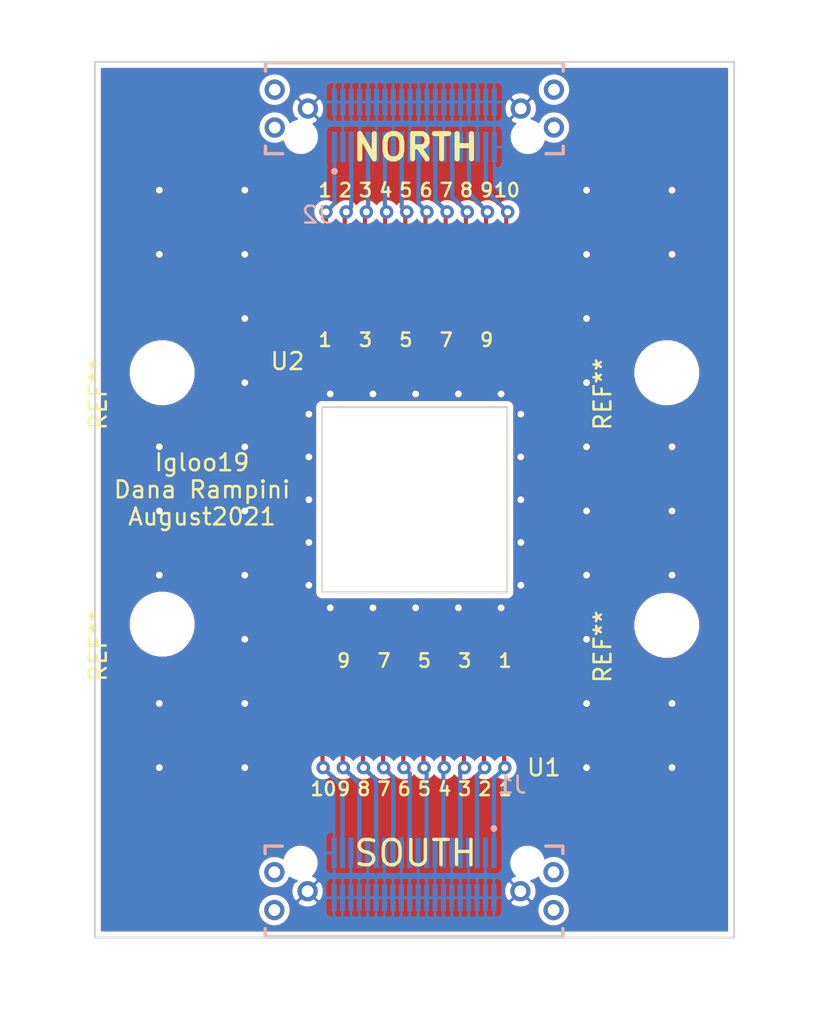
<source format=kicad_pcb>
(kicad_pcb (version 20171130) (host pcbnew "(5.1.0)-1")

  (general
    (thickness 1.6)
    (drawings 63)
    (tracks 179)
    (zones 0)
    (modules 8)
    (nets 22)
  )

  (page A4)
  (layers
    (0 F.Cu signal)
    (31 B.Cu signal)
    (32 B.Adhes user)
    (33 F.Adhes user)
    (34 B.Paste user)
    (35 F.Paste user)
    (36 B.SilkS user)
    (37 F.SilkS user)
    (38 B.Mask user)
    (39 F.Mask user)
    (40 Dwgs.User user)
    (41 Cmts.User user)
    (42 Eco1.User user)
    (43 Eco2.User user)
    (44 Edge.Cuts user)
    (45 Margin user)
    (46 B.CrtYd user)
    (47 F.CrtYd user)
    (48 B.Fab user)
    (49 F.Fab user)
  )

  (setup
    (last_trace_width 0.25)
    (trace_clearance 0.2)
    (zone_clearance 0.3)
    (zone_45_only no)
    (trace_min 0.2)
    (via_size 0.8)
    (via_drill 0.4)
    (via_min_size 0.4)
    (via_min_drill 0.3)
    (uvia_size 0.3)
    (uvia_drill 0.1)
    (uvias_allowed no)
    (uvia_min_size 0.2)
    (uvia_min_drill 0.1)
    (edge_width 0.05)
    (segment_width 0.2)
    (pcb_text_width 0.3)
    (pcb_text_size 1.5 1.5)
    (mod_edge_width 0.12)
    (mod_text_size 1 1)
    (mod_text_width 0.15)
    (pad_size 3.264 3.264)
    (pad_drill 3.264)
    (pad_to_mask_clearance 0.051)
    (solder_mask_min_width 0.25)
    (aux_axis_origin 0 0)
    (visible_elements 7FFFFFFF)
    (pcbplotparams
      (layerselection 0x010fc_ffffffff)
      (usegerberextensions false)
      (usegerberattributes false)
      (usegerberadvancedattributes false)
      (creategerberjobfile false)
      (excludeedgelayer true)
      (linewidth 0.100000)
      (plotframeref false)
      (viasonmask false)
      (mode 1)
      (useauxorigin false)
      (hpglpennumber 1)
      (hpglpenspeed 20)
      (hpglpendiameter 15.000000)
      (psnegative false)
      (psa4output false)
      (plotreference true)
      (plotvalue true)
      (plotinvisibletext false)
      (padsonsilk false)
      (subtractmaskfromsilk false)
      (outputformat 1)
      (mirror false)
      (drillshape 0)
      (scaleselection 1)
      (outputdirectory ""))
  )

  (net 0 "")
  (net 1 GND)
  (net 2 "Net-(J1-Pad37)")
  (net 3 "Net-(J1-Pad33)")
  (net 4 "Net-(J1-Pad29)")
  (net 5 "Net-(J1-Pad25)")
  (net 6 "Net-(J1-Pad21)")
  (net 7 "Net-(J1-Pad17)")
  (net 8 "Net-(J1-Pad13)")
  (net 9 "Net-(J1-Pad09)")
  (net 10 "Net-(J1-Pad05)")
  (net 11 "Net-(J1-Pad01)")
  (net 12 "Net-(J2-Pad37)")
  (net 13 "Net-(J2-Pad33)")
  (net 14 "Net-(J2-Pad29)")
  (net 15 "Net-(J2-Pad25)")
  (net 16 "Net-(J2-Pad21)")
  (net 17 "Net-(J2-Pad17)")
  (net 18 "Net-(J2-Pad13)")
  (net 19 "Net-(J2-Pad09)")
  (net 20 "Net-(J2-Pad05)")
  (net 21 "Net-(J2-Pad01)")

  (net_class Default "This is the default net class."
    (clearance 0.2)
    (trace_width 0.25)
    (via_dia 0.8)
    (via_drill 0.4)
    (uvia_dia 0.3)
    (uvia_drill 0.1)
    (add_net GND)
    (add_net "Net-(J1-Pad01)")
    (add_net "Net-(J1-Pad05)")
    (add_net "Net-(J1-Pad09)")
    (add_net "Net-(J1-Pad13)")
    (add_net "Net-(J1-Pad17)")
    (add_net "Net-(J1-Pad21)")
    (add_net "Net-(J1-Pad25)")
    (add_net "Net-(J1-Pad29)")
    (add_net "Net-(J1-Pad33)")
    (add_net "Net-(J1-Pad37)")
    (add_net "Net-(J2-Pad01)")
    (add_net "Net-(J2-Pad05)")
    (add_net "Net-(J2-Pad09)")
    (add_net "Net-(J2-Pad13)")
    (add_net "Net-(J2-Pad17)")
    (add_net "Net-(J2-Pad21)")
    (add_net "Net-(J2-Pad25)")
    (add_net "Net-(J2-Pad29)")
    (add_net "Net-(J2-Pad33)")
    (add_net "Net-(J2-Pad37)")
  )

  (module Igloo19.pretty:SAMTEC_LSHM-120-01-X-RH-A-S-K-XX (layer B.Cu) (tedit 60FEF20E) (tstamp 610C5DD1)
    (at 178.99 53.98)
    (path /610D2D7B)
    (fp_text reference J2 (at -5.825 4.635) (layer B.SilkS)
      (effects (font (size 1 1) (thickness 0.15)) (justify mirror))
    )
    (fp_text value LSHM-120-01-X-RH-A-S-K-XX (at 11.32 3.135) (layer B.Fab)
      (effects (font (size 1 1) (thickness 0.15)) (justify mirror))
    )
    (fp_circle (center 8.3 -2.8) (end 8.725 -2.8) (layer B.Paste) (width 0.85))
    (fp_poly (pts (xy 7.5361 -0.923769) (xy 7.544794 -0.938965) (xy 7.555935 -0.957543) (xy 7.567494 -0.975863)
      (xy 7.579466 -0.993916) (xy 7.591844 -1.011693) (xy 7.604623 -1.029185) (xy 7.617795 -1.046382)
      (xy 7.631353 -1.063276) (xy 7.645292 -1.079858) (xy 7.659603 -1.09612) (xy 7.67428 -1.112052)
      (xy 7.689314 -1.127648) (xy 7.704698 -1.142898) (xy 7.720424 -1.157796) (xy 7.736484 -1.172332)
      (xy 7.75287 -1.186501) (xy 7.769573 -1.200295) (xy 7.786584 -1.213705) (xy 7.803896 -1.226727)
      (xy 7.821498 -1.239352) (xy 7.839383 -1.251575) (xy 7.85754 -1.263389) (xy 7.87596 -1.274788)
      (xy 7.894634 -1.285766) (xy 7.913553 -1.296317) (xy 7.932706 -1.306437) (xy 7.952083 -1.316119)
      (xy 7.971676 -1.32536) (xy 7.991473 -1.334153) (xy 8.01108 -1.34234) (xy 8.053281 -1.35646)
      (xy 8.096164 -1.368353) (xy 8.13961 -1.377984) (xy 8.1835 -1.385329) (xy 8.227715 -1.390367)
      (xy 8.272133 -1.393084) (xy 8.316633 -1.393472) (xy 8.361091 -1.391531) (xy 8.405387 -1.387266)
      (xy 8.4494 -1.380688) (xy 8.493007 -1.371816) (xy 8.536091 -1.360674) (xy 8.578532 -1.347292)
      (xy 8.620215 -1.331707) (xy 8.661025 -1.313963) (xy 8.70085 -1.294106) (xy 8.739582 -1.272193)
      (xy 8.777114 -1.248283) (xy 8.813343 -1.222441) (xy 8.84817 -1.194738) (xy 8.881499 -1.165251)
      (xy 8.913239 -1.13406) (xy 8.943304 -1.10125) (xy 8.97161 -1.066912) (xy 8.99808 -1.03114)
      (xy 9.022642 -0.994031) (xy 9.045228 -0.955688) (xy 9.065776 -0.916215) (xy 9.08423 -0.875721)
      (xy 9.10054 -0.834316) (xy 9.11466 -0.792114) (xy 9.126553 -0.749232) (xy 9.136184 -0.705786)
      (xy 9.143529 -0.661896) (xy 9.148567 -0.617681) (xy 9.151284 -0.573264) (xy 9.151672 -0.528764)
      (xy 9.149731 -0.484306) (xy 9.145466 -0.44001) (xy 9.138888 -0.395998) (xy 9.130016 -0.352391)
      (xy 9.118874 -0.309308) (xy 9.105492 -0.266867) (xy 9.089908 -0.225184) (xy 9.072163 -0.184374)
      (xy 9.052307 -0.144549) (xy 9.030394 -0.105817) (xy 9.006484 -0.068286) (xy 8.980642 -0.032057)
      (xy 8.95294 0.002769) (xy 8.923452 0.036098) (xy 8.892261 0.067839) (xy 8.859452 0.097903)
      (xy 8.825114 0.126209) (xy 8.789342 0.152679) (xy 8.752233 0.17724) (xy 8.71389 0.199826)
      (xy 8.674418 0.220374) (xy 8.633924 0.238829) (xy 8.59252 0.255138) (xy 8.566157 0.263958)
      (xy 8.545703 0.270153) (xy 8.5251 0.275835) (xy 8.504362 0.280999) (xy 8.483501 0.285643)
      (xy 8.46253 0.289763) (xy 8.441463 0.293358) (xy 8.420312 0.296425) (xy 8.399092 0.298962)
      (xy 8.377814 0.300967) (xy 8.356493 0.302439) (xy 8.335142 0.303377) (xy 8.313774 0.303781)
      (xy 8.292403 0.303651) (xy 8.271041 0.302986) (xy 8.249703 0.301786) (xy 8.228402 0.300054)
      (xy 8.207151 0.297789) (xy 8.185962 0.294993) (xy 8.164851 0.291668) (xy 8.143829 0.287817)
      (xy 8.12291 0.28344) (xy 8.102107 0.278542) (xy 8.081434 0.273124) (xy 8.060902 0.267192)
      (xy 8.040525 0.260747) (xy 8.020315 0.253795) (xy 8.000286 0.24634) (xy 7.98045 0.238386)
      (xy 7.95507 0.227353) (xy 7.5361 -0.923769)) (layer B.Paste) (width 0.01))
    (fp_poly (pts (xy 5.88607 -0.951578) (xy 5.874958 -0.959044) (xy 5.857294 -0.971389) (xy 5.839915 -0.984132)
      (xy 5.82283 -0.997265) (xy 5.806047 -1.010783) (xy 5.789576 -1.024678) (xy 5.773423 -1.038944)
      (xy 5.757599 -1.053572) (xy 5.74211 -1.068555) (xy 5.726966 -1.083886) (xy 5.712173 -1.099556)
      (xy 5.697739 -1.115558) (xy 5.683672 -1.131884) (xy 5.669979 -1.148524) (xy 5.656668 -1.165471)
      (xy 5.643744 -1.182715) (xy 5.631214 -1.200248) (xy 5.619086 -1.218061) (xy 5.607365 -1.236144)
      (xy 5.596057 -1.254489) (xy 5.585168 -1.273086) (xy 5.574704 -1.291924) (xy 5.564671 -1.310996)
      (xy 5.555072 -1.33029) (xy 5.545913 -1.349797) (xy 5.5372 -1.369506) (xy 5.528936 -1.389408)
      (xy 5.521125 -1.409493) (xy 5.513772 -1.42975) (xy 5.50577 -1.45361) (xy 5.495383 -1.496877)
      (xy 5.487273 -1.540632) (xy 5.481465 -1.584752) (xy 5.477973 -1.629115) (xy 5.476808 -1.6736)
      (xy 5.477973 -1.718085) (xy 5.481465 -1.762448) (xy 5.487273 -1.806568) (xy 5.495383 -1.850323)
      (xy 5.505771 -1.893594) (xy 5.51841 -1.936262) (xy 5.533264 -1.97821) (xy 5.550294 -2.019323)
      (xy 5.569452 -2.059488) (xy 5.590686 -2.098596) (xy 5.613937 -2.136539) (xy 5.639142 -2.173213)
      (xy 5.666232 -2.208517) (xy 5.695133 -2.242355) (xy 5.725765 -2.274635) (xy 5.758045 -2.305267)
      (xy 5.791883 -2.334168) (xy 5.827187 -2.361258) (xy 5.863861 -2.386463) (xy 5.901804 -2.409714)
      (xy 5.940912 -2.430948) (xy 5.981077 -2.450106) (xy 6.02219 -2.467136) (xy 6.064138 -2.48199)
      (xy 6.10681 -2.49463) (xy 6.150077 -2.505017) (xy 6.193832 -2.513127) (xy 6.237952 -2.518935)
      (xy 6.282315 -2.522427) (xy 6.3268 -2.523592) (xy 6.371285 -2.522427) (xy 6.415648 -2.518935)
      (xy 6.459768 -2.513127) (xy 6.503523 -2.505017) (xy 6.546794 -2.494629) (xy 6.589462 -2.48199)
      (xy 6.63141 -2.467136) (xy 6.672523 -2.450106) (xy 6.712688 -2.430948) (xy 6.751796 -2.409714)
      (xy 6.789739 -2.386463) (xy 6.826413 -2.361258) (xy 6.861717 -2.334168) (xy 6.895555 -2.305267)
      (xy 6.927835 -2.274635) (xy 6.958467 -2.242355) (xy 6.987368 -2.208517) (xy 7.014458 -2.173213)
      (xy 7.039663 -2.136539) (xy 7.062914 -2.098596) (xy 7.084148 -2.059488) (xy 7.103306 -2.019323)
      (xy 7.120336 -1.97821) (xy 7.13519 -1.936262) (xy 7.14783 -1.89359) (xy 7.152271 -1.875974)
      (xy 7.157054 -1.854922) (xy 7.161297 -1.833755) (xy 7.164996 -1.812486) (xy 7.16815 -1.791129)
      (xy 7.170756 -1.769699) (xy 7.172812 -1.748209) (xy 7.174318 -1.726673) (xy 7.175272 -1.705106)
      (xy 7.175674 -1.683522) (xy 7.175524 -1.661934) (xy 7.17482 -1.640357) (xy 7.173565 -1.618805)
      (xy 7.171759 -1.597293) (xy 7.169402 -1.575834) (xy 7.166497 -1.554442) (xy 7.163046 -1.533131)
      (xy 7.15905 -1.511916) (xy 7.154512 -1.49081) (xy 7.149436 -1.469827) (xy 7.143824 -1.448981)
      (xy 7.137681 -1.428286) (xy 7.13101 -1.407754) (xy 7.123815 -1.3874) (xy 7.116102 -1.367236)
      (xy 7.107875 -1.347277) (xy 7.099141 -1.327535) (xy 7.089903 -1.308023) (xy 7.08017 -1.288753)
      (xy 7.06933 -1.26863) (xy 5.88607 -0.951578)) (layer B.Paste) (width 0.01))
    (fp_text user PCB-EDGE (at 4.4 -4.3) (layer B.Fab)
      (effects (font (size 0.32 0.32) (thickness 0.15)) (justify mirror))
    )
    (fp_circle (center -8.3 -2.8) (end -7.875 -2.8) (layer B.Paste) (width 0.85))
    (fp_poly (pts (xy -7.06933 -1.26863) (xy -7.080549 -1.292139) (xy -7.089207 -1.311495) (xy -7.097435 -1.331037)
      (xy -7.105229 -1.350756) (xy -7.112586 -1.370642) (xy -7.1195 -1.390687) (xy -7.125971 -1.410879)
      (xy -7.131993 -1.43121) (xy -7.137564 -1.451668) (xy -7.142682 -1.472245) (xy -7.147343 -1.49293)
      (xy -7.151546 -1.513713) (xy -7.155289 -1.534583) (xy -7.158569 -1.555532) (xy -7.161386 -1.576547)
      (xy -7.163737 -1.59762) (xy -7.165622 -1.61874) (xy -7.16704 -1.639896) (xy -7.167989 -1.661078)
      (xy -7.16847 -1.682276) (xy -7.168483 -1.70348) (xy -7.168026 -1.724679) (xy -7.167101 -1.745862)
      (xy -7.165708 -1.76702) (xy -7.163848 -1.788142) (xy -7.161521 -1.809217) (xy -7.158729 -1.830236)
      (xy -7.155473 -1.851188) (xy -7.151755 -1.872064) (xy -7.14603 -1.89999) (xy -7.13339 -1.942662)
      (xy -7.118536 -1.98461) (xy -7.101506 -2.025723) (xy -7.082348 -2.065888) (xy -7.061114 -2.104996)
      (xy -7.037863 -2.142939) (xy -7.012658 -2.179613) (xy -6.985568 -2.214917) (xy -6.956667 -2.248755)
      (xy -6.926035 -2.281035) (xy -6.893755 -2.311667) (xy -6.859917 -2.340568) (xy -6.824613 -2.367658)
      (xy -6.787939 -2.392863) (xy -6.749996 -2.416114) (xy -6.710888 -2.437348) (xy -6.670723 -2.456506)
      (xy -6.62961 -2.473536) (xy -6.587662 -2.48839) (xy -6.544994 -2.501029) (xy -6.501723 -2.511417)
      (xy -6.457968 -2.519527) (xy -6.413848 -2.525335) (xy -6.369485 -2.528827) (xy -6.325 -2.529992)
      (xy -6.280515 -2.528827) (xy -6.236152 -2.525335) (xy -6.192032 -2.519527) (xy -6.148277 -2.511417)
      (xy -6.10501 -2.50103) (xy -6.062338 -2.48839) (xy -6.02039 -2.473536) (xy -5.979277 -2.456506)
      (xy -5.939112 -2.437348) (xy -5.900004 -2.416114) (xy -5.862061 -2.392863) (xy -5.825387 -2.367658)
      (xy -5.790083 -2.340568) (xy -5.756245 -2.311667) (xy -5.723965 -2.281035) (xy -5.693333 -2.248755)
      (xy -5.664432 -2.214917) (xy -5.637342 -2.179613) (xy -5.612137 -2.142939) (xy -5.588886 -2.104996)
      (xy -5.567652 -2.065888) (xy -5.548494 -2.025723) (xy -5.531464 -1.98461) (xy -5.51661 -1.942662)
      (xy -5.503971 -1.899994) (xy -5.493583 -1.856723) (xy -5.485473 -1.812968) (xy -5.479665 -1.768848)
      (xy -5.476173 -1.724485) (xy -5.475008 -1.68) (xy -5.476173 -1.635515) (xy -5.479665 -1.591152)
      (xy -5.485473 -1.547032) (xy -5.493583 -1.503277) (xy -5.50397 -1.46001) (xy -5.509885 -1.439013)
      (xy -5.516331 -1.418189) (xy -5.523308 -1.397537) (xy -5.530811 -1.377071) (xy -5.538836 -1.356803)
      (xy -5.547376 -1.336747) (xy -5.556428 -1.316917) (xy -5.565983 -1.297324) (xy -5.576038 -1.277983)
      (xy -5.586583 -1.258905) (xy -5.597614 -1.240104) (xy -5.609123 -1.221591) (xy -5.621101 -1.203379)
      (xy -5.633542 -1.185479) (xy -5.646437 -1.167903) (xy -5.659777 -1.150663) (xy -5.673554 -1.133771)
      (xy -5.687759 -1.117236) (xy -5.702383 -1.101071) (xy -5.717416 -1.085285) (xy -5.732848 -1.069889)
      (xy -5.748668 -1.054893) (xy -5.764868 -1.040307) (xy -5.781435 -1.026141) (xy -5.79836 -1.012403)
      (xy -5.815631 -0.999102) (xy -5.833236 -0.986249) (xy -5.851165 -0.97385) (xy -5.869405 -0.961913)
      (xy -5.88607 -0.951578) (xy -7.06933 -1.26863)) (layer B.Paste) (width 0.01))
    (fp_poly (pts (xy -7.95507 0.227353) (xy -7.979472 0.236482) (xy -7.999509 0.243421) (xy -8.019694 0.249914)
      (xy -8.040018 0.25596) (xy -8.06047 0.261555) (xy -8.081041 0.266697) (xy -8.101721 0.271383)
      (xy -8.122499 0.27561) (xy -8.143365 0.279377) (xy -8.16431 0.282682) (xy -8.185323 0.285523)
      (xy -8.206393 0.287899) (xy -8.227511 0.289808) (xy -8.248666 0.29125) (xy -8.269847 0.292224)
      (xy -8.291045 0.29273) (xy -8.312249 0.292767) (xy -8.333448 0.292335) (xy -8.354633 0.291435)
      (xy -8.375793 0.290067) (xy -8.396917 0.288231) (xy -8.417996 0.285929) (xy -8.439018 0.283161)
      (xy -8.459974 0.27993) (xy -8.480854 0.276235) (xy -8.501647 0.272081) (xy -8.522342 0.267467)
      (xy -8.542931 0.262397) (xy -8.563403 0.256874) (xy -8.59072 0.248738) (xy -8.632124 0.232429)
      (xy -8.672618 0.213974) (xy -8.71209 0.193426) (xy -8.750433 0.17084) (xy -8.787542 0.146279)
      (xy -8.823314 0.119809) (xy -8.857652 0.091503) (xy -8.890461 0.061439) (xy -8.921652 0.029698)
      (xy -8.95114 -0.003631) (xy -8.978842 -0.038457) (xy -9.004684 -0.074686) (xy -9.028594 -0.112217)
      (xy -9.050507 -0.150949) (xy -9.070363 -0.190774) (xy -9.088108 -0.231584) (xy -9.103692 -0.273267)
      (xy -9.117074 -0.315708) (xy -9.128216 -0.358791) (xy -9.137088 -0.402398) (xy -9.143666 -0.44641)
      (xy -9.147931 -0.490706) (xy -9.149872 -0.535164) (xy -9.149484 -0.579664) (xy -9.146767 -0.624081)
      (xy -9.141729 -0.668296) (xy -9.134384 -0.712186) (xy -9.124753 -0.755632) (xy -9.11286 -0.798514)
      (xy -9.09874 -0.840716) (xy -9.08243 -0.882121) (xy -9.063976 -0.922615) (xy -9.043428 -0.962088)
      (xy -9.020842 -1.000431) (xy -8.99628 -1.03754) (xy -8.96981 -1.073312) (xy -8.941504 -1.10765)
      (xy -8.911439 -1.14046) (xy -8.879699 -1.171651) (xy -8.84637 -1.201138) (xy -8.811543 -1.228841)
      (xy -8.775314 -1.254683) (xy -8.737782 -1.278593) (xy -8.69905 -1.300506) (xy -8.659225 -1.320363)
      (xy -8.618415 -1.338107) (xy -8.576732 -1.353692) (xy -8.534291 -1.367074) (xy -8.491207 -1.378216)
      (xy -8.4476 -1.387088) (xy -8.403587 -1.393666) (xy -8.359291 -1.397931) (xy -8.314833 -1.399872)
      (xy -8.270333 -1.399484) (xy -8.225915 -1.396767) (xy -8.1817 -1.391729) (xy -8.13781 -1.384384)
      (xy -8.094364 -1.374753) (xy -8.051481 -1.36286) (xy -8.00928 -1.34874) (xy -7.988902 -1.341026)
      (xy -7.96872 -1.33279) (xy -7.948755 -1.32404) (xy -7.92902 -1.314781) (xy -7.909529 -1.305021)
      (xy -7.890294 -1.294765) (xy -7.871328 -1.28402) (xy -7.852643 -1.272793) (xy -7.834252 -1.261091)
      (xy -7.816166 -1.248923) (xy -7.798397 -1.236295) (xy -7.780958 -1.223217) (xy -7.763859 -1.209697)
      (xy -7.747112 -1.195744) (xy -7.730727 -1.181366) (xy -7.714716 -1.166574) (xy -7.699088 -1.151377)
      (xy -7.683855 -1.135785) (xy -7.669025 -1.119808) (xy -7.65461 -1.103457) (xy -7.640618 -1.086742)
      (xy -7.627058 -1.069675) (xy -7.613939 -1.052266) (xy -7.60127 -1.034527) (xy -7.58906 -1.016469)
      (xy -7.577315 -0.998105) (xy -7.566045 -0.979446) (xy -7.555256 -0.960505) (xy -7.544955 -0.941294)
      (xy -7.5361 -0.923769) (xy -7.95507 0.227353)) (layer B.Paste) (width 0.01))
    (fp_line (start 8.85 1) (end 8.85 0.55) (layer B.SilkS) (width 0.2))
    (fp_line (start 7.83 1) (end 8.85 1) (layer B.SilkS) (width 0.2))
    (fp_line (start -8.85 1) (end -7.83 1) (layer B.SilkS) (width 0.2))
    (fp_line (start -8.85 0.55) (end -8.85 1) (layer B.SilkS) (width 0.2))
    (fp_circle (center -4.75 2.05) (end -4.65 2.05) (layer B.Fab) (width 0.2))
    (fp_circle (center -4.75 2.05) (end -4.65 2.05) (layer B.SilkS) (width 0.2))
    (fp_line (start -9.4 -8.1) (end -9.4 1.75) (layer B.CrtYd) (width 0.05))
    (fp_line (start 9.4 -8.1) (end -9.4 -8.1) (layer B.CrtYd) (width 0.05))
    (fp_line (start 9.4 1.75) (end 9.4 -8.1) (layer B.CrtYd) (width 0.05))
    (fp_line (start -9.4 1.75) (end 9.4 1.75) (layer B.CrtYd) (width 0.05))
    (fp_line (start 8.85 -4.4) (end 8.85 -3.9) (layer B.SilkS) (width 0.2))
    (fp_line (start -8.85 -4.4) (end 8.85 -4.4) (layer B.SilkS) (width 0.2))
    (fp_line (start -8.85 -3.9) (end -8.85 -4.4) (layer B.SilkS) (width 0.2))
    (fp_line (start -10.5 -4.4) (end 10.5 -4.4) (layer B.Fab) (width 0.1))
    (fp_line (start -8.85 -4.9) (end -8.85 1) (layer B.Fab) (width 0.1))
    (fp_line (start -7.35 -4.9) (end -8.85 -4.9) (layer B.Fab) (width 0.1))
    (fp_line (start -7.35 -7.85) (end -7.35 -4.9) (layer B.Fab) (width 0.1))
    (fp_line (start 7.35 -7.85) (end -7.35 -7.85) (layer B.Fab) (width 0.1))
    (fp_line (start 7.35 -4.9) (end 7.35 -7.85) (layer B.Fab) (width 0.1))
    (fp_line (start 8.85 -4.9) (end 7.35 -4.9) (layer B.Fab) (width 0.1))
    (fp_line (start 8.85 1) (end 8.85 -4.9) (layer B.Fab) (width 0.1))
    (fp_line (start -8.85 1) (end 8.85 1) (layer B.Fab) (width 0.1))
    (pad S2 thru_hole circle (at 6.325 -1.68) (size 1.208 1.208) (drill 0.7) (layers *.Cu *.Mask)
      (net 1 GND))
    (pad WT4 thru_hole circle (at 8.3 -2.8) (size 1.208 1.208) (drill 0.7) (layers *.Cu *.Mask))
    (pad WT3 thru_hole circle (at 8.3 -0.55) (size 1.208 1.208) (drill 0.7) (layers *.Cu *.Mask))
    (pad None np_thru_hole circle (at 6.75 0) (size 1.45 1.45) (drill 1.45) (layers *.Cu *.Mask))
    (pad 40 smd rect (at 4.75 -2.065) (size 0.3 1.63) (layers B.Cu B.Paste B.Mask)
      (net 1 GND))
    (pad 39 smd rect (at 4.75 0.6) (size 0.3 1.8) (layers B.Cu B.Paste B.Mask)
      (net 1 GND))
    (pad 38 smd rect (at 4.25 -2.065) (size 0.3 1.63) (layers B.Cu B.Paste B.Mask)
      (net 1 GND))
    (pad 37 smd rect (at 4.25 0.6) (size 0.3 1.8) (layers B.Cu B.Paste B.Mask)
      (net 12 "Net-(J2-Pad37)"))
    (pad 36 smd rect (at 3.75 -2.065) (size 0.3 1.63) (layers B.Cu B.Paste B.Mask)
      (net 1 GND))
    (pad 35 smd rect (at 3.75 0.6) (size 0.3 1.8) (layers B.Cu B.Paste B.Mask)
      (net 1 GND))
    (pad 34 smd rect (at 3.25 -2.065) (size 0.3 1.63) (layers B.Cu B.Paste B.Mask)
      (net 1 GND))
    (pad 33 smd rect (at 3.25 0.6) (size 0.3 1.8) (layers B.Cu B.Paste B.Mask)
      (net 13 "Net-(J2-Pad33)"))
    (pad 32 smd rect (at 2.75 -2.065) (size 0.3 1.63) (layers B.Cu B.Paste B.Mask)
      (net 1 GND))
    (pad 31 smd rect (at 2.75 0.6) (size 0.3 1.8) (layers B.Cu B.Paste B.Mask)
      (net 1 GND))
    (pad 30 smd rect (at 2.25 -2.065) (size 0.3 1.63) (layers B.Cu B.Paste B.Mask)
      (net 1 GND))
    (pad 29 smd rect (at 2.25 0.6) (size 0.3 1.8) (layers B.Cu B.Paste B.Mask)
      (net 14 "Net-(J2-Pad29)"))
    (pad 28 smd rect (at 1.75 -2.065) (size 0.3 1.63) (layers B.Cu B.Paste B.Mask)
      (net 1 GND))
    (pad 27 smd rect (at 1.75 0.6) (size 0.3 1.8) (layers B.Cu B.Paste B.Mask)
      (net 1 GND))
    (pad 26 smd rect (at 1.25 -2.065) (size 0.3 1.63) (layers B.Cu B.Paste B.Mask)
      (net 1 GND))
    (pad 25 smd rect (at 1.25 0.6) (size 0.3 1.8) (layers B.Cu B.Paste B.Mask)
      (net 15 "Net-(J2-Pad25)"))
    (pad 24 smd rect (at 0.75 -2.065) (size 0.3 1.63) (layers B.Cu B.Paste B.Mask)
      (net 1 GND))
    (pad 23 smd rect (at 0.75 0.6) (size 0.3 1.8) (layers B.Cu B.Paste B.Mask)
      (net 1 GND))
    (pad 22 smd rect (at 0.25 -2.065) (size 0.3 1.63) (layers B.Cu B.Paste B.Mask)
      (net 1 GND))
    (pad 21 smd rect (at 0.25 0.6) (size 0.3 1.8) (layers B.Cu B.Paste B.Mask)
      (net 16 "Net-(J2-Pad21)"))
    (pad S1 thru_hole circle (at -6.325 -1.68) (size 1.208 1.208) (drill 0.7) (layers *.Cu *.Mask)
      (net 1 GND))
    (pad WT2 thru_hole circle (at -8.3 -2.8) (size 1.208 1.208) (drill 0.7) (layers *.Cu *.Mask))
    (pad WT1 thru_hole circle (at -8.3 -0.55) (size 1.208 1.208) (drill 0.7) (layers *.Cu *.Mask))
    (pad None np_thru_hole circle (at -6.75 0) (size 1.45 1.45) (drill 1.45) (layers *.Cu *.Mask))
    (pad 20 smd rect (at -0.25 -2.065) (size 0.3 1.63) (layers B.Cu B.Paste B.Mask)
      (net 1 GND))
    (pad 19 smd rect (at -0.25 0.6) (size 0.3 1.8) (layers B.Cu B.Paste B.Mask)
      (net 1 GND))
    (pad 18 smd rect (at -0.75 -2.065) (size 0.3 1.63) (layers B.Cu B.Paste B.Mask)
      (net 1 GND))
    (pad 17 smd rect (at -0.75 0.6) (size 0.3 1.8) (layers B.Cu B.Paste B.Mask)
      (net 17 "Net-(J2-Pad17)"))
    (pad 16 smd rect (at -1.25 -2.065) (size 0.3 1.63) (layers B.Cu B.Paste B.Mask)
      (net 1 GND))
    (pad 15 smd rect (at -1.25 0.6) (size 0.3 1.8) (layers B.Cu B.Paste B.Mask)
      (net 1 GND))
    (pad 14 smd rect (at -1.75 -2.065) (size 0.3 1.63) (layers B.Cu B.Paste B.Mask)
      (net 1 GND))
    (pad 13 smd rect (at -1.75 0.6) (size 0.3 1.8) (layers B.Cu B.Paste B.Mask)
      (net 18 "Net-(J2-Pad13)"))
    (pad 12 smd rect (at -2.25 -2.065) (size 0.3 1.63) (layers B.Cu B.Paste B.Mask)
      (net 1 GND))
    (pad 11 smd rect (at -2.25 0.6) (size 0.3 1.8) (layers B.Cu B.Paste B.Mask)
      (net 1 GND))
    (pad 10 smd rect (at -2.75 -2.065) (size 0.3 1.63) (layers B.Cu B.Paste B.Mask)
      (net 1 GND))
    (pad 09 smd rect (at -2.75 0.6) (size 0.3 1.8) (layers B.Cu B.Paste B.Mask)
      (net 19 "Net-(J2-Pad09)"))
    (pad 08 smd rect (at -3.25 -2.065) (size 0.3 1.63) (layers B.Cu B.Paste B.Mask)
      (net 1 GND))
    (pad 07 smd rect (at -3.25 0.6) (size 0.3 1.8) (layers B.Cu B.Paste B.Mask)
      (net 1 GND))
    (pad 06 smd rect (at -3.75 -2.065) (size 0.3 1.63) (layers B.Cu B.Paste B.Mask)
      (net 1 GND))
    (pad 05 smd rect (at -3.75 0.6) (size 0.3 1.8) (layers B.Cu B.Paste B.Mask)
      (net 20 "Net-(J2-Pad05)"))
    (pad 04 smd rect (at -4.25 -2.065) (size 0.3 1.63) (layers B.Cu B.Paste B.Mask)
      (net 1 GND))
    (pad 03 smd rect (at -4.25 0.6) (size 0.3 1.8) (layers B.Cu B.Paste B.Mask)
      (net 1 GND))
    (pad 02 smd rect (at -4.75 -2.065) (size 0.3 1.63) (layers B.Cu B.Paste B.Mask)
      (net 1 GND))
    (pad 01 smd rect (at -4.75 0.6) (size 0.3 1.8) (layers B.Cu B.Paste B.Mask)
      (net 21 "Net-(J2-Pad01)"))
  )

  (module Igloo19.pretty:drillgole_3.264 (layer F.Cu) (tedit 610C2772) (tstamp 610C6224)
    (at 194 67.99 90)
    (fp_text reference REF** (at -1.27 -3.81 90) (layer F.SilkS)
      (effects (font (size 1 1) (thickness 0.15)))
    )
    (fp_text value drillhole_3.264 (at -1.27 -2.54 90) (layer F.Fab)
      (effects (font (size 1 1) (thickness 0.15)))
    )
    (pad "" np_thru_hole circle (at 0 0 90) (size 3.264 3.264) (drill 3.264) (layers *.Cu *.Mask))
  )

  (module Igloo19.pretty:drillgole_3.264 (layer F.Cu) (tedit 610C276A) (tstamp 610C621C)
    (at 194 82.99 90)
    (fp_text reference REF** (at -1.27 -3.81 90) (layer F.SilkS)
      (effects (font (size 1 1) (thickness 0.15)))
    )
    (fp_text value drillhole_3.264 (at -1.27 -2.54 90) (layer F.Fab)
      (effects (font (size 1 1) (thickness 0.15)))
    )
    (pad "" np_thru_hole circle (at 0 0 90) (size 3.264 3.264) (drill 3.264) (layers *.Cu *.Mask))
  )

  (module Igloo19.pretty:drillgole_3.264 (layer F.Cu) (tedit 610C275A) (tstamp 610C6214)
    (at 164 67.99 90)
    (fp_text reference REF** (at -1.27 -3.81 90) (layer F.SilkS)
      (effects (font (size 1 1) (thickness 0.15)))
    )
    (fp_text value drillhole_3.264 (at -1.27 -2.54 90) (layer F.Fab)
      (effects (font (size 1 1) (thickness 0.15)))
    )
    (pad "" np_thru_hole circle (at 0 0 90) (size 3.264 3.264) (drill 3.264) (layers *.Cu *.Mask))
  )

  (module Igloo19.pretty:drillgole_3.264 (layer F.Cu) (tedit 610C2763) (tstamp 610C620F)
    (at 164 82.92 90)
    (fp_text reference REF** (at -1.27 -3.81 90) (layer F.SilkS)
      (effects (font (size 1 1) (thickness 0.15)))
    )
    (fp_text value drillhole_3.264 (at -1.27 -2.54 90) (layer F.Fab)
      (effects (font (size 1 1) (thickness 0.15)))
    )
    (pad "" np_thru_hole circle (at 0 0 90) (size 3.264 3.264) (drill 3.264) (layers *.Cu *.Mask))
  )

  (module Igloo19.pretty:wirebond_10x_1cm (layer F.Cu) (tedit 610C1809) (tstamp 610C5DED)
    (at 179.097 67.41)
    (path /610D2D81)
    (fp_text reference U2 (at -7.647 -0.1) (layer F.SilkS)
      (effects (font (size 1 1) (thickness 0.15)))
    )
    (fp_text value wirebond1_10x_1cm (at 0 -1.7145) (layer F.Fab)
      (effects (font (size 1 1) (thickness 0.15)))
    )
    (pad 10 smd rect (at 5.3565 0) (size 0.381 1.25) (layers F.Cu F.Paste F.Mask)
      (net 12 "Net-(J2-Pad37)"))
    (pad 9 smd rect (at 4.1565 0) (size 0.381 1.25) (layers F.Cu F.Paste F.Mask)
      (net 13 "Net-(J2-Pad33)"))
    (pad 8 smd rect (at 2.9565 0) (size 0.381 1.25) (layers F.Cu F.Paste F.Mask)
      (net 14 "Net-(J2-Pad29)"))
    (pad 7 smd rect (at 1.7565 0) (size 0.381 1.25) (layers F.Cu F.Paste F.Mask)
      (net 15 "Net-(J2-Pad25)"))
    (pad 6 smd rect (at 0.5565 0) (size 0.381 1.25) (layers F.Cu F.Paste F.Mask)
      (net 16 "Net-(J2-Pad21)"))
    (pad 5 smd rect (at -0.6435 0) (size 0.381 1.25) (layers F.Cu F.Paste F.Mask)
      (net 17 "Net-(J2-Pad17)"))
    (pad 4 smd rect (at -1.8435 0) (size 0.381 1.25) (layers F.Cu F.Paste F.Mask)
      (net 18 "Net-(J2-Pad13)"))
    (pad 3 smd rect (at -3.0435 0) (size 0.381 1.25) (layers F.Cu F.Paste F.Mask)
      (net 19 "Net-(J2-Pad09)"))
    (pad 2 smd rect (at -4.2435 0) (size 0.381 1.25) (layers F.Cu F.Paste F.Mask)
      (net 20 "Net-(J2-Pad05)"))
    (pad 1 smd rect (at -5.4435 0) (size 0.381 1.25) (layers F.Cu F.Paste F.Mask)
      (net 21 "Net-(J2-Pad01)"))
  )

  (module Igloo19.pretty:wirebond_10x_1cm (layer F.Cu) (tedit 610C1849) (tstamp 610C5DDF)
    (at 178.89 83.67 180)
    (path /610C1C0D)
    (fp_text reference U1 (at -7.8 -7.77 180) (layer F.SilkS)
      (effects (font (size 1 1) (thickness 0.15)))
    )
    (fp_text value wirebond1_10x_1cm (at 0 -1.7145 180) (layer F.Fab)
      (effects (font (size 1 1) (thickness 0.15)))
    )
    (pad 10 smd rect (at 5.3565 0 180) (size 0.381 1.25) (layers F.Cu F.Paste F.Mask)
      (net 2 "Net-(J1-Pad37)"))
    (pad 9 smd rect (at 4.1565 0 180) (size 0.381 1.25) (layers F.Cu F.Paste F.Mask)
      (net 3 "Net-(J1-Pad33)"))
    (pad 8 smd rect (at 2.9565 0 180) (size 0.381 1.25) (layers F.Cu F.Paste F.Mask)
      (net 4 "Net-(J1-Pad29)"))
    (pad 7 smd rect (at 1.7565 0 180) (size 0.381 1.25) (layers F.Cu F.Paste F.Mask)
      (net 5 "Net-(J1-Pad25)"))
    (pad 6 smd rect (at 0.5565 0 180) (size 0.381 1.25) (layers F.Cu F.Paste F.Mask)
      (net 6 "Net-(J1-Pad21)"))
    (pad 5 smd rect (at -0.6435 0 180) (size 0.381 1.25) (layers F.Cu F.Paste F.Mask)
      (net 7 "Net-(J1-Pad17)"))
    (pad 4 smd rect (at -1.8435 0 180) (size 0.381 1.25) (layers F.Cu F.Paste F.Mask)
      (net 8 "Net-(J1-Pad13)"))
    (pad 3 smd rect (at -3.0435 0 180) (size 0.381 1.25) (layers F.Cu F.Paste F.Mask)
      (net 9 "Net-(J1-Pad09)"))
    (pad 2 smd rect (at -4.2435 0 180) (size 0.381 1.25) (layers F.Cu F.Paste F.Mask)
      (net 10 "Net-(J1-Pad05)"))
    (pad 1 smd rect (at -5.4435 0 180) (size 0.381 1.25) (layers F.Cu F.Paste F.Mask)
      (net 11 "Net-(J1-Pad01)"))
  )

  (module Igloo19.pretty:SAMTEC_LSHM-120-01-X-RH-A-S-K-XX (layer B.Cu) (tedit 60FEF20E) (tstamp 610C5D80)
    (at 178.97 97.1 180)
    (path /610C0D91)
    (fp_text reference J1 (at -5.825 4.635 180) (layer B.SilkS)
      (effects (font (size 1 1) (thickness 0.15)) (justify mirror))
    )
    (fp_text value LSHM-120-01-X-RH-A-S-K-XX (at 11.32 3.135 180) (layer B.Fab)
      (effects (font (size 1 1) (thickness 0.15)) (justify mirror))
    )
    (fp_circle (center 8.3 -2.8) (end 8.725 -2.8) (layer B.Paste) (width 0.85))
    (fp_poly (pts (xy 7.5361 -0.923769) (xy 7.544794 -0.938965) (xy 7.555935 -0.957543) (xy 7.567494 -0.975863)
      (xy 7.579466 -0.993916) (xy 7.591844 -1.011693) (xy 7.604623 -1.029185) (xy 7.617795 -1.046382)
      (xy 7.631353 -1.063276) (xy 7.645292 -1.079858) (xy 7.659603 -1.09612) (xy 7.67428 -1.112052)
      (xy 7.689314 -1.127648) (xy 7.704698 -1.142898) (xy 7.720424 -1.157796) (xy 7.736484 -1.172332)
      (xy 7.75287 -1.186501) (xy 7.769573 -1.200295) (xy 7.786584 -1.213705) (xy 7.803896 -1.226727)
      (xy 7.821498 -1.239352) (xy 7.839383 -1.251575) (xy 7.85754 -1.263389) (xy 7.87596 -1.274788)
      (xy 7.894634 -1.285766) (xy 7.913553 -1.296317) (xy 7.932706 -1.306437) (xy 7.952083 -1.316119)
      (xy 7.971676 -1.32536) (xy 7.991473 -1.334153) (xy 8.01108 -1.34234) (xy 8.053281 -1.35646)
      (xy 8.096164 -1.368353) (xy 8.13961 -1.377984) (xy 8.1835 -1.385329) (xy 8.227715 -1.390367)
      (xy 8.272133 -1.393084) (xy 8.316633 -1.393472) (xy 8.361091 -1.391531) (xy 8.405387 -1.387266)
      (xy 8.4494 -1.380688) (xy 8.493007 -1.371816) (xy 8.536091 -1.360674) (xy 8.578532 -1.347292)
      (xy 8.620215 -1.331707) (xy 8.661025 -1.313963) (xy 8.70085 -1.294106) (xy 8.739582 -1.272193)
      (xy 8.777114 -1.248283) (xy 8.813343 -1.222441) (xy 8.84817 -1.194738) (xy 8.881499 -1.165251)
      (xy 8.913239 -1.13406) (xy 8.943304 -1.10125) (xy 8.97161 -1.066912) (xy 8.99808 -1.03114)
      (xy 9.022642 -0.994031) (xy 9.045228 -0.955688) (xy 9.065776 -0.916215) (xy 9.08423 -0.875721)
      (xy 9.10054 -0.834316) (xy 9.11466 -0.792114) (xy 9.126553 -0.749232) (xy 9.136184 -0.705786)
      (xy 9.143529 -0.661896) (xy 9.148567 -0.617681) (xy 9.151284 -0.573264) (xy 9.151672 -0.528764)
      (xy 9.149731 -0.484306) (xy 9.145466 -0.44001) (xy 9.138888 -0.395998) (xy 9.130016 -0.352391)
      (xy 9.118874 -0.309308) (xy 9.105492 -0.266867) (xy 9.089908 -0.225184) (xy 9.072163 -0.184374)
      (xy 9.052307 -0.144549) (xy 9.030394 -0.105817) (xy 9.006484 -0.068286) (xy 8.980642 -0.032057)
      (xy 8.95294 0.002769) (xy 8.923452 0.036098) (xy 8.892261 0.067839) (xy 8.859452 0.097903)
      (xy 8.825114 0.126209) (xy 8.789342 0.152679) (xy 8.752233 0.17724) (xy 8.71389 0.199826)
      (xy 8.674418 0.220374) (xy 8.633924 0.238829) (xy 8.59252 0.255138) (xy 8.566157 0.263958)
      (xy 8.545703 0.270153) (xy 8.5251 0.275835) (xy 8.504362 0.280999) (xy 8.483501 0.285643)
      (xy 8.46253 0.289763) (xy 8.441463 0.293358) (xy 8.420312 0.296425) (xy 8.399092 0.298962)
      (xy 8.377814 0.300967) (xy 8.356493 0.302439) (xy 8.335142 0.303377) (xy 8.313774 0.303781)
      (xy 8.292403 0.303651) (xy 8.271041 0.302986) (xy 8.249703 0.301786) (xy 8.228402 0.300054)
      (xy 8.207151 0.297789) (xy 8.185962 0.294993) (xy 8.164851 0.291668) (xy 8.143829 0.287817)
      (xy 8.12291 0.28344) (xy 8.102107 0.278542) (xy 8.081434 0.273124) (xy 8.060902 0.267192)
      (xy 8.040525 0.260747) (xy 8.020315 0.253795) (xy 8.000286 0.24634) (xy 7.98045 0.238386)
      (xy 7.95507 0.227353) (xy 7.5361 -0.923769)) (layer B.Paste) (width 0.01))
    (fp_poly (pts (xy 5.88607 -0.951578) (xy 5.874958 -0.959044) (xy 5.857294 -0.971389) (xy 5.839915 -0.984132)
      (xy 5.82283 -0.997265) (xy 5.806047 -1.010783) (xy 5.789576 -1.024678) (xy 5.773423 -1.038944)
      (xy 5.757599 -1.053572) (xy 5.74211 -1.068555) (xy 5.726966 -1.083886) (xy 5.712173 -1.099556)
      (xy 5.697739 -1.115558) (xy 5.683672 -1.131884) (xy 5.669979 -1.148524) (xy 5.656668 -1.165471)
      (xy 5.643744 -1.182715) (xy 5.631214 -1.200248) (xy 5.619086 -1.218061) (xy 5.607365 -1.236144)
      (xy 5.596057 -1.254489) (xy 5.585168 -1.273086) (xy 5.574704 -1.291924) (xy 5.564671 -1.310996)
      (xy 5.555072 -1.33029) (xy 5.545913 -1.349797) (xy 5.5372 -1.369506) (xy 5.528936 -1.389408)
      (xy 5.521125 -1.409493) (xy 5.513772 -1.42975) (xy 5.50577 -1.45361) (xy 5.495383 -1.496877)
      (xy 5.487273 -1.540632) (xy 5.481465 -1.584752) (xy 5.477973 -1.629115) (xy 5.476808 -1.6736)
      (xy 5.477973 -1.718085) (xy 5.481465 -1.762448) (xy 5.487273 -1.806568) (xy 5.495383 -1.850323)
      (xy 5.505771 -1.893594) (xy 5.51841 -1.936262) (xy 5.533264 -1.97821) (xy 5.550294 -2.019323)
      (xy 5.569452 -2.059488) (xy 5.590686 -2.098596) (xy 5.613937 -2.136539) (xy 5.639142 -2.173213)
      (xy 5.666232 -2.208517) (xy 5.695133 -2.242355) (xy 5.725765 -2.274635) (xy 5.758045 -2.305267)
      (xy 5.791883 -2.334168) (xy 5.827187 -2.361258) (xy 5.863861 -2.386463) (xy 5.901804 -2.409714)
      (xy 5.940912 -2.430948) (xy 5.981077 -2.450106) (xy 6.02219 -2.467136) (xy 6.064138 -2.48199)
      (xy 6.10681 -2.49463) (xy 6.150077 -2.505017) (xy 6.193832 -2.513127) (xy 6.237952 -2.518935)
      (xy 6.282315 -2.522427) (xy 6.3268 -2.523592) (xy 6.371285 -2.522427) (xy 6.415648 -2.518935)
      (xy 6.459768 -2.513127) (xy 6.503523 -2.505017) (xy 6.546794 -2.494629) (xy 6.589462 -2.48199)
      (xy 6.63141 -2.467136) (xy 6.672523 -2.450106) (xy 6.712688 -2.430948) (xy 6.751796 -2.409714)
      (xy 6.789739 -2.386463) (xy 6.826413 -2.361258) (xy 6.861717 -2.334168) (xy 6.895555 -2.305267)
      (xy 6.927835 -2.274635) (xy 6.958467 -2.242355) (xy 6.987368 -2.208517) (xy 7.014458 -2.173213)
      (xy 7.039663 -2.136539) (xy 7.062914 -2.098596) (xy 7.084148 -2.059488) (xy 7.103306 -2.019323)
      (xy 7.120336 -1.97821) (xy 7.13519 -1.936262) (xy 7.14783 -1.89359) (xy 7.152271 -1.875974)
      (xy 7.157054 -1.854922) (xy 7.161297 -1.833755) (xy 7.164996 -1.812486) (xy 7.16815 -1.791129)
      (xy 7.170756 -1.769699) (xy 7.172812 -1.748209) (xy 7.174318 -1.726673) (xy 7.175272 -1.705106)
      (xy 7.175674 -1.683522) (xy 7.175524 -1.661934) (xy 7.17482 -1.640357) (xy 7.173565 -1.618805)
      (xy 7.171759 -1.597293) (xy 7.169402 -1.575834) (xy 7.166497 -1.554442) (xy 7.163046 -1.533131)
      (xy 7.15905 -1.511916) (xy 7.154512 -1.49081) (xy 7.149436 -1.469827) (xy 7.143824 -1.448981)
      (xy 7.137681 -1.428286) (xy 7.13101 -1.407754) (xy 7.123815 -1.3874) (xy 7.116102 -1.367236)
      (xy 7.107875 -1.347277) (xy 7.099141 -1.327535) (xy 7.089903 -1.308023) (xy 7.08017 -1.288753)
      (xy 7.06933 -1.26863) (xy 5.88607 -0.951578)) (layer B.Paste) (width 0.01))
    (fp_text user PCB-EDGE (at 4.4 -4.3 180) (layer B.Fab)
      (effects (font (size 0.32 0.32) (thickness 0.15)) (justify mirror))
    )
    (fp_circle (center -8.3 -2.8) (end -7.875 -2.8) (layer B.Paste) (width 0.85))
    (fp_poly (pts (xy -7.06933 -1.26863) (xy -7.080549 -1.292139) (xy -7.089207 -1.311495) (xy -7.097435 -1.331037)
      (xy -7.105229 -1.350756) (xy -7.112586 -1.370642) (xy -7.1195 -1.390687) (xy -7.125971 -1.410879)
      (xy -7.131993 -1.43121) (xy -7.137564 -1.451668) (xy -7.142682 -1.472245) (xy -7.147343 -1.49293)
      (xy -7.151546 -1.513713) (xy -7.155289 -1.534583) (xy -7.158569 -1.555532) (xy -7.161386 -1.576547)
      (xy -7.163737 -1.59762) (xy -7.165622 -1.61874) (xy -7.16704 -1.639896) (xy -7.167989 -1.661078)
      (xy -7.16847 -1.682276) (xy -7.168483 -1.70348) (xy -7.168026 -1.724679) (xy -7.167101 -1.745862)
      (xy -7.165708 -1.76702) (xy -7.163848 -1.788142) (xy -7.161521 -1.809217) (xy -7.158729 -1.830236)
      (xy -7.155473 -1.851188) (xy -7.151755 -1.872064) (xy -7.14603 -1.89999) (xy -7.13339 -1.942662)
      (xy -7.118536 -1.98461) (xy -7.101506 -2.025723) (xy -7.082348 -2.065888) (xy -7.061114 -2.104996)
      (xy -7.037863 -2.142939) (xy -7.012658 -2.179613) (xy -6.985568 -2.214917) (xy -6.956667 -2.248755)
      (xy -6.926035 -2.281035) (xy -6.893755 -2.311667) (xy -6.859917 -2.340568) (xy -6.824613 -2.367658)
      (xy -6.787939 -2.392863) (xy -6.749996 -2.416114) (xy -6.710888 -2.437348) (xy -6.670723 -2.456506)
      (xy -6.62961 -2.473536) (xy -6.587662 -2.48839) (xy -6.544994 -2.501029) (xy -6.501723 -2.511417)
      (xy -6.457968 -2.519527) (xy -6.413848 -2.525335) (xy -6.369485 -2.528827) (xy -6.325 -2.529992)
      (xy -6.280515 -2.528827) (xy -6.236152 -2.525335) (xy -6.192032 -2.519527) (xy -6.148277 -2.511417)
      (xy -6.10501 -2.50103) (xy -6.062338 -2.48839) (xy -6.02039 -2.473536) (xy -5.979277 -2.456506)
      (xy -5.939112 -2.437348) (xy -5.900004 -2.416114) (xy -5.862061 -2.392863) (xy -5.825387 -2.367658)
      (xy -5.790083 -2.340568) (xy -5.756245 -2.311667) (xy -5.723965 -2.281035) (xy -5.693333 -2.248755)
      (xy -5.664432 -2.214917) (xy -5.637342 -2.179613) (xy -5.612137 -2.142939) (xy -5.588886 -2.104996)
      (xy -5.567652 -2.065888) (xy -5.548494 -2.025723) (xy -5.531464 -1.98461) (xy -5.51661 -1.942662)
      (xy -5.503971 -1.899994) (xy -5.493583 -1.856723) (xy -5.485473 -1.812968) (xy -5.479665 -1.768848)
      (xy -5.476173 -1.724485) (xy -5.475008 -1.68) (xy -5.476173 -1.635515) (xy -5.479665 -1.591152)
      (xy -5.485473 -1.547032) (xy -5.493583 -1.503277) (xy -5.50397 -1.46001) (xy -5.509885 -1.439013)
      (xy -5.516331 -1.418189) (xy -5.523308 -1.397537) (xy -5.530811 -1.377071) (xy -5.538836 -1.356803)
      (xy -5.547376 -1.336747) (xy -5.556428 -1.316917) (xy -5.565983 -1.297324) (xy -5.576038 -1.277983)
      (xy -5.586583 -1.258905) (xy -5.597614 -1.240104) (xy -5.609123 -1.221591) (xy -5.621101 -1.203379)
      (xy -5.633542 -1.185479) (xy -5.646437 -1.167903) (xy -5.659777 -1.150663) (xy -5.673554 -1.133771)
      (xy -5.687759 -1.117236) (xy -5.702383 -1.101071) (xy -5.717416 -1.085285) (xy -5.732848 -1.069889)
      (xy -5.748668 -1.054893) (xy -5.764868 -1.040307) (xy -5.781435 -1.026141) (xy -5.79836 -1.012403)
      (xy -5.815631 -0.999102) (xy -5.833236 -0.986249) (xy -5.851165 -0.97385) (xy -5.869405 -0.961913)
      (xy -5.88607 -0.951578) (xy -7.06933 -1.26863)) (layer B.Paste) (width 0.01))
    (fp_poly (pts (xy -7.95507 0.227353) (xy -7.979472 0.236482) (xy -7.999509 0.243421) (xy -8.019694 0.249914)
      (xy -8.040018 0.25596) (xy -8.06047 0.261555) (xy -8.081041 0.266697) (xy -8.101721 0.271383)
      (xy -8.122499 0.27561) (xy -8.143365 0.279377) (xy -8.16431 0.282682) (xy -8.185323 0.285523)
      (xy -8.206393 0.287899) (xy -8.227511 0.289808) (xy -8.248666 0.29125) (xy -8.269847 0.292224)
      (xy -8.291045 0.29273) (xy -8.312249 0.292767) (xy -8.333448 0.292335) (xy -8.354633 0.291435)
      (xy -8.375793 0.290067) (xy -8.396917 0.288231) (xy -8.417996 0.285929) (xy -8.439018 0.283161)
      (xy -8.459974 0.27993) (xy -8.480854 0.276235) (xy -8.501647 0.272081) (xy -8.522342 0.267467)
      (xy -8.542931 0.262397) (xy -8.563403 0.256874) (xy -8.59072 0.248738) (xy -8.632124 0.232429)
      (xy -8.672618 0.213974) (xy -8.71209 0.193426) (xy -8.750433 0.17084) (xy -8.787542 0.146279)
      (xy -8.823314 0.119809) (xy -8.857652 0.091503) (xy -8.890461 0.061439) (xy -8.921652 0.029698)
      (xy -8.95114 -0.003631) (xy -8.978842 -0.038457) (xy -9.004684 -0.074686) (xy -9.028594 -0.112217)
      (xy -9.050507 -0.150949) (xy -9.070363 -0.190774) (xy -9.088108 -0.231584) (xy -9.103692 -0.273267)
      (xy -9.117074 -0.315708) (xy -9.128216 -0.358791) (xy -9.137088 -0.402398) (xy -9.143666 -0.44641)
      (xy -9.147931 -0.490706) (xy -9.149872 -0.535164) (xy -9.149484 -0.579664) (xy -9.146767 -0.624081)
      (xy -9.141729 -0.668296) (xy -9.134384 -0.712186) (xy -9.124753 -0.755632) (xy -9.11286 -0.798514)
      (xy -9.09874 -0.840716) (xy -9.08243 -0.882121) (xy -9.063976 -0.922615) (xy -9.043428 -0.962088)
      (xy -9.020842 -1.000431) (xy -8.99628 -1.03754) (xy -8.96981 -1.073312) (xy -8.941504 -1.10765)
      (xy -8.911439 -1.14046) (xy -8.879699 -1.171651) (xy -8.84637 -1.201138) (xy -8.811543 -1.228841)
      (xy -8.775314 -1.254683) (xy -8.737782 -1.278593) (xy -8.69905 -1.300506) (xy -8.659225 -1.320363)
      (xy -8.618415 -1.338107) (xy -8.576732 -1.353692) (xy -8.534291 -1.367074) (xy -8.491207 -1.378216)
      (xy -8.4476 -1.387088) (xy -8.403587 -1.393666) (xy -8.359291 -1.397931) (xy -8.314833 -1.399872)
      (xy -8.270333 -1.399484) (xy -8.225915 -1.396767) (xy -8.1817 -1.391729) (xy -8.13781 -1.384384)
      (xy -8.094364 -1.374753) (xy -8.051481 -1.36286) (xy -8.00928 -1.34874) (xy -7.988902 -1.341026)
      (xy -7.96872 -1.33279) (xy -7.948755 -1.32404) (xy -7.92902 -1.314781) (xy -7.909529 -1.305021)
      (xy -7.890294 -1.294765) (xy -7.871328 -1.28402) (xy -7.852643 -1.272793) (xy -7.834252 -1.261091)
      (xy -7.816166 -1.248923) (xy -7.798397 -1.236295) (xy -7.780958 -1.223217) (xy -7.763859 -1.209697)
      (xy -7.747112 -1.195744) (xy -7.730727 -1.181366) (xy -7.714716 -1.166574) (xy -7.699088 -1.151377)
      (xy -7.683855 -1.135785) (xy -7.669025 -1.119808) (xy -7.65461 -1.103457) (xy -7.640618 -1.086742)
      (xy -7.627058 -1.069675) (xy -7.613939 -1.052266) (xy -7.60127 -1.034527) (xy -7.58906 -1.016469)
      (xy -7.577315 -0.998105) (xy -7.566045 -0.979446) (xy -7.555256 -0.960505) (xy -7.544955 -0.941294)
      (xy -7.5361 -0.923769) (xy -7.95507 0.227353)) (layer B.Paste) (width 0.01))
    (fp_line (start 8.85 1) (end 8.85 0.55) (layer B.SilkS) (width 0.2))
    (fp_line (start 7.83 1) (end 8.85 1) (layer B.SilkS) (width 0.2))
    (fp_line (start -8.85 1) (end -7.83 1) (layer B.SilkS) (width 0.2))
    (fp_line (start -8.85 0.55) (end -8.85 1) (layer B.SilkS) (width 0.2))
    (fp_circle (center -4.75 2.05) (end -4.65 2.05) (layer B.Fab) (width 0.2))
    (fp_circle (center -4.75 2.05) (end -4.65 2.05) (layer B.SilkS) (width 0.2))
    (fp_line (start -9.4 -8.1) (end -9.4 1.75) (layer B.CrtYd) (width 0.05))
    (fp_line (start 9.4 -8.1) (end -9.4 -8.1) (layer B.CrtYd) (width 0.05))
    (fp_line (start 9.4 1.75) (end 9.4 -8.1) (layer B.CrtYd) (width 0.05))
    (fp_line (start -9.4 1.75) (end 9.4 1.75) (layer B.CrtYd) (width 0.05))
    (fp_line (start 8.85 -4.4) (end 8.85 -3.9) (layer B.SilkS) (width 0.2))
    (fp_line (start -8.85 -4.4) (end 8.85 -4.4) (layer B.SilkS) (width 0.2))
    (fp_line (start -8.85 -3.9) (end -8.85 -4.4) (layer B.SilkS) (width 0.2))
    (fp_line (start -10.5 -4.4) (end 10.5 -4.4) (layer B.Fab) (width 0.1))
    (fp_line (start -8.85 -4.9) (end -8.85 1) (layer B.Fab) (width 0.1))
    (fp_line (start -7.35 -4.9) (end -8.85 -4.9) (layer B.Fab) (width 0.1))
    (fp_line (start -7.35 -7.85) (end -7.35 -4.9) (layer B.Fab) (width 0.1))
    (fp_line (start 7.35 -7.85) (end -7.35 -7.85) (layer B.Fab) (width 0.1))
    (fp_line (start 7.35 -4.9) (end 7.35 -7.85) (layer B.Fab) (width 0.1))
    (fp_line (start 8.85 -4.9) (end 7.35 -4.9) (layer B.Fab) (width 0.1))
    (fp_line (start 8.85 1) (end 8.85 -4.9) (layer B.Fab) (width 0.1))
    (fp_line (start -8.85 1) (end 8.85 1) (layer B.Fab) (width 0.1))
    (pad S2 thru_hole circle (at 6.325 -1.68 180) (size 1.208 1.208) (drill 0.7) (layers *.Cu *.Mask)
      (net 1 GND))
    (pad WT4 thru_hole circle (at 8.3 -2.8 180) (size 1.208 1.208) (drill 0.7) (layers *.Cu *.Mask))
    (pad WT3 thru_hole circle (at 8.3 -0.55 180) (size 1.208 1.208) (drill 0.7) (layers *.Cu *.Mask))
    (pad None np_thru_hole circle (at 6.75 0 180) (size 1.45 1.45) (drill 1.45) (layers *.Cu *.Mask))
    (pad 40 smd rect (at 4.75 -2.065 180) (size 0.3 1.63) (layers B.Cu B.Paste B.Mask)
      (net 1 GND))
    (pad 39 smd rect (at 4.75 0.6 180) (size 0.3 1.8) (layers B.Cu B.Paste B.Mask)
      (net 1 GND))
    (pad 38 smd rect (at 4.25 -2.065 180) (size 0.3 1.63) (layers B.Cu B.Paste B.Mask)
      (net 1 GND))
    (pad 37 smd rect (at 4.25 0.6 180) (size 0.3 1.8) (layers B.Cu B.Paste B.Mask)
      (net 2 "Net-(J1-Pad37)"))
    (pad 36 smd rect (at 3.75 -2.065 180) (size 0.3 1.63) (layers B.Cu B.Paste B.Mask)
      (net 1 GND))
    (pad 35 smd rect (at 3.75 0.6 180) (size 0.3 1.8) (layers B.Cu B.Paste B.Mask)
      (net 1 GND))
    (pad 34 smd rect (at 3.25 -2.065 180) (size 0.3 1.63) (layers B.Cu B.Paste B.Mask)
      (net 1 GND))
    (pad 33 smd rect (at 3.25 0.6 180) (size 0.3 1.8) (layers B.Cu B.Paste B.Mask)
      (net 3 "Net-(J1-Pad33)"))
    (pad 32 smd rect (at 2.75 -2.065 180) (size 0.3 1.63) (layers B.Cu B.Paste B.Mask)
      (net 1 GND))
    (pad 31 smd rect (at 2.75 0.6 180) (size 0.3 1.8) (layers B.Cu B.Paste B.Mask)
      (net 1 GND))
    (pad 30 smd rect (at 2.25 -2.065 180) (size 0.3 1.63) (layers B.Cu B.Paste B.Mask)
      (net 1 GND))
    (pad 29 smd rect (at 2.25 0.6 180) (size 0.3 1.8) (layers B.Cu B.Paste B.Mask)
      (net 4 "Net-(J1-Pad29)"))
    (pad 28 smd rect (at 1.75 -2.065 180) (size 0.3 1.63) (layers B.Cu B.Paste B.Mask)
      (net 1 GND))
    (pad 27 smd rect (at 1.75 0.6 180) (size 0.3 1.8) (layers B.Cu B.Paste B.Mask)
      (net 1 GND))
    (pad 26 smd rect (at 1.25 -2.065 180) (size 0.3 1.63) (layers B.Cu B.Paste B.Mask)
      (net 1 GND))
    (pad 25 smd rect (at 1.25 0.6 180) (size 0.3 1.8) (layers B.Cu B.Paste B.Mask)
      (net 5 "Net-(J1-Pad25)"))
    (pad 24 smd rect (at 0.75 -2.065 180) (size 0.3 1.63) (layers B.Cu B.Paste B.Mask)
      (net 1 GND))
    (pad 23 smd rect (at 0.75 0.6 180) (size 0.3 1.8) (layers B.Cu B.Paste B.Mask)
      (net 1 GND))
    (pad 22 smd rect (at 0.25 -2.065 180) (size 0.3 1.63) (layers B.Cu B.Paste B.Mask)
      (net 1 GND))
    (pad 21 smd rect (at 0.25 0.6 180) (size 0.3 1.8) (layers B.Cu B.Paste B.Mask)
      (net 6 "Net-(J1-Pad21)"))
    (pad S1 thru_hole circle (at -6.325 -1.68 180) (size 1.208 1.208) (drill 0.7) (layers *.Cu *.Mask)
      (net 1 GND))
    (pad WT2 thru_hole circle (at -8.3 -2.8 180) (size 1.208 1.208) (drill 0.7) (layers *.Cu *.Mask))
    (pad WT1 thru_hole circle (at -8.3 -0.55 180) (size 1.208 1.208) (drill 0.7) (layers *.Cu *.Mask))
    (pad None np_thru_hole circle (at -6.75 0 180) (size 1.45 1.45) (drill 1.45) (layers *.Cu *.Mask))
    (pad 20 smd rect (at -0.25 -2.065 180) (size 0.3 1.63) (layers B.Cu B.Paste B.Mask)
      (net 1 GND))
    (pad 19 smd rect (at -0.25 0.6 180) (size 0.3 1.8) (layers B.Cu B.Paste B.Mask)
      (net 1 GND))
    (pad 18 smd rect (at -0.75 -2.065 180) (size 0.3 1.63) (layers B.Cu B.Paste B.Mask)
      (net 1 GND))
    (pad 17 smd rect (at -0.75 0.6 180) (size 0.3 1.8) (layers B.Cu B.Paste B.Mask)
      (net 7 "Net-(J1-Pad17)"))
    (pad 16 smd rect (at -1.25 -2.065 180) (size 0.3 1.63) (layers B.Cu B.Paste B.Mask)
      (net 1 GND))
    (pad 15 smd rect (at -1.25 0.6 180) (size 0.3 1.8) (layers B.Cu B.Paste B.Mask)
      (net 1 GND))
    (pad 14 smd rect (at -1.75 -2.065 180) (size 0.3 1.63) (layers B.Cu B.Paste B.Mask)
      (net 1 GND))
    (pad 13 smd rect (at -1.75 0.6 180) (size 0.3 1.8) (layers B.Cu B.Paste B.Mask)
      (net 8 "Net-(J1-Pad13)"))
    (pad 12 smd rect (at -2.25 -2.065 180) (size 0.3 1.63) (layers B.Cu B.Paste B.Mask)
      (net 1 GND))
    (pad 11 smd rect (at -2.25 0.6 180) (size 0.3 1.8) (layers B.Cu B.Paste B.Mask)
      (net 1 GND))
    (pad 10 smd rect (at -2.75 -2.065 180) (size 0.3 1.63) (layers B.Cu B.Paste B.Mask)
      (net 1 GND))
    (pad 09 smd rect (at -2.75 0.6 180) (size 0.3 1.8) (layers B.Cu B.Paste B.Mask)
      (net 9 "Net-(J1-Pad09)"))
    (pad 08 smd rect (at -3.25 -2.065 180) (size 0.3 1.63) (layers B.Cu B.Paste B.Mask)
      (net 1 GND))
    (pad 07 smd rect (at -3.25 0.6 180) (size 0.3 1.8) (layers B.Cu B.Paste B.Mask)
      (net 1 GND))
    (pad 06 smd rect (at -3.75 -2.065 180) (size 0.3 1.63) (layers B.Cu B.Paste B.Mask)
      (net 1 GND))
    (pad 05 smd rect (at -3.75 0.6 180) (size 0.3 1.8) (layers B.Cu B.Paste B.Mask)
      (net 10 "Net-(J1-Pad05)"))
    (pad 04 smd rect (at -4.25 -2.065 180) (size 0.3 1.63) (layers B.Cu B.Paste B.Mask)
      (net 1 GND))
    (pad 03 smd rect (at -4.25 0.6 180) (size 0.3 1.8) (layers B.Cu B.Paste B.Mask)
      (net 1 GND))
    (pad 02 smd rect (at -4.75 -2.065 180) (size 0.3 1.63) (layers B.Cu B.Paste B.Mask)
      (net 1 GND))
    (pad 01 smd rect (at -4.75 0.6 180) (size 0.3 1.8) (layers B.Cu B.Paste B.Mask)
      (net 11 "Net-(J1-Pad01)"))
  )

  (gr_poly (pts (xy 160.02 59.69) (xy 198.12 59.69) (xy 198.12 90.17) (xy 160.02 90.17)) (layer B.Mask) (width 0.1))
  (gr_text "Igloo19\nDana Rampini\nAugust2021" (at 166.37 74.93) (layer F.SilkS)
    (effects (font (size 1 1) (thickness 0.15)))
  )
  (gr_text 5 (at 179.59 85.09) (layer F.SilkS) (tstamp 610CB28D)
    (effects (font (size 0.8 0.8) (thickness 0.15)))
  )
  (gr_text 1 (at 184.39 85.09) (layer F.SilkS) (tstamp 610CB28B)
    (effects (font (size 0.8 0.8) (thickness 0.15)))
  )
  (gr_text 7 (at 177.19 85.09) (layer F.SilkS) (tstamp 610CB288)
    (effects (font (size 0.8 0.8) (thickness 0.15)))
  )
  (gr_text 3 (at 181.99 85.09) (layer F.SilkS) (tstamp 610CB287)
    (effects (font (size 0.8 0.8) (thickness 0.15)))
  )
  (gr_text 9 (at 174.79 85.09) (layer F.SilkS) (tstamp 610CB286)
    (effects (font (size 0.8 0.8) (thickness 0.15)))
  )
  (gr_text 2 (at 183.19 92.71) (layer F.SilkS) (tstamp 610CB1F2)
    (effects (font (size 0.8 0.8) (thickness 0.15)))
  )
  (gr_text 4 (at 180.79 92.71) (layer F.SilkS) (tstamp 610CB1F1)
    (effects (font (size 0.8 0.8) (thickness 0.15)))
  )
  (gr_text 7 (at 177.19 92.71) (layer F.SilkS) (tstamp 610CB1F0)
    (effects (font (size 0.8 0.8) (thickness 0.15)))
  )
  (gr_text 8 (at 175.99 92.71) (layer F.SilkS) (tstamp 610CB1EF)
    (effects (font (size 0.8 0.8) (thickness 0.15)))
  )
  (gr_text 6 (at 178.39 92.71) (layer F.SilkS) (tstamp 610CB1EE)
    (effects (font (size 0.8 0.8) (thickness 0.15)))
  )
  (gr_text 5 (at 179.59 92.71) (layer F.SilkS) (tstamp 610CB1ED)
    (effects (font (size 0.8 0.8) (thickness 0.15)))
  )
  (gr_text 10 (at 173.59 92.71) (layer F.SilkS) (tstamp 610CB1EC)
    (effects (font (size 0.8 0.8) (thickness 0.15)))
  )
  (gr_text 3 (at 181.99 92.71) (layer F.SilkS) (tstamp 610CB1EB)
    (effects (font (size 0.8 0.8) (thickness 0.15)))
  )
  (gr_text 1 (at 184.39 92.71) (layer F.SilkS) (tstamp 610CB1EA)
    (effects (font (size 0.8 0.8) (thickness 0.15)))
  )
  (gr_text 9 (at 174.79 92.71) (layer F.SilkS) (tstamp 610CB1E9)
    (effects (font (size 0.8 0.8) (thickness 0.15)))
  )
  (gr_text 9 (at 183.29 66.04) (layer F.SilkS) (tstamp 610CB19E)
    (effects (font (size 0.8 0.8) (thickness 0.15)))
  )
  (gr_text 7 (at 180.89 66.04) (layer F.SilkS) (tstamp 610CB19D)
    (effects (font (size 0.8 0.8) (thickness 0.15)))
  )
  (gr_text 3 (at 176.09 66.04) (layer F.SilkS) (tstamp 610CB19B)
    (effects (font (size 0.8 0.8) (thickness 0.15)))
  )
  (gr_text "5\n" (at 178.49 66.04) (layer F.SilkS) (tstamp 610CB198)
    (effects (font (size 0.8 0.8) (thickness 0.15)))
  )
  (gr_text 1 (at 173.69 66.04) (layer F.SilkS) (tstamp 610CB195)
    (effects (font (size 0.8 0.8) (thickness 0.15)))
  )
  (gr_text 10 (at 184.49 57.15) (layer F.SilkS) (tstamp 610CB178)
    (effects (font (size 0.8 0.8) (thickness 0.15)))
  )
  (gr_text 9 (at 183.29 57.15) (layer F.SilkS) (tstamp 610CB176)
    (effects (font (size 0.8 0.8) (thickness 0.15)))
  )
  (gr_text 8 (at 182.09 57.15) (layer F.SilkS) (tstamp 610CB174)
    (effects (font (size 0.8 0.8) (thickness 0.15)))
  )
  (gr_text 7 (at 180.89 57.15) (layer F.SilkS) (tstamp 610CB172)
    (effects (font (size 0.8 0.8) (thickness 0.15)))
  )
  (gr_text 6 (at 179.69 57.15) (layer F.SilkS) (tstamp 610CB170)
    (effects (font (size 0.8 0.8) (thickness 0.15)))
  )
  (gr_text "5\n" (at 178.49 57.15) (layer F.SilkS) (tstamp 610CB16E)
    (effects (font (size 0.8 0.8) (thickness 0.15)))
  )
  (gr_text 4 (at 177.29 57.15) (layer F.SilkS) (tstamp 610CB16C)
    (effects (font (size 0.8 0.8) (thickness 0.15)))
  )
  (gr_text 3 (at 176.09 57.15) (layer F.SilkS) (tstamp 610CB16A)
    (effects (font (size 0.8 0.8) (thickness 0.15)))
  )
  (gr_text 2 (at 174.89 57.15) (layer F.SilkS) (tstamp 610CB168)
    (effects (font (size 0.8 0.8) (thickness 0.15)))
  )
  (gr_text 1 (at 173.69 57.15) (layer F.SilkS)
    (effects (font (size 0.8 0.8) (thickness 0.15)))
  )
  (gr_text SOUTH (at 179.07 96.52) (layer F.SilkS)
    (effects (font (size 1.5 1.5) (thickness 0.2)))
  )
  (gr_text NORTH (at 179.07 54.61) (layer F.SilkS)
    (effects (font (size 1.5 1.5) (thickness 0.3)))
  )
  (gr_poly (pts (xy 172.12 68.58) (xy 186.19 68.58) (xy 186.19 82.55) (xy 172.12 82.55)) (layer F.Mask) (width 0.1))
  (gr_circle (center 173.74 58.44) (end 173.74 58.69) (layer F.Mask) (width 0.5) (tstamp 610C7C8B))
  (gr_circle (center 174.94 58.44) (end 174.94 58.69) (layer F.Mask) (width 0.5) (tstamp 610C7C89))
  (gr_circle (center 176.14 58.44) (end 176.14 58.69) (layer F.Mask) (width 0.5) (tstamp 610C7C87))
  (gr_circle (center 177.34 58.44) (end 177.34 58.69) (layer F.Mask) (width 0.5) (tstamp 610C7C85))
  (gr_circle (center 178.54 58.44) (end 178.54 58.69) (layer F.Mask) (width 0.5) (tstamp 610C7C83))
  (gr_circle (center 179.74 58.44) (end 179.74 58.69) (layer F.Mask) (width 0.5) (tstamp 610C7C81))
  (gr_circle (center 180.94 58.44) (end 180.94 58.69) (layer F.Mask) (width 0.5) (tstamp 610C7C7F))
  (gr_circle (center 182.14 58.44) (end 182.14 58.69) (layer F.Mask) (width 0.5) (tstamp 610C7C7D))
  (gr_circle (center 183.34 58.44) (end 183.34 58.69) (layer F.Mask) (width 0.5) (tstamp 610C7C7B))
  (gr_circle (center 184.54 58.44) (end 184.54 58.69) (layer F.Mask) (width 0.5) (tstamp 610C7C5E))
  (gr_circle (center 173.57 91.44) (end 173.57 91.69) (layer F.Mask) (width 0.5) (tstamp 610C7C5C))
  (gr_circle (center 174.77 91.44) (end 174.77 91.69) (layer F.Mask) (width 0.5) (tstamp 610C7C5A))
  (gr_circle (center 175.97 91.44) (end 175.97 91.69) (layer F.Mask) (width 0.5) (tstamp 610C7C58))
  (gr_circle (center 177.17 91.44) (end 177.17 91.69) (layer F.Mask) (width 0.5) (tstamp 610C7C56))
  (gr_circle (center 178.37 91.44) (end 178.37 91.69) (layer F.Mask) (width 0.5) (tstamp 610C7C54))
  (gr_circle (center 179.57 91.44) (end 179.57 91.69) (layer F.Mask) (width 0.5) (tstamp 610C7C52))
  (gr_circle (center 180.77 91.44) (end 180.77 91.69) (layer F.Mask) (width 0.5) (tstamp 610C7C50))
  (gr_circle (center 181.97 91.44) (end 181.97 91.69) (layer F.Mask) (width 0.5) (tstamp 610C7C4E))
  (gr_circle (center 183.17 91.44) (end 183.17 91.69) (layer F.Mask) (width 0.5) (tstamp 610C7C4C))
  (gr_circle (center 184.37 91.44) (end 184.37 91.69) (layer F.Mask) (width 0.5))
  (gr_line (start 173.515 70.03) (end 173.515 81.03) (layer Edge.Cuts) (width 0.12) (tstamp 610C62FE))
  (gr_line (start 173.515 81.03) (end 184.515 81.03) (layer Edge.Cuts) (width 0.12) (tstamp 610C62F9))
  (gr_line (start 184.515 81.03) (end 184.515 70.03) (layer Edge.Cuts) (width 0.12) (tstamp 610C62F6))
  (gr_line (start 173.515 70.03) (end 184.515 70.03) (layer Edge.Cuts) (width 0.12))
  (gr_line (start 198 101.53) (end 160 101.53) (layer Edge.Cuts) (width 0.12) (tstamp 610C637D))
  (gr_line (start 198 49.53) (end 198 101.53) (layer Edge.Cuts) (width 0.12) (tstamp 610C637C))
  (gr_line (start 160 101.53) (end 160 49.53) (layer Edge.Cuts) (width 0.12))
  (gr_line (start 160 49.53) (end 198 49.53) (layer Edge.Cuts) (width 0.12))

  (via (at 173.99 69.25) (size 0.8) (drill 0.4) (layers F.Cu B.Cu) (net 1))
  (via (at 176.53 69.25) (size 0.8) (drill 0.4) (layers F.Cu B.Cu) (net 1))
  (via (at 179.07 69.25) (size 0.8) (drill 0.4) (layers F.Cu B.Cu) (net 1))
  (via (at 181.61 69.25) (size 0.8) (drill 0.4) (layers F.Cu B.Cu) (net 1))
  (via (at 184.15 69.25) (size 0.8) (drill 0.4) (layers F.Cu B.Cu) (net 1))
  (segment (start 181.74 54.58) (end 181.715001 54.58) (width 0.25) (layer B.Cu) (net 1))
  (via (at 181.61 81.95) (size 0.8) (drill 0.4) (layers F.Cu B.Cu) (net 1) (tstamp 610CAD6F))
  (via (at 184.15 81.95) (size 0.8) (drill 0.4) (layers F.Cu B.Cu) (net 1) (tstamp 610CAD70))
  (via (at 179.07 81.95) (size 0.8) (drill 0.4) (layers F.Cu B.Cu) (net 1) (tstamp 610CAD71))
  (via (at 173.99 81.95) (size 0.8) (drill 0.4) (layers F.Cu B.Cu) (net 1) (tstamp 610CAD72))
  (via (at 176.53 81.95) (size 0.8) (drill 0.4) (layers F.Cu B.Cu) (net 1) (tstamp 610CAD73))
  (via (at 185.32 70.45) (size 0.8) (drill 0.4) (layers F.Cu B.Cu) (net 1) (tstamp 610CAD79))
  (via (at 185.32 72.99) (size 0.8) (drill 0.4) (layers F.Cu B.Cu) (net 1) (tstamp 610CAD7A))
  (via (at 185.32 75.53) (size 0.8) (drill 0.4) (layers F.Cu B.Cu) (net 1) (tstamp 610CAD7B))
  (via (at 185.32 78.07) (size 0.8) (drill 0.4) (layers F.Cu B.Cu) (net 1) (tstamp 610CAD7C))
  (via (at 185.32 80.61) (size 0.8) (drill 0.4) (layers F.Cu B.Cu) (net 1) (tstamp 610CAD7D))
  (via (at 172.72 70.45) (size 0.8) (drill 0.4) (layers F.Cu B.Cu) (net 1) (tstamp 610CADB7))
  (via (at 172.72 80.61) (size 0.8) (drill 0.4) (layers F.Cu B.Cu) (net 1) (tstamp 610CADB8))
  (via (at 172.72 72.99) (size 0.8) (drill 0.4) (layers F.Cu B.Cu) (net 1) (tstamp 610CADB9))
  (via (at 172.72 75.53) (size 0.8) (drill 0.4) (layers F.Cu B.Cu) (net 1) (tstamp 610CADBA))
  (via (at 172.72 78.07) (size 0.8) (drill 0.4) (layers F.Cu B.Cu) (net 1) (tstamp 610CADBB))
  (via (at 194.31 72.39) (size 0.8) (drill 0.4) (layers F.Cu B.Cu) (net 1))
  (via (at 194.31 76.2) (size 0.8) (drill 0.4) (layers F.Cu B.Cu) (net 1) (tstamp 610CB2AB))
  (via (at 194.31 80.01) (size 0.8) (drill 0.4) (layers F.Cu B.Cu) (net 1) (tstamp 610CB2AD))
  (via (at 189.23 80.01) (size 0.8) (drill 0.4) (layers F.Cu B.Cu) (net 1) (tstamp 610CB2AF))
  (via (at 189.23 76.2) (size 0.8) (drill 0.4) (layers F.Cu B.Cu) (net 1) (tstamp 610CB2B1))
  (via (at 189.23 72.39) (size 0.8) (drill 0.4) (layers F.Cu B.Cu) (net 1) (tstamp 610CB2B3))
  (via (at 189.23 68.58) (size 0.8) (drill 0.4) (layers F.Cu B.Cu) (net 1) (tstamp 610CB2B5))
  (via (at 189.23 64.77) (size 0.8) (drill 0.4) (layers F.Cu B.Cu) (net 1) (tstamp 610CB2B7))
  (via (at 189.23 60.96) (size 0.8) (drill 0.4) (layers F.Cu B.Cu) (net 1) (tstamp 610CB2B9))
  (via (at 189.23 57.15) (size 0.8) (drill 0.4) (layers F.Cu B.Cu) (net 1) (tstamp 610CB2BF))
  (via (at 189.23 83.82) (size 0.8) (drill 0.4) (layers F.Cu B.Cu) (net 1) (tstamp 610CB2C1))
  (via (at 189.23 87.63) (size 0.8) (drill 0.4) (layers F.Cu B.Cu) (net 1) (tstamp 610CB2C3))
  (via (at 189.23 91.44) (size 0.8) (drill 0.4) (layers F.Cu B.Cu) (net 1) (tstamp 610CB2C5))
  (via (at 168.91 76.2) (size 0.8) (drill 0.4) (layers F.Cu B.Cu) (net 1) (tstamp 610CB2C7))
  (via (at 168.91 72.39) (size 0.8) (drill 0.4) (layers F.Cu B.Cu) (net 1) (tstamp 610CB2C9))
  (via (at 168.91 68.58) (size 0.8) (drill 0.4) (layers F.Cu B.Cu) (net 1) (tstamp 610CB2CB))
  (via (at 168.91 64.77) (size 0.8) (drill 0.4) (layers F.Cu B.Cu) (net 1) (tstamp 610CB2CD))
  (via (at 168.91 60.96) (size 0.8) (drill 0.4) (layers F.Cu B.Cu) (net 1) (tstamp 610CB2CF))
  (via (at 168.91 57.15) (size 0.8) (drill 0.4) (layers F.Cu B.Cu) (net 1) (tstamp 610CB2D1))
  (via (at 168.91 80.01) (size 0.8) (drill 0.4) (layers F.Cu B.Cu) (net 1) (tstamp 610CB2D3))
  (via (at 168.91 83.82) (size 0.8) (drill 0.4) (layers F.Cu B.Cu) (net 1) (tstamp 610CB2D5))
  (via (at 168.91 87.63) (size 0.8) (drill 0.4) (layers F.Cu B.Cu) (net 1) (tstamp 610CB2DA))
  (via (at 168.91 91.44) (size 0.8) (drill 0.4) (layers F.Cu B.Cu) (net 1) (tstamp 610CB2DC))
  (via (at 163.83 87.63) (size 0.8) (drill 0.4) (layers F.Cu B.Cu) (net 1) (tstamp 610CB2DE))
  (via (at 163.83 91.44) (size 0.8) (drill 0.4) (layers F.Cu B.Cu) (net 1) (tstamp 610CB2E0))
  (via (at 194.31 87.63) (size 0.8) (drill 0.4) (layers F.Cu B.Cu) (net 1) (tstamp 610CB2E2))
  (via (at 194.31 91.44) (size 0.8) (drill 0.4) (layers F.Cu B.Cu) (net 1) (tstamp 610CB2E4))
  (via (at 194.31 60.96) (size 0.8) (drill 0.4) (layers F.Cu B.Cu) (net 1) (tstamp 610CB2E6))
  (via (at 194.31 57.15) (size 0.8) (drill 0.4) (layers F.Cu B.Cu) (net 1) (tstamp 610CB2E8))
  (via (at 163.83 57.15) (size 0.8) (drill 0.4) (layers F.Cu B.Cu) (net 1) (tstamp 610CB2EA))
  (via (at 163.83 60.96) (size 0.8) (drill 0.4) (layers F.Cu B.Cu) (net 1) (tstamp 610CB2EC))
  (via (at 163.83 72.39) (size 0.8) (drill 0.4) (layers F.Cu B.Cu) (net 1) (tstamp 610CB2EE))
  (via (at 163.83 76.2) (size 0.8) (drill 0.4) (layers F.Cu B.Cu) (net 1) (tstamp 610CB2F0))
  (via (at 163.83 80.01) (size 0.8) (drill 0.4) (layers F.Cu B.Cu) (net 1) (tstamp 610CB2F2))
  (via (at 184.37 91.44) (size 0.8) (drill 0.4) (layers F.Cu B.Cu) (net 11))
  (via (at 183.17 91.44) (size 0.8) (drill 0.4) (layers F.Cu B.Cu) (net 10) (tstamp 610C7B52))
  (via (at 181.97 91.44) (size 0.8) (drill 0.4) (layers F.Cu B.Cu) (net 9) (tstamp 610C7B54))
  (via (at 180.77 91.44) (size 0.8) (drill 0.4) (layers F.Cu B.Cu) (net 8) (tstamp 610C7B56))
  (via (at 179.57 91.44) (size 0.8) (drill 0.4) (layers F.Cu B.Cu) (net 7) (tstamp 610C7B58))
  (via (at 178.37 91.44) (size 0.8) (drill 0.4) (layers F.Cu B.Cu) (net 6) (tstamp 610C7B5A))
  (via (at 177.17 91.44) (size 0.8) (drill 0.4) (layers F.Cu B.Cu) (net 5) (tstamp 610C7B5C))
  (via (at 175.97 91.44) (size 0.8) (drill 0.4) (layers F.Cu B.Cu) (net 4) (tstamp 610C7B5E))
  (via (at 174.77 91.44) (size 0.8) (drill 0.4) (layers F.Cu B.Cu) (net 3) (tstamp 610C7B60))
  (via (at 173.57 91.44) (size 0.8) (drill 0.4) (layers F.Cu B.Cu) (net 2) (tstamp 610C7B62))
  (via (at 177.34 58.44) (size 0.8) (drill 0.4) (layers F.Cu B.Cu) (net 18) (tstamp 610C7B6C))
  (via (at 176.14 58.44) (size 0.8) (drill 0.4) (layers F.Cu B.Cu) (net 19) (tstamp 610C7B6D))
  (via (at 183.34 58.44) (size 0.8) (drill 0.4) (layers F.Cu B.Cu) (net 13) (tstamp 610C7B6E))
  (via (at 182.14 58.44) (size 0.8) (drill 0.4) (layers F.Cu B.Cu) (net 14) (tstamp 610C7B6F))
  (via (at 173.74 58.44) (size 0.8) (drill 0.4) (layers F.Cu B.Cu) (net 21) (tstamp 610C7B70))
  (via (at 184.54 58.44) (size 0.8) (drill 0.4) (layers F.Cu B.Cu) (net 12) (tstamp 610C7B71))
  (via (at 179.74 58.44) (size 0.8) (drill 0.4) (layers F.Cu B.Cu) (net 16) (tstamp 610C7B72))
  (via (at 180.94 58.44) (size 0.8) (drill 0.4) (layers F.Cu B.Cu) (net 15) (tstamp 610C7B73))
  (via (at 178.54 58.44) (size 0.8) (drill 0.4) (layers F.Cu B.Cu) (net 17) (tstamp 610C7B74))
  (via (at 174.94 58.44) (size 0.8) (drill 0.4) (layers F.Cu B.Cu) (net 20) (tstamp 610C7B75))
  (segment (start 173.5835 91.4265) (end 173.57 91.44) (width 0.25) (layer F.Cu) (net 2))
  (segment (start 173.5335 91.4035) (end 173.57 91.44) (width 0.25) (layer F.Cu) (net 2))
  (segment (start 173.5335 83.67) (end 173.5335 91.4035) (width 0.25) (layer F.Cu) (net 2))
  (segment (start 174.72 92.59) (end 174.72 96.5) (width 0.25) (layer B.Cu) (net 2))
  (segment (start 173.57 91.44) (end 174.72 92.59) (width 0.25) (layer B.Cu) (net 2))
  (segment (start 174.7835 91.4265) (end 174.77 91.44) (width 0.25) (layer F.Cu) (net 3))
  (segment (start 174.7335 91.4035) (end 174.77 91.44) (width 0.25) (layer F.Cu) (net 3))
  (segment (start 174.7335 83.67) (end 174.7335 91.4035) (width 0.25) (layer F.Cu) (net 3))
  (segment (start 175.72 92.39) (end 175.72 96.5) (width 0.25) (layer B.Cu) (net 3))
  (segment (start 174.77 91.44) (end 175.72 92.39) (width 0.25) (layer B.Cu) (net 3))
  (segment (start 175.9835 91.4265) (end 175.97 91.44) (width 0.25) (layer F.Cu) (net 4))
  (segment (start 175.9335 91.4035) (end 175.97 91.44) (width 0.25) (layer F.Cu) (net 4))
  (segment (start 175.9335 83.67) (end 175.9335 91.4035) (width 0.25) (layer F.Cu) (net 4))
  (segment (start 176.72 95.35) (end 176.72 96.5) (width 0.25) (layer B.Cu) (net 4))
  (segment (start 176.72 92.19) (end 176.72 95.35) (width 0.25) (layer B.Cu) (net 4))
  (segment (start 175.97 91.44) (end 176.72 92.19) (width 0.25) (layer B.Cu) (net 4))
  (segment (start 177.1835 91.4265) (end 177.17 91.44) (width 0.25) (layer F.Cu) (net 5))
  (segment (start 177.1335 91.4035) (end 177.17 91.44) (width 0.25) (layer F.Cu) (net 5))
  (segment (start 177.1335 83.67) (end 177.1335 91.4035) (width 0.25) (layer F.Cu) (net 5))
  (segment (start 177.744999 92.014999) (end 177.744999 95.339999) (width 0.25) (layer B.Cu) (net 5))
  (segment (start 177.17 91.44) (end 177.744999 92.014999) (width 0.25) (layer B.Cu) (net 5))
  (segment (start 177.72 95.35) (end 177.72 96.5) (width 0.25) (layer B.Cu) (net 5))
  (segment (start 177.730001 95.339999) (end 177.72 95.35) (width 0.25) (layer B.Cu) (net 5))
  (segment (start 177.744999 95.339999) (end 177.730001 95.339999) (width 0.25) (layer B.Cu) (net 5))
  (segment (start 178.3835 91.4265) (end 178.37 91.44) (width 0.25) (layer F.Cu) (net 6))
  (segment (start 178.3335 91.4035) (end 178.37 91.44) (width 0.25) (layer F.Cu) (net 6))
  (segment (start 178.3335 83.67) (end 178.3335 91.4035) (width 0.25) (layer F.Cu) (net 6))
  (segment (start 178.72 91.79) (end 178.37 91.44) (width 0.25) (layer B.Cu) (net 6))
  (segment (start 178.72 96.5) (end 178.72 91.79) (width 0.25) (layer B.Cu) (net 6))
  (segment (start 179.5835 91.4265) (end 179.57 91.44) (width 0.25) (layer F.Cu) (net 7))
  (segment (start 179.5335 91.4035) (end 179.57 91.44) (width 0.25) (layer F.Cu) (net 7))
  (segment (start 179.5335 83.67) (end 179.5335 91.4035) (width 0.25) (layer F.Cu) (net 7))
  (segment (start 179.72 91.59) (end 179.57 91.44) (width 0.25) (layer B.Cu) (net 7))
  (segment (start 179.72 96.5) (end 179.72 91.59) (width 0.25) (layer B.Cu) (net 7))
  (segment (start 180.7835 91.4265) (end 180.77 91.44) (width 0.25) (layer F.Cu) (net 8))
  (segment (start 180.7335 91.4035) (end 180.77 91.44) (width 0.25) (layer F.Cu) (net 8))
  (segment (start 180.7335 83.67) (end 180.7335 91.4035) (width 0.25) (layer F.Cu) (net 8))
  (segment (start 180.72 91.49) (end 180.77 91.44) (width 0.25) (layer B.Cu) (net 8))
  (segment (start 180.72 96.5) (end 180.72 91.49) (width 0.25) (layer B.Cu) (net 8))
  (segment (start 181.9835 91.4265) (end 181.97 91.44) (width 0.25) (layer F.Cu) (net 9))
  (segment (start 181.9335 91.4035) (end 181.97 91.44) (width 0.25) (layer F.Cu) (net 9))
  (segment (start 181.9335 83.67) (end 181.9335 91.4035) (width 0.25) (layer F.Cu) (net 9))
  (segment (start 181.72 91.69) (end 181.97 91.44) (width 0.25) (layer B.Cu) (net 9))
  (segment (start 181.72 96.5) (end 181.72 91.69) (width 0.25) (layer B.Cu) (net 9))
  (segment (start 183.1835 91.4265) (end 183.17 91.44) (width 0.25) (layer F.Cu) (net 10))
  (segment (start 183.1335 91.4035) (end 183.17 91.44) (width 0.25) (layer F.Cu) (net 10))
  (segment (start 183.1335 83.67) (end 183.1335 91.4035) (width 0.25) (layer F.Cu) (net 10))
  (segment (start 182.72 91.89) (end 183.17 91.44) (width 0.25) (layer B.Cu) (net 10))
  (segment (start 182.72 96.5) (end 182.72 91.89) (width 0.25) (layer B.Cu) (net 10))
  (segment (start 184.3835 91.4265) (end 184.37 91.44) (width 0.25) (layer F.Cu) (net 11))
  (segment (start 184.3335 91.4035) (end 184.37 91.44) (width 0.25) (layer F.Cu) (net 11))
  (segment (start 184.3335 83.67) (end 184.3335 91.4035) (width 0.25) (layer F.Cu) (net 11))
  (segment (start 183.72 92.09) (end 184.37 91.44) (width 0.25) (layer B.Cu) (net 11))
  (segment (start 183.72 96.5) (end 183.72 92.09) (width 0.25) (layer B.Cu) (net 11))
  (segment (start 184.5035 58.4765) (end 184.54 58.44) (width 0.25) (layer F.Cu) (net 12))
  (segment (start 184.4535 58.5265) (end 184.54 58.44) (width 0.25) (layer F.Cu) (net 12))
  (segment (start 184.4535 67.41) (end 184.4535 58.5265) (width 0.25) (layer F.Cu) (net 12))
  (segment (start 183.24 57.14) (end 184.54 58.44) (width 0.25) (layer B.Cu) (net 12))
  (segment (start 183.24 54.58) (end 183.24 57.14) (width 0.25) (layer B.Cu) (net 12))
  (segment (start 183.3035 58.4765) (end 183.34 58.44) (width 0.25) (layer F.Cu) (net 13))
  (segment (start 183.2535 58.5265) (end 183.34 58.44) (width 0.25) (layer F.Cu) (net 13))
  (segment (start 183.2535 67.41) (end 183.2535 58.5265) (width 0.25) (layer F.Cu) (net 13))
  (segment (start 182.24 57.34) (end 183.34 58.44) (width 0.25) (layer B.Cu) (net 13))
  (segment (start 182.24 54.58) (end 182.24 57.34) (width 0.25) (layer B.Cu) (net 13))
  (segment (start 182.1035 58.4765) (end 182.14 58.44) (width 0.25) (layer F.Cu) (net 14))
  (segment (start 182.0535 58.5265) (end 182.14 58.44) (width 0.25) (layer F.Cu) (net 14))
  (segment (start 182.0535 67.41) (end 182.0535 58.5265) (width 0.25) (layer F.Cu) (net 14))
  (segment (start 181.24 57.54) (end 182.14 58.44) (width 0.25) (layer B.Cu) (net 14))
  (segment (start 181.24 54.58) (end 181.24 57.54) (width 0.25) (layer B.Cu) (net 14))
  (segment (start 180.9035 58.4765) (end 180.94 58.44) (width 0.25) (layer F.Cu) (net 15))
  (segment (start 180.8535 58.5265) (end 180.94 58.44) (width 0.25) (layer F.Cu) (net 15))
  (segment (start 180.8535 67.41) (end 180.8535 58.5265) (width 0.25) (layer F.Cu) (net 15))
  (segment (start 180.24 57.74) (end 180.94 58.44) (width 0.25) (layer B.Cu) (net 15))
  (segment (start 180.24 54.58) (end 180.24 57.74) (width 0.25) (layer B.Cu) (net 15))
  (segment (start 179.7035 58.4765) (end 179.74 58.44) (width 0.25) (layer F.Cu) (net 16))
  (segment (start 179.6535 58.5265) (end 179.74 58.44) (width 0.25) (layer F.Cu) (net 16))
  (segment (start 179.24 57.94) (end 179.74 58.44) (width 0.25) (layer B.Cu) (net 16))
  (segment (start 179.24 54.58) (end 179.24 57.94) (width 0.25) (layer B.Cu) (net 16))
  (segment (start 179.6535 67.41) (end 179.6535 58.5265) (width 0.25) (layer F.Cu) (net 16))
  (segment (start 178.5035 58.4765) (end 178.54 58.44) (width 0.25) (layer F.Cu) (net 17))
  (segment (start 178.4535 58.5265) (end 178.54 58.44) (width 0.25) (layer F.Cu) (net 17))
  (segment (start 178.4535 67.41) (end 178.4535 58.5265) (width 0.25) (layer F.Cu) (net 17))
  (segment (start 178.24 58.14) (end 178.54 58.44) (width 0.25) (layer B.Cu) (net 17))
  (segment (start 178.24 54.58) (end 178.24 58.14) (width 0.25) (layer B.Cu) (net 17))
  (segment (start 177.3035 58.4765) (end 177.34 58.44) (width 0.25) (layer F.Cu) (net 18))
  (segment (start 177.2535 58.5265) (end 177.34 58.44) (width 0.25) (layer F.Cu) (net 18))
  (segment (start 177.2535 67.41) (end 177.2535 58.5265) (width 0.25) (layer F.Cu) (net 18))
  (segment (start 177.24 58.34) (end 177.34 58.44) (width 0.25) (layer B.Cu) (net 18))
  (segment (start 177.24 54.58) (end 177.24 58.34) (width 0.25) (layer B.Cu) (net 18))
  (segment (start 176.1035 58.4765) (end 176.14 58.44) (width 0.25) (layer F.Cu) (net 19))
  (segment (start 176.0535 58.5265) (end 176.14 58.44) (width 0.25) (layer F.Cu) (net 19))
  (segment (start 176.0535 67.41) (end 176.0535 58.5265) (width 0.25) (layer F.Cu) (net 19))
  (segment (start 176.24 58.34) (end 176.14 58.44) (width 0.25) (layer B.Cu) (net 19))
  (segment (start 176.24 54.58) (end 176.24 58.34) (width 0.25) (layer B.Cu) (net 19))
  (segment (start 174.9035 58.4765) (end 174.94 58.44) (width 0.25) (layer F.Cu) (net 20))
  (segment (start 174.8535 58.5265) (end 174.94 58.44) (width 0.25) (layer F.Cu) (net 20))
  (segment (start 174.8535 67.41) (end 174.8535 58.5265) (width 0.25) (layer F.Cu) (net 20))
  (segment (start 175.24 58.14) (end 174.94 58.44) (width 0.25) (layer B.Cu) (net 20))
  (segment (start 175.24 54.58) (end 175.24 58.14) (width 0.25) (layer B.Cu) (net 20))
  (segment (start 173.7035 58.4765) (end 173.74 58.44) (width 0.25) (layer F.Cu) (net 21))
  (segment (start 173.74 67.3235) (end 173.6535 67.41) (width 0.25) (layer F.Cu) (net 21))
  (segment (start 173.74 58.44) (end 173.74 67.3235) (width 0.25) (layer F.Cu) (net 21))
  (segment (start 174.24 57.94) (end 173.74 58.44) (width 0.25) (layer B.Cu) (net 21))
  (segment (start 174.24 54.58) (end 174.24 57.94) (width 0.25) (layer B.Cu) (net 21))

  (zone (net 1) (net_name GND) (layer F.Cu) (tstamp 610CB4F8) (hatch edge 0.508)
    (connect_pads (clearance 0.3))
    (min_thickness 0.1)
    (fill yes (arc_segments 32) (thermal_gap 0.3) (thermal_bridge_width 0.16))
    (polygon
      (pts
        (xy 156.21 46.99) (xy 200.66 46.99) (xy 200.66 106.68) (xy 154.94 106.68)
      )
    )
    (filled_polygon
      (pts
        (xy 197.590001 101.12) (xy 160.41 101.12) (xy 160.41 99.806039) (xy 169.716 99.806039) (xy 169.716 99.993961)
        (xy 169.752662 100.178272) (xy 169.824576 100.351888) (xy 169.92898 100.50814) (xy 170.06186 100.64102) (xy 170.218112 100.745424)
        (xy 170.391728 100.817338) (xy 170.576039 100.854) (xy 170.763961 100.854) (xy 170.948272 100.817338) (xy 171.121888 100.745424)
        (xy 171.27814 100.64102) (xy 171.41102 100.50814) (xy 171.515424 100.351888) (xy 171.587338 100.178272) (xy 171.624 99.993961)
        (xy 171.624 99.806039) (xy 186.316 99.806039) (xy 186.316 99.993961) (xy 186.352662 100.178272) (xy 186.424576 100.351888)
        (xy 186.52898 100.50814) (xy 186.66186 100.64102) (xy 186.818112 100.745424) (xy 186.991728 100.817338) (xy 187.176039 100.854)
        (xy 187.363961 100.854) (xy 187.548272 100.817338) (xy 187.721888 100.745424) (xy 187.87814 100.64102) (xy 188.01102 100.50814)
        (xy 188.115424 100.351888) (xy 188.187338 100.178272) (xy 188.224 99.993961) (xy 188.224 99.806039) (xy 188.187338 99.621728)
        (xy 188.115424 99.448112) (xy 188.01102 99.29186) (xy 187.87814 99.15898) (xy 187.721888 99.054576) (xy 187.548272 98.982662)
        (xy 187.363961 98.946) (xy 187.176039 98.946) (xy 186.991728 98.982662) (xy 186.818112 99.054576) (xy 186.66186 99.15898)
        (xy 186.52898 99.29186) (xy 186.424576 99.448112) (xy 186.352662 99.621728) (xy 186.316 99.806039) (xy 171.624 99.806039)
        (xy 171.587338 99.621728) (xy 171.515424 99.448112) (xy 171.494516 99.41682) (xy 172.050607 99.41682) (xy 172.106086 99.57279)
        (xy 172.271107 99.662694) (xy 172.450497 99.718676) (xy 172.637361 99.738586) (xy 172.824519 99.721657) (xy 173.004777 99.66854)
        (xy 173.17121 99.581279) (xy 173.183914 99.57279) (xy 173.239393 99.41682) (xy 184.700607 99.41682) (xy 184.756086 99.57279)
        (xy 184.921107 99.662694) (xy 185.100497 99.718676) (xy 185.287361 99.738586) (xy 185.474519 99.721657) (xy 185.654777 99.66854)
        (xy 185.82121 99.581279) (xy 185.833914 99.57279) (xy 185.889393 99.41682) (xy 185.295 98.822426) (xy 184.700607 99.41682)
        (xy 173.239393 99.41682) (xy 172.645 98.822426) (xy 172.050607 99.41682) (xy 171.494516 99.41682) (xy 171.41102 99.29186)
        (xy 171.27814 99.15898) (xy 171.121888 99.054576) (xy 170.948272 98.982662) (xy 170.763961 98.946) (xy 170.576039 98.946)
        (xy 170.391728 98.982662) (xy 170.218112 99.054576) (xy 170.06186 99.15898) (xy 169.92898 99.29186) (xy 169.824576 99.448112)
        (xy 169.752662 99.621728) (xy 169.716 99.806039) (xy 160.41 99.806039) (xy 160.41 97.556039) (xy 169.716 97.556039)
        (xy 169.716 97.743961) (xy 169.752662 97.928272) (xy 169.824576 98.101888) (xy 169.92898 98.25814) (xy 170.06186 98.39102)
        (xy 170.218112 98.495424) (xy 170.391728 98.567338) (xy 170.576039 98.604) (xy 170.763961 98.604) (xy 170.948272 98.567338)
        (xy 171.121888 98.495424) (xy 171.27814 98.39102) (xy 171.41102 98.25814) (xy 171.515424 98.101888) (xy 171.573749 97.96108)
        (xy 171.710797 98.052652) (xy 171.906434 98.133688) (xy 171.968631 98.14606) (xy 172.008179 98.185608) (xy 171.85221 98.241086)
        (xy 171.762306 98.406107) (xy 171.706324 98.585497) (xy 171.686414 98.772361) (xy 171.703343 98.959519) (xy 171.75646 99.139777)
        (xy 171.843721 99.30621) (xy 171.85221 99.318914) (xy 172.00818 99.374393) (xy 172.602574 98.78) (xy 172.687426 98.78)
        (xy 173.28182 99.374393) (xy 173.43779 99.318914) (xy 173.527694 99.153893) (xy 173.583676 98.974503) (xy 173.603586 98.787639)
        (xy 173.602205 98.772361) (xy 184.336414 98.772361) (xy 184.353343 98.959519) (xy 184.40646 99.139777) (xy 184.493721 99.30621)
        (xy 184.50221 99.318914) (xy 184.65818 99.374393) (xy 185.252574 98.78) (xy 184.65818 98.185607) (xy 184.50221 98.241086)
        (xy 184.412306 98.406107) (xy 184.356324 98.585497) (xy 184.336414 98.772361) (xy 173.602205 98.772361) (xy 173.586657 98.600481)
        (xy 173.53354 98.420223) (xy 173.446279 98.25379) (xy 173.43779 98.241086) (xy 173.28182 98.185607) (xy 172.687426 98.78)
        (xy 172.602574 98.78) (xy 172.588431 98.765858) (xy 172.630858 98.723431) (xy 172.645 98.737574) (xy 173.239393 98.14318)
        (xy 173.183914 97.98721) (xy 173.018893 97.897306) (xy 172.96103 97.879249) (xy 173.055007 97.785272) (xy 173.172652 97.609203)
        (xy 173.253688 97.413566) (xy 173.295 97.205878) (xy 173.295 96.994122) (xy 184.645 96.994122) (xy 184.645 97.205878)
        (xy 184.686312 97.413566) (xy 184.767348 97.609203) (xy 184.884993 97.785272) (xy 184.978445 97.878724) (xy 184.935223 97.89146)
        (xy 184.76879 97.978721) (xy 184.756086 97.98721) (xy 184.700607 98.14318) (xy 185.295 98.737574) (xy 185.309142 98.723431)
        (xy 185.351569 98.765858) (xy 185.337426 98.78) (xy 185.93182 99.374393) (xy 186.08779 99.318914) (xy 186.177694 99.153893)
        (xy 186.233676 98.974503) (xy 186.253586 98.787639) (xy 186.236657 98.600481) (xy 186.18354 98.420223) (xy 186.096279 98.25379)
        (xy 186.08779 98.241086) (xy 185.931821 98.185608) (xy 185.971369 98.14606) (xy 186.033566 98.133688) (xy 186.229203 98.052652)
        (xy 186.366251 97.96108) (xy 186.424576 98.101888) (xy 186.52898 98.25814) (xy 186.66186 98.39102) (xy 186.818112 98.495424)
        (xy 186.991728 98.567338) (xy 187.176039 98.604) (xy 187.363961 98.604) (xy 187.548272 98.567338) (xy 187.721888 98.495424)
        (xy 187.87814 98.39102) (xy 188.01102 98.25814) (xy 188.115424 98.101888) (xy 188.187338 97.928272) (xy 188.224 97.743961)
        (xy 188.224 97.556039) (xy 188.187338 97.371728) (xy 188.115424 97.198112) (xy 188.01102 97.04186) (xy 187.87814 96.90898)
        (xy 187.721888 96.804576) (xy 187.548272 96.732662) (xy 187.363961 96.696) (xy 187.176039 96.696) (xy 186.991728 96.732662)
        (xy 186.818112 96.804576) (xy 186.764431 96.840444) (xy 186.753688 96.786434) (xy 186.672652 96.590797) (xy 186.555007 96.414728)
        (xy 186.405272 96.264993) (xy 186.229203 96.147348) (xy 186.033566 96.066312) (xy 185.825878 96.025) (xy 185.614122 96.025)
        (xy 185.406434 96.066312) (xy 185.210797 96.147348) (xy 185.034728 96.264993) (xy 184.884993 96.414728) (xy 184.767348 96.590797)
        (xy 184.686312 96.786434) (xy 184.645 96.994122) (xy 173.295 96.994122) (xy 173.253688 96.786434) (xy 173.172652 96.590797)
        (xy 173.055007 96.414728) (xy 172.905272 96.264993) (xy 172.729203 96.147348) (xy 172.533566 96.066312) (xy 172.325878 96.025)
        (xy 172.114122 96.025) (xy 171.906434 96.066312) (xy 171.710797 96.147348) (xy 171.534728 96.264993) (xy 171.384993 96.414728)
        (xy 171.267348 96.590797) (xy 171.186312 96.786434) (xy 171.175569 96.840444) (xy 171.121888 96.804576) (xy 170.948272 96.732662)
        (xy 170.763961 96.696) (xy 170.576039 96.696) (xy 170.391728 96.732662) (xy 170.218112 96.804576) (xy 170.06186 96.90898)
        (xy 169.92898 97.04186) (xy 169.824576 97.198112) (xy 169.752662 97.371728) (xy 169.716 97.556039) (xy 160.41 97.556039)
        (xy 160.41 91.366131) (xy 172.82 91.366131) (xy 172.82 91.513869) (xy 172.848822 91.658767) (xy 172.905359 91.795258)
        (xy 172.987437 91.918097) (xy 173.091903 92.022563) (xy 173.214742 92.104641) (xy 173.351233 92.161178) (xy 173.496131 92.19)
        (xy 173.643869 92.19) (xy 173.788767 92.161178) (xy 173.925258 92.104641) (xy 174.048097 92.022563) (xy 174.152563 91.918097)
        (xy 174.17 91.892001) (xy 174.187437 91.918097) (xy 174.291903 92.022563) (xy 174.414742 92.104641) (xy 174.551233 92.161178)
        (xy 174.696131 92.19) (xy 174.843869 92.19) (xy 174.988767 92.161178) (xy 175.125258 92.104641) (xy 175.248097 92.022563)
        (xy 175.352563 91.918097) (xy 175.37 91.892001) (xy 175.387437 91.918097) (xy 175.491903 92.022563) (xy 175.614742 92.104641)
        (xy 175.751233 92.161178) (xy 175.896131 92.19) (xy 176.043869 92.19) (xy 176.188767 92.161178) (xy 176.325258 92.104641)
        (xy 176.448097 92.022563) (xy 176.552563 91.918097) (xy 176.57 91.892001) (xy 176.587437 91.918097) (xy 176.691903 92.022563)
        (xy 176.814742 92.104641) (xy 176.951233 92.161178) (xy 177.096131 92.19) (xy 177.243869 92.19) (xy 177.388767 92.161178)
        (xy 177.525258 92.104641) (xy 177.648097 92.022563) (xy 177.752563 91.918097) (xy 177.77 91.892001) (xy 177.787437 91.918097)
        (xy 177.891903 92.022563) (xy 178.014742 92.104641) (xy 178.151233 92.161178) (xy 178.296131 92.19) (xy 178.443869 92.19)
        (xy 178.588767 92.161178) (xy 178.725258 92.104641) (xy 178.848097 92.022563) (xy 178.952563 91.918097) (xy 178.97 91.892001)
        (xy 178.987437 91.918097) (xy 179.091903 92.022563) (xy 179.214742 92.104641) (xy 179.351233 92.161178) (xy 179.496131 92.19)
        (xy 179.643869 92.19) (xy 179.788767 92.161178) (xy 179.925258 92.104641) (xy 180.048097 92.022563) (xy 180.152563 91.918097)
        (xy 180.17 91.892001) (xy 180.187437 91.918097) (xy 180.291903 92.022563) (xy 180.414742 92.104641) (xy 180.551233 92.161178)
        (xy 180.696131 92.19) (xy 180.843869 92.19) (xy 180.988767 92.161178) (xy 181.125258 92.104641) (xy 181.248097 92.022563)
        (xy 181.352563 91.918097) (xy 181.37 91.892001) (xy 181.387437 91.918097) (xy 181.491903 92.022563) (xy 181.614742 92.104641)
        (xy 181.751233 92.161178) (xy 181.896131 92.19) (xy 182.043869 92.19) (xy 182.188767 92.161178) (xy 182.325258 92.104641)
        (xy 182.448097 92.022563) (xy 182.552563 91.918097) (xy 182.57 91.892001) (xy 182.587437 91.918097) (xy 182.691903 92.022563)
        (xy 182.814742 92.104641) (xy 182.951233 92.161178) (xy 183.096131 92.19) (xy 183.243869 92.19) (xy 183.388767 92.161178)
        (xy 183.525258 92.104641) (xy 183.648097 92.022563) (xy 183.752563 91.918097) (xy 183.77 91.892001) (xy 183.787437 91.918097)
        (xy 183.891903 92.022563) (xy 184.014742 92.104641) (xy 184.151233 92.161178) (xy 184.296131 92.19) (xy 184.443869 92.19)
        (xy 184.588767 92.161178) (xy 184.725258 92.104641) (xy 184.848097 92.022563) (xy 184.952563 91.918097) (xy 185.034641 91.795258)
        (xy 185.091178 91.658767) (xy 185.12 91.513869) (xy 185.12 91.366131) (xy 185.091178 91.221233) (xy 185.034641 91.084742)
        (xy 184.952563 90.961903) (xy 184.848097 90.857437) (xy 184.8085 90.830979) (xy 184.8085 84.500043) (xy 184.816422 84.49039)
        (xy 184.848922 84.429587) (xy 184.868935 84.363612) (xy 184.875693 84.295) (xy 184.875693 83.045) (xy 184.868935 82.976388)
        (xy 184.848922 82.910413) (xy 184.816422 82.84961) (xy 184.772685 82.796315) (xy 184.770827 82.79479) (xy 192.018 82.79479)
        (xy 192.018 83.18521) (xy 192.094167 83.568128) (xy 192.243574 83.928829) (xy 192.46048 84.253451) (xy 192.736549 84.52952)
        (xy 193.061171 84.746426) (xy 193.421872 84.895833) (xy 193.80479 84.972) (xy 194.19521 84.972) (xy 194.578128 84.895833)
        (xy 194.938829 84.746426) (xy 195.263451 84.52952) (xy 195.53952 84.253451) (xy 195.756426 83.928829) (xy 195.905833 83.568128)
        (xy 195.982 83.18521) (xy 195.982 82.79479) (xy 195.905833 82.411872) (xy 195.756426 82.051171) (xy 195.53952 81.726549)
        (xy 195.263451 81.45048) (xy 194.938829 81.233574) (xy 194.578128 81.084167) (xy 194.19521 81.008) (xy 193.80479 81.008)
        (xy 193.421872 81.084167) (xy 193.061171 81.233574) (xy 192.736549 81.45048) (xy 192.46048 81.726549) (xy 192.243574 82.051171)
        (xy 192.094167 82.411872) (xy 192.018 82.79479) (xy 184.770827 82.79479) (xy 184.71939 82.752578) (xy 184.658587 82.720078)
        (xy 184.592612 82.700065) (xy 184.524 82.693307) (xy 184.143 82.693307) (xy 184.074388 82.700065) (xy 184.008413 82.720078)
        (xy 183.94761 82.752578) (xy 183.894315 82.796315) (xy 183.850578 82.84961) (xy 183.818078 82.910413) (xy 183.798065 82.976388)
        (xy 183.791307 83.045) (xy 183.791307 84.295) (xy 183.798065 84.363612) (xy 183.818078 84.429587) (xy 183.850578 84.49039)
        (xy 183.8585 84.500043) (xy 183.858501 90.890839) (xy 183.787437 90.961903) (xy 183.77 90.987999) (xy 183.752563 90.961903)
        (xy 183.648097 90.857437) (xy 183.6085 90.830979) (xy 183.6085 84.500043) (xy 183.616422 84.49039) (xy 183.648922 84.429587)
        (xy 183.668935 84.363612) (xy 183.675693 84.295) (xy 183.675693 83.045) (xy 183.668935 82.976388) (xy 183.648922 82.910413)
        (xy 183.616422 82.84961) (xy 183.572685 82.796315) (xy 183.51939 82.752578) (xy 183.458587 82.720078) (xy 183.392612 82.700065)
        (xy 183.324 82.693307) (xy 182.943 82.693307) (xy 182.874388 82.700065) (xy 182.808413 82.720078) (xy 182.74761 82.752578)
        (xy 182.694315 82.796315) (xy 182.650578 82.84961) (xy 182.618078 82.910413) (xy 182.598065 82.976388) (xy 182.591307 83.045)
        (xy 182.591307 84.295) (xy 182.598065 84.363612) (xy 182.618078 84.429587) (xy 182.650578 84.49039) (xy 182.6585 84.500043)
        (xy 182.658501 90.890839) (xy 182.587437 90.961903) (xy 182.57 90.987999) (xy 182.552563 90.961903) (xy 182.448097 90.857437)
        (xy 182.4085 90.830979) (xy 182.4085 84.500043) (xy 182.416422 84.49039) (xy 182.448922 84.429587) (xy 182.468935 84.363612)
        (xy 182.475693 84.295) (xy 182.475693 83.045) (xy 182.468935 82.976388) (xy 182.448922 82.910413) (xy 182.416422 82.84961)
        (xy 182.372685 82.796315) (xy 182.31939 82.752578) (xy 182.258587 82.720078) (xy 182.192612 82.700065) (xy 182.124 82.693307)
        (xy 181.743 82.693307) (xy 181.674388 82.700065) (xy 181.608413 82.720078) (xy 181.54761 82.752578) (xy 181.494315 82.796315)
        (xy 181.450578 82.84961) (xy 181.418078 82.910413) (xy 181.398065 82.976388) (xy 181.391307 83.045) (xy 181.391307 84.295)
        (xy 181.398065 84.363612) (xy 181.418078 84.429587) (xy 181.450578 84.49039) (xy 181.4585 84.500043) (xy 181.458501 90.890839)
        (xy 181.387437 90.961903) (xy 181.37 90.987999) (xy 181.352563 90.961903) (xy 181.248097 90.857437) (xy 181.2085 90.830979)
        (xy 181.2085 84.500043) (xy 181.216422 84.49039) (xy 181.248922 84.429587) (xy 181.268935 84.363612) (xy 181.275693 84.295)
        (xy 181.275693 83.045) (xy 181.268935 82.976388) (xy 181.248922 82.910413) (xy 181.216422 82.84961) (xy 181.172685 82.796315)
        (xy 181.11939 82.752578) (xy 181.058587 82.720078) (xy 180.992612 82.700065) (xy 180.924 82.693307) (xy 180.543 82.693307)
        (xy 180.474388 82.700065) (xy 180.408413 82.720078) (xy 180.34761 82.752578) (xy 180.294315 82.796315) (xy 180.250578 82.84961)
        (xy 180.218078 82.910413) (xy 180.198065 82.976388) (xy 180.191307 83.045) (xy 180.191307 84.295) (xy 180.198065 84.363612)
        (xy 180.218078 84.429587) (xy 180.250578 84.49039) (xy 180.2585 84.500043) (xy 180.258501 90.890839) (xy 180.187437 90.961903)
        (xy 180.17 90.987999) (xy 180.152563 90.961903) (xy 180.048097 90.857437) (xy 180.0085 90.830979) (xy 180.0085 84.500043)
        (xy 180.016422 84.49039) (xy 180.048922 84.429587) (xy 180.068935 84.363612) (xy 180.075693 84.295) (xy 180.075693 83.045)
        (xy 180.068935 82.976388) (xy 180.048922 82.910413) (xy 180.016422 82.84961) (xy 179.972685 82.796315) (xy 179.91939 82.752578)
        (xy 179.858587 82.720078) (xy 179.792612 82.700065) (xy 179.724 82.693307) (xy 179.343 82.693307) (xy 179.274388 82.700065)
        (xy 179.208413 82.720078) (xy 179.14761 82.752578) (xy 179.094315 82.796315) (xy 179.050578 82.84961) (xy 179.018078 82.910413)
        (xy 178.998065 82.976388) (xy 178.991307 83.045) (xy 178.991307 84.295) (xy 178.998065 84.363612) (xy 179.018078 84.429587)
        (xy 179.050578 84.49039) (xy 179.0585 84.500043) (xy 179.058501 90.890839) (xy 178.987437 90.961903) (xy 178.97 90.987999)
        (xy 178.952563 90.961903) (xy 178.848097 90.857437) (xy 178.8085 90.830979) (xy 178.8085 84.500043) (xy 178.816422 84.49039)
        (xy 178.848922 84.429587) (xy 178.868935 84.363612) (xy 178.875693 84.295) (xy 178.875693 83.045) (xy 178.868935 82.976388)
        (xy 178.848922 82.910413) (xy 178.816422 82.84961) (xy 178.772685 82.796315) (xy 178.71939 82.752578) (xy 178.658587 82.720078)
        (xy 178.592612 82.700065) (xy 178.524 82.693307) (xy 178.143 82.693307) (xy 178.074388 82.700065) (xy 178.008413 82.720078)
        (xy 177.94761 82.752578) (xy 177.894315 82.796315) (xy 177.850578 82.84961) (xy 177.818078 82.910413) (xy 177.798065 82.976388)
        (xy 177.791307 83.045) (xy 177.791307 84.295) (xy 177.798065 84.363612) (xy 177.818078 84.429587) (xy 177.850578 84.49039)
        (xy 177.8585 84.500043) (xy 177.858501 90.890839) (xy 177.787437 90.961903) (xy 177.77 90.987999) (xy 177.752563 90.961903)
        (xy 177.648097 90.857437) (xy 177.6085 90.830979) (xy 177.6085 84.500043) (xy 177.616422 84.49039) (xy 177.648922 84.429587)
        (xy 177.668935 84.363612) (xy 177.675693 84.295) (xy 177.675693 83.045) (xy 177.668935 82.976388) (xy 177.648922 82.910413)
        (xy 177.616422 82.84961) (xy 177.572685 82.796315) (xy 177.51939 82.752578) (xy 177.458587 82.720078) (xy 177.392612 82.700065)
        (xy 177.324 82.693307) (xy 176.943 82.693307) (xy 176.874388 82.700065) (xy 176.808413 82.720078) (xy 176.74761 82.752578)
        (xy 176.694315 82.796315) (xy 176.650578 82.84961) (xy 176.618078 82.910413) (xy 176.598065 82.976388) (xy 176.591307 83.045)
        (xy 176.591307 84.295) (xy 176.598065 84.363612) (xy 176.618078 84.429587) (xy 176.650578 84.49039) (xy 176.6585 84.500043)
        (xy 176.658501 90.890839) (xy 176.587437 90.961903) (xy 176.57 90.987999) (xy 176.552563 90.961903) (xy 176.448097 90.857437)
        (xy 176.4085 90.830979) (xy 176.4085 84.500043) (xy 176.416422 84.49039) (xy 176.448922 84.429587) (xy 176.468935 84.363612)
        (xy 176.475693 84.295) (xy 176.475693 83.045) (xy 176.468935 82.976388) (xy 176.448922 82.910413) (xy 176.416422 82.84961)
        (xy 176.372685 82.796315) (xy 176.31939 82.752578) (xy 176.258587 82.720078) (xy 176.192612 82.700065) (xy 176.124 82.693307)
        (xy 175.743 82.693307) (xy 175.674388 82.700065) (xy 175.608413 82.720078) (xy 175.54761 82.752578) (xy 175.494315 82.796315)
        (xy 175.450578 82.84961) (xy 175.418078 82.910413) (xy 175.398065 82.976388) (xy 175.391307 83.045) (xy 175.391307 84.295)
        (xy 175.398065 84.363612) (xy 175.418078 84.429587) (xy 175.450578 84.49039) (xy 175.4585 84.500043) (xy 175.458501 90.890839)
        (xy 175.387437 90.961903) (xy 175.37 90.987999) (xy 175.352563 90.961903) (xy 175.248097 90.857437) (xy 175.2085 90.830979)
        (xy 175.2085 84.500043) (xy 175.216422 84.49039) (xy 175.248922 84.429587) (xy 175.268935 84.363612) (xy 175.275693 84.295)
        (xy 175.275693 83.045) (xy 175.268935 82.976388) (xy 175.248922 82.910413) (xy 175.216422 82.84961) (xy 175.172685 82.796315)
        (xy 175.11939 82.752578) (xy 175.058587 82.720078) (xy 174.992612 82.700065) (xy 174.924 82.693307) (xy 174.543 82.693307)
        (xy 174.474388 82.700065) (xy 174.408413 82.720078) (xy 174.34761 82.752578) (xy 174.294315 82.796315) (xy 174.250578 82.84961)
        (xy 174.218078 82.910413) (xy 174.198065 82.976388) (xy 174.191307 83.045) (xy 174.191307 84.295) (xy 174.198065 84.363612)
        (xy 174.218078 84.429587) (xy 174.250578 84.49039) (xy 174.2585 84.500043) (xy 174.258501 90.890839) (xy 174.187437 90.961903)
        (xy 174.17 90.987999) (xy 174.152563 90.961903) (xy 174.048097 90.857437) (xy 174.0085 90.830979) (xy 174.0085 84.500043)
        (xy 174.016422 84.49039) (xy 174.048922 84.429587) (xy 174.068935 84.363612) (xy 174.075693 84.295) (xy 174.075693 83.045)
        (xy 174.068935 82.976388) (xy 174.048922 82.910413) (xy 174.016422 82.84961) (xy 173.972685 82.796315) (xy 173.91939 82.752578)
        (xy 173.858587 82.720078) (xy 173.792612 82.700065) (xy 173.724 82.693307) (xy 173.343 82.693307) (xy 173.274388 82.700065)
        (xy 173.208413 82.720078) (xy 173.14761 82.752578) (xy 173.094315 82.796315) (xy 173.050578 82.84961) (xy 173.018078 82.910413)
        (xy 172.998065 82.976388) (xy 172.991307 83.045) (xy 172.991307 84.295) (xy 172.998065 84.363612) (xy 173.018078 84.429587)
        (xy 173.050578 84.49039) (xy 173.0585 84.500043) (xy 173.058501 90.890839) (xy 172.987437 90.961903) (xy 172.905359 91.084742)
        (xy 172.848822 91.221233) (xy 172.82 91.366131) (xy 160.41 91.366131) (xy 160.41 82.72479) (xy 162.018 82.72479)
        (xy 162.018 83.11521) (xy 162.094167 83.498128) (xy 162.243574 83.858829) (xy 162.46048 84.183451) (xy 162.736549 84.45952)
        (xy 163.061171 84.676426) (xy 163.421872 84.825833) (xy 163.80479 84.902) (xy 164.19521 84.902) (xy 164.578128 84.825833)
        (xy 164.938829 84.676426) (xy 165.263451 84.45952) (xy 165.53952 84.183451) (xy 165.756426 83.858829) (xy 165.905833 83.498128)
        (xy 165.982 83.11521) (xy 165.982 82.72479) (xy 165.905833 82.341872) (xy 165.756426 81.981171) (xy 165.53952 81.656549)
        (xy 165.263451 81.38048) (xy 164.938829 81.163574) (xy 164.578128 81.014167) (xy 164.19521 80.938) (xy 163.80479 80.938)
        (xy 163.421872 81.014167) (xy 163.061171 81.163574) (xy 162.736549 81.38048) (xy 162.46048 81.656549) (xy 162.243574 81.981171)
        (xy 162.094167 82.341872) (xy 162.018 82.72479) (xy 160.41 82.72479) (xy 160.41 70.03) (xy 173.103017 70.03)
        (xy 173.105 70.050134) (xy 173.105001 81.009856) (xy 173.103017 81.03) (xy 173.110933 81.110374) (xy 173.134377 81.187659)
        (xy 173.172449 81.258885) (xy 173.223684 81.321316) (xy 173.286115 81.372551) (xy 173.357341 81.410623) (xy 173.434626 81.434067)
        (xy 173.494866 81.44) (xy 173.515 81.441983) (xy 173.535134 81.44) (xy 184.494866 81.44) (xy 184.515 81.441983)
        (xy 184.535134 81.44) (xy 184.595374 81.434067) (xy 184.672659 81.410623) (xy 184.743885 81.372551) (xy 184.806316 81.321316)
        (xy 184.857551 81.258885) (xy 184.895623 81.187659) (xy 184.919067 81.110374) (xy 184.926983 81.03) (xy 184.925 81.009866)
        (xy 184.925 70.050134) (xy 184.926983 70.03) (xy 184.919067 69.949626) (xy 184.895623 69.872341) (xy 184.857551 69.801115)
        (xy 184.806316 69.738684) (xy 184.743885 69.687449) (xy 184.672659 69.649377) (xy 184.595374 69.625933) (xy 184.535134 69.62)
        (xy 184.515 69.618017) (xy 184.494866 69.62) (xy 173.535134 69.62) (xy 173.515 69.618017) (xy 173.494866 69.62)
        (xy 173.434626 69.625933) (xy 173.357341 69.649377) (xy 173.286115 69.687449) (xy 173.223684 69.738684) (xy 173.172449 69.801115)
        (xy 173.134377 69.872341) (xy 173.110933 69.949626) (xy 173.103017 70.03) (xy 160.41 70.03) (xy 160.41 67.79479)
        (xy 162.018 67.79479) (xy 162.018 68.18521) (xy 162.094167 68.568128) (xy 162.243574 68.928829) (xy 162.46048 69.253451)
        (xy 162.736549 69.52952) (xy 163.061171 69.746426) (xy 163.421872 69.895833) (xy 163.80479 69.972) (xy 164.19521 69.972)
        (xy 164.578128 69.895833) (xy 164.938829 69.746426) (xy 165.263451 69.52952) (xy 165.53952 69.253451) (xy 165.756426 68.928829)
        (xy 165.905833 68.568128) (xy 165.982 68.18521) (xy 165.982 67.79479) (xy 165.905833 67.411872) (xy 165.756426 67.051171)
        (xy 165.53952 66.726549) (xy 165.263451 66.45048) (xy 164.938829 66.233574) (xy 164.578128 66.084167) (xy 164.19521 66.008)
        (xy 163.80479 66.008) (xy 163.421872 66.084167) (xy 163.061171 66.233574) (xy 162.736549 66.45048) (xy 162.46048 66.726549)
        (xy 162.243574 67.051171) (xy 162.094167 67.411872) (xy 162.018 67.79479) (xy 160.41 67.79479) (xy 160.41 58.366131)
        (xy 172.99 58.366131) (xy 172.99 58.513869) (xy 173.018822 58.658767) (xy 173.075359 58.795258) (xy 173.157437 58.918097)
        (xy 173.261903 59.022563) (xy 173.265 59.024632) (xy 173.265001 66.494719) (xy 173.214315 66.536315) (xy 173.170578 66.58961)
        (xy 173.138078 66.650413) (xy 173.118065 66.716388) (xy 173.111307 66.785) (xy 173.111307 68.035) (xy 173.118065 68.103612)
        (xy 173.138078 68.169587) (xy 173.170578 68.23039) (xy 173.214315 68.283685) (xy 173.26761 68.327422) (xy 173.328413 68.359922)
        (xy 173.394388 68.379935) (xy 173.463 68.386693) (xy 173.844 68.386693) (xy 173.912612 68.379935) (xy 173.978587 68.359922)
        (xy 174.03939 68.327422) (xy 174.092685 68.283685) (xy 174.136422 68.23039) (xy 174.168922 68.169587) (xy 174.188935 68.103612)
        (xy 174.195693 68.035) (xy 174.195693 67.457605) (xy 174.208127 67.416616) (xy 174.215 67.346832) (xy 174.215 67.346831)
        (xy 174.217298 67.323501) (xy 174.215 67.300171) (xy 174.215 59.024632) (xy 174.218097 59.022563) (xy 174.322563 58.918097)
        (xy 174.34 58.892001) (xy 174.357437 58.918097) (xy 174.378501 58.939161) (xy 174.3785 66.579957) (xy 174.370578 66.58961)
        (xy 174.338078 66.650413) (xy 174.318065 66.716388) (xy 174.311307 66.785) (xy 174.311307 68.035) (xy 174.318065 68.103612)
        (xy 174.338078 68.169587) (xy 174.370578 68.23039) (xy 174.414315 68.283685) (xy 174.46761 68.327422) (xy 174.528413 68.359922)
        (xy 174.594388 68.379935) (xy 174.663 68.386693) (xy 175.044 68.386693) (xy 175.112612 68.379935) (xy 175.178587 68.359922)
        (xy 175.23939 68.327422) (xy 175.292685 68.283685) (xy 175.336422 68.23039) (xy 175.368922 68.169587) (xy 175.388935 68.103612)
        (xy 175.395693 68.035) (xy 175.395693 66.785) (xy 175.388935 66.716388) (xy 175.368922 66.650413) (xy 175.336422 66.58961)
        (xy 175.3285 66.579957) (xy 175.3285 59.08243) (xy 175.418097 59.022563) (xy 175.522563 58.918097) (xy 175.54 58.892001)
        (xy 175.557437 58.918097) (xy 175.578501 58.939161) (xy 175.5785 66.579957) (xy 175.570578 66.58961) (xy 175.538078 66.650413)
        (xy 175.518065 66.716388) (xy 175.511307 66.785) (xy 175.511307 68.035) (xy 175.518065 68.103612) (xy 175.538078 68.169587)
        (xy 175.570578 68.23039) (xy 175.614315 68.283685) (xy 175.66761 68.327422) (xy 175.728413 68.359922) (xy 175.794388 68.379935)
        (xy 175.863 68.386693) (xy 176.244 68.386693) (xy 176.312612 68.379935) (xy 176.378587 68.359922) (xy 176.43939 68.327422)
        (xy 176.492685 68.283685) (xy 176.536422 68.23039) (xy 176.568922 68.169587) (xy 176.588935 68.103612) (xy 176.595693 68.035)
        (xy 176.595693 66.785) (xy 176.588935 66.716388) (xy 176.568922 66.650413) (xy 176.536422 66.58961) (xy 176.5285 66.579957)
        (xy 176.5285 59.08243) (xy 176.618097 59.022563) (xy 176.722563 58.918097) (xy 176.74 58.892001) (xy 176.757437 58.918097)
        (xy 176.778501 58.939161) (xy 176.7785 66.579957) (xy 176.770578 66.58961) (xy 176.738078 66.650413) (xy 176.718065 66.716388)
        (xy 176.711307 66.785) (xy 176.711307 68.035) (xy 176.718065 68.103612) (xy 176.738078 68.169587) (xy 176.770578 68.23039)
        (xy 176.814315 68.283685) (xy 176.86761 68.327422) (xy 176.928413 68.359922) (xy 176.994388 68.379935) (xy 177.063 68.386693)
        (xy 177.444 68.386693) (xy 177.512612 68.379935) (xy 177.578587 68.359922) (xy 177.63939 68.327422) (xy 177.692685 68.283685)
        (xy 177.736422 68.23039) (xy 177.768922 68.169587) (xy 177.788935 68.103612) (xy 177.795693 68.035) (xy 177.795693 66.785)
        (xy 177.788935 66.716388) (xy 177.768922 66.650413) (xy 177.736422 66.58961) (xy 177.7285 66.579957) (xy 177.7285 59.08243)
        (xy 177.818097 59.022563) (xy 177.922563 58.918097) (xy 177.94 58.892001) (xy 177.957437 58.918097) (xy 177.978501 58.939161)
        (xy 177.9785 66.579957) (xy 177.970578 66.58961) (xy 177.938078 66.650413) (xy 177.918065 66.716388) (xy 177.911307 66.785)
        (xy 177.911307 68.035) (xy 177.918065 68.103612) (xy 177.938078 68.169587) (xy 177.970578 68.23039) (xy 178.014315 68.283685)
        (xy 178.06761 68.327422) (xy 178.128413 68.359922) (xy 178.194388 68.379935) (xy 178.263 68.386693) (xy 178.644 68.386693)
        (xy 178.712612 68.379935) (xy 178.778587 68.359922) (xy 178.83939 68.327422) (xy 178.892685 68.283685) (xy 178.936422 68.23039)
        (xy 178.968922 68.169587) (xy 178.988935 68.103612) (xy 178.995693 68.035) (xy 178.995693 66.785) (xy 178.988935 66.716388)
        (xy 178.968922 66.650413) (xy 178.936422 66.58961) (xy 178.9285 66.579957) (xy 178.9285 59.08243) (xy 179.018097 59.022563)
        (xy 179.122563 58.918097) (xy 179.14 58.892001) (xy 179.157437 58.918097) (xy 179.178501 58.939161) (xy 179.1785 66.579957)
        (xy 179.170578 66.58961) (xy 179.138078 66.650413) (xy 179.118065 66.716388) (xy 179.111307 66.785) (xy 179.111307 68.035)
        (xy 179.118065 68.103612) (xy 179.138078 68.169587) (xy 179.170578 68.23039) (xy 179.214315 68.283685) (xy 179.26761 68.327422)
        (xy 179.328413 68.359922) (xy 179.394388 68.379935) (xy 179.463 68.386693) (xy 179.844 68.386693) (xy 179.912612 68.379935)
        (xy 179.978587 68.359922) (xy 180.03939 68.327422) (xy 180.092685 68.283685) (xy 180.136422 68.23039) (xy 180.168922 68.169587)
        (xy 180.188935 68.103612) (xy 180.195693 68.035) (xy 180.195693 66.785) (xy 180.188935 66.716388) (xy 180.168922 66.650413)
        (xy 180.136422 66.58961) (xy 180.1285 66.579957) (xy 180.1285 59.08243) (xy 180.218097 59.022563) (xy 180.322563 58.918097)
        (xy 180.34 58.892001) (xy 180.357437 58.918097) (xy 180.378501 58.939161) (xy 180.3785 66.579957) (xy 180.370578 66.58961)
        (xy 180.338078 66.650413) (xy 180.318065 66.716388) (xy 180.311307 66.785) (xy 180.311307 68.035) (xy 180.318065 68.103612)
        (xy 180.338078 68.169587) (xy 180.370578 68.23039) (xy 180.414315 68.283685) (xy 180.46761 68.327422) (xy 180.528413 68.359922)
        (xy 180.594388 68.379935) (xy 180.663 68.386693) (xy 181.044 68.386693) (xy 181.112612 68.379935) (xy 181.178587 68.359922)
        (xy 181.23939 68.327422) (xy 181.292685 68.283685) (xy 181.336422 68.23039) (xy 181.368922 68.169587) (xy 181.388935 68.103612)
        (xy 181.395693 68.035) (xy 181.395693 66.785) (xy 181.388935 66.716388) (xy 181.368922 66.650413) (xy 181.336422 66.58961)
        (xy 181.3285 66.579957) (xy 181.3285 59.08243) (xy 181.418097 59.022563) (xy 181.522563 58.918097) (xy 181.54 58.892001)
        (xy 181.557437 58.918097) (xy 181.578501 58.939161) (xy 181.5785 66.579957) (xy 181.570578 66.58961) (xy 181.538078 66.650413)
        (xy 181.518065 66.716388) (xy 181.511307 66.785) (xy 181.511307 68.035) (xy 181.518065 68.103612) (xy 181.538078 68.169587)
        (xy 181.570578 68.23039) (xy 181.614315 68.283685) (xy 181.66761 68.327422) (xy 181.728413 68.359922) (xy 181.794388 68.379935)
        (xy 181.863 68.386693) (xy 182.244 68.386693) (xy 182.312612 68.379935) (xy 182.378587 68.359922) (xy 182.43939 68.327422)
        (xy 182.492685 68.283685) (xy 182.536422 68.23039) (xy 182.568922 68.169587) (xy 182.588935 68.103612) (xy 182.595693 68.035)
        (xy 182.595693 66.785) (xy 182.588935 66.716388) (xy 182.568922 66.650413) (xy 182.536422 66.58961) (xy 182.5285 66.579957)
        (xy 182.5285 59.08243) (xy 182.618097 59.022563) (xy 182.722563 58.918097) (xy 182.74 58.892001) (xy 182.757437 58.918097)
        (xy 182.778501 58.939161) (xy 182.7785 66.579957) (xy 182.770578 66.58961) (xy 182.738078 66.650413) (xy 182.718065 66.716388)
        (xy 182.711307 66.785) (xy 182.711307 68.035) (xy 182.718065 68.103612) (xy 182.738078 68.169587) (xy 182.770578 68.23039)
        (xy 182.814315 68.283685) (xy 182.86761 68.327422) (xy 182.928413 68.359922) (xy 182.994388 68.379935) (xy 183.063 68.386693)
        (xy 183.444 68.386693) (xy 183.512612 68.379935) (xy 183.578587 68.359922) (xy 183.63939 68.327422) (xy 183.692685 68.283685)
        (xy 183.736422 68.23039) (xy 183.768922 68.169587) (xy 183.788935 68.103612) (xy 183.795693 68.035) (xy 183.795693 66.785)
        (xy 183.788935 66.716388) (xy 183.768922 66.650413) (xy 183.736422 66.58961) (xy 183.7285 66.579957) (xy 183.7285 59.08243)
        (xy 183.818097 59.022563) (xy 183.922563 58.918097) (xy 183.94 58.892001) (xy 183.957437 58.918097) (xy 183.978501 58.939161)
        (xy 183.9785 66.579957) (xy 183.970578 66.58961) (xy 183.938078 66.650413) (xy 183.918065 66.716388) (xy 183.911307 66.785)
        (xy 183.911307 68.035) (xy 183.918065 68.103612) (xy 183.938078 68.169587) (xy 183.970578 68.23039) (xy 184.014315 68.283685)
        (xy 184.06761 68.327422) (xy 184.128413 68.359922) (xy 184.194388 68.379935) (xy 184.263 68.386693) (xy 184.644 68.386693)
        (xy 184.712612 68.379935) (xy 184.778587 68.359922) (xy 184.83939 68.327422) (xy 184.892685 68.283685) (xy 184.936422 68.23039)
        (xy 184.968922 68.169587) (xy 184.988935 68.103612) (xy 184.995693 68.035) (xy 184.995693 67.79479) (xy 192.018 67.79479)
        (xy 192.018 68.18521) (xy 192.094167 68.568128) (xy 192.243574 68.928829) (xy 192.46048 69.253451) (xy 192.736549 69.52952)
        (xy 193.061171 69.746426) (xy 193.421872 69.895833) (xy 193.80479 69.972) (xy 194.19521 69.972) (xy 194.578128 69.895833)
        (xy 194.938829 69.746426) (xy 195.263451 69.52952) (xy 195.53952 69.253451) (xy 195.756426 68.928829) (xy 195.905833 68.568128)
        (xy 195.982 68.18521) (xy 195.982 67.79479) (xy 195.905833 67.411872) (xy 195.756426 67.051171) (xy 195.53952 66.726549)
        (xy 195.263451 66.45048) (xy 194.938829 66.233574) (xy 194.578128 66.084167) (xy 194.19521 66.008) (xy 193.80479 66.008)
        (xy 193.421872 66.084167) (xy 193.061171 66.233574) (xy 192.736549 66.45048) (xy 192.46048 66.726549) (xy 192.243574 67.051171)
        (xy 192.094167 67.411872) (xy 192.018 67.79479) (xy 184.995693 67.79479) (xy 184.995693 66.785) (xy 184.988935 66.716388)
        (xy 184.968922 66.650413) (xy 184.936422 66.58961) (xy 184.9285 66.579957) (xy 184.9285 59.08243) (xy 185.018097 59.022563)
        (xy 185.122563 58.918097) (xy 185.204641 58.795258) (xy 185.261178 58.658767) (xy 185.29 58.513869) (xy 185.29 58.366131)
        (xy 185.261178 58.221233) (xy 185.204641 58.084742) (xy 185.122563 57.961903) (xy 185.018097 57.857437) (xy 184.895258 57.775359)
        (xy 184.758767 57.718822) (xy 184.613869 57.69) (xy 184.466131 57.69) (xy 184.321233 57.718822) (xy 184.184742 57.775359)
        (xy 184.061903 57.857437) (xy 183.957437 57.961903) (xy 183.94 57.987999) (xy 183.922563 57.961903) (xy 183.818097 57.857437)
        (xy 183.695258 57.775359) (xy 183.558767 57.718822) (xy 183.413869 57.69) (xy 183.266131 57.69) (xy 183.121233 57.718822)
        (xy 182.984742 57.775359) (xy 182.861903 57.857437) (xy 182.757437 57.961903) (xy 182.74 57.987999) (xy 182.722563 57.961903)
        (xy 182.618097 57.857437) (xy 182.495258 57.775359) (xy 182.358767 57.718822) (xy 182.213869 57.69) (xy 182.066131 57.69)
        (xy 181.921233 57.718822) (xy 181.784742 57.775359) (xy 181.661903 57.857437) (xy 181.557437 57.961903) (xy 181.54 57.987999)
        (xy 181.522563 57.961903) (xy 181.418097 57.857437) (xy 181.295258 57.775359) (xy 181.158767 57.718822) (xy 181.013869 57.69)
        (xy 180.866131 57.69) (xy 180.721233 57.718822) (xy 180.584742 57.775359) (xy 180.461903 57.857437) (xy 180.357437 57.961903)
        (xy 180.34 57.987999) (xy 180.322563 57.961903) (xy 180.218097 57.857437) (xy 180.095258 57.775359) (xy 179.958767 57.718822)
        (xy 179.813869 57.69) (xy 179.666131 57.69) (xy 179.521233 57.718822) (xy 179.384742 57.775359) (xy 179.261903 57.857437)
        (xy 179.157437 57.961903) (xy 179.14 57.987999) (xy 179.122563 57.961903) (xy 179.018097 57.857437) (xy 178.895258 57.775359)
        (xy 178.758767 57.718822) (xy 178.613869 57.69) (xy 178.466131 57.69) (xy 178.321233 57.718822) (xy 178.184742 57.775359)
        (xy 178.061903 57.857437) (xy 177.957437 57.961903) (xy 177.94 57.987999) (xy 177.922563 57.961903) (xy 177.818097 57.857437)
        (xy 177.695258 57.775359) (xy 177.558767 57.718822) (xy 177.413869 57.69) (xy 177.266131 57.69) (xy 177.121233 57.718822)
        (xy 176.984742 57.775359) (xy 176.861903 57.857437) (xy 176.757437 57.961903) (xy 176.74 57.987999) (xy 176.722563 57.961903)
        (xy 176.618097 57.857437) (xy 176.495258 57.775359) (xy 176.358767 57.718822) (xy 176.213869 57.69) (xy 176.066131 57.69)
        (xy 175.921233 57.718822) (xy 175.784742 57.775359) (xy 175.661903 57.857437) (xy 175.557437 57.961903) (xy 175.54 57.987999)
        (xy 175.522563 57.961903) (xy 175.418097 57.857437) (xy 175.295258 57.775359) (xy 175.158767 57.718822) (xy 175.013869 57.69)
        (xy 174.866131 57.69) (xy 174.721233 57.718822) (xy 174.584742 57.775359) (xy 174.461903 57.857437) (xy 174.357437 57.961903)
        (xy 174.34 57.987999) (xy 174.322563 57.961903) (xy 174.218097 57.857437) (xy 174.095258 57.775359) (xy 173.958767 57.718822)
        (xy 173.813869 57.69) (xy 173.666131 57.69) (xy 173.521233 57.718822) (xy 173.384742 57.775359) (xy 173.261903 57.857437)
        (xy 173.157437 57.961903) (xy 173.075359 58.084742) (xy 173.018822 58.221233) (xy 172.99 58.366131) (xy 160.41 58.366131)
        (xy 160.41 53.336039) (xy 169.736 53.336039) (xy 169.736 53.523961) (xy 169.772662 53.708272) (xy 169.844576 53.881888)
        (xy 169.94898 54.03814) (xy 170.08186 54.17102) (xy 170.238112 54.275424) (xy 170.411728 54.347338) (xy 170.596039 54.384)
        (xy 170.783961 54.384) (xy 170.968272 54.347338) (xy 171.141888 54.275424) (xy 171.195569 54.239556) (xy 171.206312 54.293566)
        (xy 171.287348 54.489203) (xy 171.404993 54.665272) (xy 171.554728 54.815007) (xy 171.730797 54.932652) (xy 171.926434 55.013688)
        (xy 172.134122 55.055) (xy 172.345878 55.055) (xy 172.553566 55.013688) (xy 172.749203 54.932652) (xy 172.925272 54.815007)
        (xy 173.075007 54.665272) (xy 173.192652 54.489203) (xy 173.273688 54.293566) (xy 173.315 54.085878) (xy 173.315 53.874122)
        (xy 184.665 53.874122) (xy 184.665 54.085878) (xy 184.706312 54.293566) (xy 184.787348 54.489203) (xy 184.904993 54.665272)
        (xy 185.054728 54.815007) (xy 185.230797 54.932652) (xy 185.426434 55.013688) (xy 185.634122 55.055) (xy 185.845878 55.055)
        (xy 186.053566 55.013688) (xy 186.249203 54.932652) (xy 186.425272 54.815007) (xy 186.575007 54.665272) (xy 186.692652 54.489203)
        (xy 186.773688 54.293566) (xy 186.784431 54.239556) (xy 186.838112 54.275424) (xy 187.011728 54.347338) (xy 187.196039 54.384)
        (xy 187.383961 54.384) (xy 187.568272 54.347338) (xy 187.741888 54.275424) (xy 187.89814 54.17102) (xy 188.03102 54.03814)
        (xy 188.135424 53.881888) (xy 188.207338 53.708272) (xy 188.244 53.523961) (xy 188.244 53.336039) (xy 188.207338 53.151728)
        (xy 188.135424 52.978112) (xy 188.03102 52.82186) (xy 187.89814 52.68898) (xy 187.741888 52.584576) (xy 187.568272 52.512662)
        (xy 187.383961 52.476) (xy 187.196039 52.476) (xy 187.011728 52.512662) (xy 186.838112 52.584576) (xy 186.68186 52.68898)
        (xy 186.54898 52.82186) (xy 186.444576 52.978112) (xy 186.386251 53.11892) (xy 186.249203 53.027348) (xy 186.053566 52.946312)
        (xy 185.991369 52.93394) (xy 185.951821 52.894392) (xy 186.10779 52.838914) (xy 186.197694 52.673893) (xy 186.253676 52.494503)
        (xy 186.273586 52.307639) (xy 186.256657 52.120481) (xy 186.20354 51.940223) (xy 186.116279 51.77379) (xy 186.10779 51.761086)
        (xy 185.95182 51.705607) (xy 185.357426 52.3) (xy 185.371569 52.314142) (xy 185.329142 52.356569) (xy 185.315 52.342426)
        (xy 184.720607 52.93682) (xy 184.776086 53.09279) (xy 184.941107 53.182694) (xy 184.99897 53.200751) (xy 184.904993 53.294728)
        (xy 184.787348 53.470797) (xy 184.706312 53.666434) (xy 184.665 53.874122) (xy 173.315 53.874122) (xy 173.273688 53.666434)
        (xy 173.192652 53.470797) (xy 173.075007 53.294728) (xy 172.981555 53.201276) (xy 173.024777 53.18854) (xy 173.19121 53.101279)
        (xy 173.203914 53.09279) (xy 173.259393 52.93682) (xy 172.665 52.342426) (xy 172.650858 52.356569) (xy 172.608431 52.314142)
        (xy 172.622574 52.3) (xy 172.707426 52.3) (xy 173.30182 52.894393) (xy 173.45779 52.838914) (xy 173.547694 52.673893)
        (xy 173.603676 52.494503) (xy 173.623586 52.307639) (xy 173.622205 52.292361) (xy 184.356414 52.292361) (xy 184.373343 52.479519)
        (xy 184.42646 52.659777) (xy 184.513721 52.82621) (xy 184.52221 52.838914) (xy 184.67818 52.894393) (xy 185.272574 52.3)
        (xy 184.67818 51.705607) (xy 184.52221 51.761086) (xy 184.432306 51.926107) (xy 184.376324 52.105497) (xy 184.356414 52.292361)
        (xy 173.622205 52.292361) (xy 173.606657 52.120481) (xy 173.55354 51.940223) (xy 173.466279 51.77379) (xy 173.45779 51.761086)
        (xy 173.30182 51.705607) (xy 172.707426 52.3) (xy 172.622574 52.3) (xy 172.02818 51.705607) (xy 171.87221 51.761086)
        (xy 171.782306 51.926107) (xy 171.726324 52.105497) (xy 171.706414 52.292361) (xy 171.723343 52.479519) (xy 171.77646 52.659777)
        (xy 171.863721 52.82621) (xy 171.87221 52.838914) (xy 172.028179 52.894392) (xy 171.988631 52.93394) (xy 171.926434 52.946312)
        (xy 171.730797 53.027348) (xy 171.593749 53.11892) (xy 171.535424 52.978112) (xy 171.43102 52.82186) (xy 171.29814 52.68898)
        (xy 171.141888 52.584576) (xy 170.968272 52.512662) (xy 170.783961 52.476) (xy 170.596039 52.476) (xy 170.411728 52.512662)
        (xy 170.238112 52.584576) (xy 170.08186 52.68898) (xy 169.94898 52.82186) (xy 169.844576 52.978112) (xy 169.772662 53.151728)
        (xy 169.736 53.336039) (xy 160.41 53.336039) (xy 160.41 51.086039) (xy 169.736 51.086039) (xy 169.736 51.273961)
        (xy 169.772662 51.458272) (xy 169.844576 51.631888) (xy 169.94898 51.78814) (xy 170.08186 51.92102) (xy 170.238112 52.025424)
        (xy 170.411728 52.097338) (xy 170.596039 52.134) (xy 170.783961 52.134) (xy 170.968272 52.097338) (xy 171.141888 52.025424)
        (xy 171.29814 51.92102) (xy 171.43102 51.78814) (xy 171.514515 51.66318) (xy 172.070607 51.66318) (xy 172.665 52.257574)
        (xy 173.259393 51.66318) (xy 184.720607 51.66318) (xy 185.315 52.257574) (xy 185.909393 51.66318) (xy 185.853914 51.50721)
        (xy 185.688893 51.417306) (xy 185.509503 51.361324) (xy 185.322639 51.341414) (xy 185.135481 51.358343) (xy 184.955223 51.41146)
        (xy 184.78879 51.498721) (xy 184.776086 51.50721) (xy 184.720607 51.66318) (xy 173.259393 51.66318) (xy 173.203914 51.50721)
        (xy 173.038893 51.417306) (xy 172.859503 51.361324) (xy 172.672639 51.341414) (xy 172.485481 51.358343) (xy 172.305223 51.41146)
        (xy 172.13879 51.498721) (xy 172.126086 51.50721) (xy 172.070607 51.66318) (xy 171.514515 51.66318) (xy 171.535424 51.631888)
        (xy 171.607338 51.458272) (xy 171.644 51.273961) (xy 171.644 51.086039) (xy 186.336 51.086039) (xy 186.336 51.273961)
        (xy 186.372662 51.458272) (xy 186.444576 51.631888) (xy 186.54898 51.78814) (xy 186.68186 51.92102) (xy 186.838112 52.025424)
        (xy 187.011728 52.097338) (xy 187.196039 52.134) (xy 187.383961 52.134) (xy 187.568272 52.097338) (xy 187.741888 52.025424)
        (xy 187.89814 51.92102) (xy 188.03102 51.78814) (xy 188.135424 51.631888) (xy 188.207338 51.458272) (xy 188.244 51.273961)
        (xy 188.244 51.086039) (xy 188.207338 50.901728) (xy 188.135424 50.728112) (xy 188.03102 50.57186) (xy 187.89814 50.43898)
        (xy 187.741888 50.334576) (xy 187.568272 50.262662) (xy 187.383961 50.226) (xy 187.196039 50.226) (xy 187.011728 50.262662)
        (xy 186.838112 50.334576) (xy 186.68186 50.43898) (xy 186.54898 50.57186) (xy 186.444576 50.728112) (xy 186.372662 50.901728)
        (xy 186.336 51.086039) (xy 171.644 51.086039) (xy 171.607338 50.901728) (xy 171.535424 50.728112) (xy 171.43102 50.57186)
        (xy 171.29814 50.43898) (xy 171.141888 50.334576) (xy 170.968272 50.262662) (xy 170.783961 50.226) (xy 170.596039 50.226)
        (xy 170.411728 50.262662) (xy 170.238112 50.334576) (xy 170.08186 50.43898) (xy 169.94898 50.57186) (xy 169.844576 50.728112)
        (xy 169.772662 50.901728) (xy 169.736 51.086039) (xy 160.41 51.086039) (xy 160.41 49.94) (xy 197.59 49.94)
      )
    )
  )
  (zone (net 1) (net_name GND) (layer B.Cu) (tstamp 610CB4F5) (hatch edge 0.508)
    (connect_pads (clearance 0.3))
    (min_thickness 0.1)
    (fill yes (arc_segments 32) (thermal_gap 0.3) (thermal_bridge_width 0.16))
    (polygon
      (pts
        (xy 156.21 48.26) (xy 199.39 48.26) (xy 200.66 102.87) (xy 157.48 104.14)
      )
    )
    (filled_polygon
      (pts
        (xy 197.590001 101.12) (xy 160.41 101.12) (xy 160.41 99.806039) (xy 169.716 99.806039) (xy 169.716 99.993961)
        (xy 169.752662 100.178272) (xy 169.824576 100.351888) (xy 169.92898 100.50814) (xy 170.06186 100.64102) (xy 170.218112 100.745424)
        (xy 170.391728 100.817338) (xy 170.576039 100.854) (xy 170.763961 100.854) (xy 170.948272 100.817338) (xy 171.121888 100.745424)
        (xy 171.27814 100.64102) (xy 171.41102 100.50814) (xy 171.515424 100.351888) (xy 171.587338 100.178272) (xy 171.624 99.993961)
        (xy 171.624 99.98) (xy 173.718306 99.98) (xy 173.725064 100.048612) (xy 173.745077 100.114587) (xy 173.777577 100.175391)
        (xy 173.821315 100.228685) (xy 173.874609 100.272423) (xy 173.935413 100.304923) (xy 174.001388 100.324936) (xy 174.07 100.331694)
        (xy 174.1025 100.33) (xy 174.19 100.2425) (xy 174.19 99.98) (xy 174.218306 99.98) (xy 174.225064 100.048612)
        (xy 174.245077 100.114587) (xy 174.25 100.123797) (xy 174.25 100.2425) (xy 174.3375 100.33) (xy 174.37 100.331694)
        (xy 174.438612 100.324936) (xy 174.47 100.315415) (xy 174.501388 100.324936) (xy 174.57 100.331694) (xy 174.6025 100.33)
        (xy 174.69 100.2425) (xy 174.69 100.123797) (xy 174.694923 100.114587) (xy 174.714936 100.048612) (xy 174.72 99.997199)
        (xy 174.725064 100.048612) (xy 174.745077 100.114587) (xy 174.75 100.123797) (xy 174.75 100.2425) (xy 174.8375 100.33)
        (xy 174.87 100.331694) (xy 174.938612 100.324936) (xy 174.97 100.315415) (xy 175.001388 100.324936) (xy 175.07 100.331694)
        (xy 175.1025 100.33) (xy 175.19 100.2425) (xy 175.19 100.123797) (xy 175.194923 100.114587) (xy 175.214936 100.048612)
        (xy 175.22 99.997199) (xy 175.225064 100.048612) (xy 175.245077 100.114587) (xy 175.25 100.123797) (xy 175.25 100.2425)
        (xy 175.3375 100.33) (xy 175.37 100.331694) (xy 175.438612 100.324936) (xy 175.47 100.315415) (xy 175.501388 100.324936)
        (xy 175.57 100.331694) (xy 175.6025 100.33) (xy 175.69 100.2425) (xy 175.69 100.123797) (xy 175.694923 100.114587)
        (xy 175.714936 100.048612) (xy 175.72 99.997199) (xy 175.725064 100.048612) (xy 175.745077 100.114587) (xy 175.75 100.123797)
        (xy 175.75 100.2425) (xy 175.8375 100.33) (xy 175.87 100.331694) (xy 175.938612 100.324936) (xy 175.97 100.315415)
        (xy 176.001388 100.324936) (xy 176.07 100.331694) (xy 176.1025 100.33) (xy 176.19 100.2425) (xy 176.19 100.123797)
        (xy 176.194923 100.114587) (xy 176.214936 100.048612) (xy 176.22 99.997199) (xy 176.225064 100.048612) (xy 176.245077 100.114587)
        (xy 176.25 100.123797) (xy 176.25 100.2425) (xy 176.3375 100.33) (xy 176.37 100.331694) (xy 176.438612 100.324936)
        (xy 176.47 100.315415) (xy 176.501388 100.324936) (xy 176.57 100.331694) (xy 176.6025 100.33) (xy 176.69 100.2425)
        (xy 176.69 100.123797) (xy 176.694923 100.114587) (xy 176.714936 100.048612) (xy 176.72 99.997199) (xy 176.725064 100.048612)
        (xy 176.745077 100.114587) (xy 176.75 100.123797) (xy 176.75 100.2425) (xy 176.8375 100.33) (xy 176.87 100.331694)
        (xy 176.938612 100.324936) (xy 176.97 100.315415) (xy 177.001388 100.324936) (xy 177.07 100.331694) (xy 177.1025 100.33)
        (xy 177.19 100.2425) (xy 177.19 100.123797) (xy 177.194923 100.114587) (xy 177.214936 100.048612) (xy 177.22 99.997199)
        (xy 177.225064 100.048612) (xy 177.245077 100.114587) (xy 177.25 100.123797) (xy 177.25 100.2425) (xy 177.3375 100.33)
        (xy 177.37 100.331694) (xy 177.438612 100.324936) (xy 177.47 100.315415) (xy 177.501388 100.324936) (xy 177.57 100.331694)
        (xy 177.6025 100.33) (xy 177.69 100.2425) (xy 177.69 100.123797) (xy 177.694923 100.114587) (xy 177.714936 100.048612)
        (xy 177.72 99.997199) (xy 177.725064 100.048612) (xy 177.745077 100.114587) (xy 177.75 100.123797) (xy 177.75 100.2425)
        (xy 177.8375 100.33) (xy 177.87 100.331694) (xy 177.938612 100.324936) (xy 177.97 100.315415) (xy 178.001388 100.324936)
        (xy 178.07 100.331694) (xy 178.1025 100.33) (xy 178.19 100.2425) (xy 178.19 100.123797) (xy 178.194923 100.114587)
        (xy 178.214936 100.048612) (xy 178.22 99.997199) (xy 178.225064 100.048612) (xy 178.245077 100.114587) (xy 178.25 100.123797)
        (xy 178.25 100.2425) (xy 178.3375 100.33) (xy 178.37 100.331694) (xy 178.438612 100.324936) (xy 178.47 100.315415)
        (xy 178.501388 100.324936) (xy 178.57 100.331694) (xy 178.6025 100.33) (xy 178.69 100.2425) (xy 178.69 100.123797)
        (xy 178.694923 100.114587) (xy 178.714936 100.048612) (xy 178.72 99.997199) (xy 178.725064 100.048612) (xy 178.745077 100.114587)
        (xy 178.75 100.123797) (xy 178.75 100.2425) (xy 178.8375 100.33) (xy 178.87 100.331694) (xy 178.938612 100.324936)
        (xy 178.97 100.315415) (xy 179.001388 100.324936) (xy 179.07 100.331694) (xy 179.1025 100.33) (xy 179.19 100.2425)
        (xy 179.19 100.123797) (xy 179.194923 100.114587) (xy 179.214936 100.048612) (xy 179.22 99.997199) (xy 179.225064 100.048612)
        (xy 179.245077 100.114587) (xy 179.25 100.123797) (xy 179.25 100.2425) (xy 179.3375 100.33) (xy 179.37 100.331694)
        (xy 179.438612 100.324936) (xy 179.47 100.315415) (xy 179.501388 100.324936) (xy 179.57 100.331694) (xy 179.6025 100.33)
        (xy 179.69 100.2425) (xy 179.69 100.123797) (xy 179.694923 100.114587) (xy 179.714936 100.048612) (xy 179.72 99.997199)
        (xy 179.725064 100.048612) (xy 179.745077 100.114587) (xy 179.75 100.123797) (xy 179.75 100.2425) (xy 179.8375 100.33)
        (xy 179.87 100.331694) (xy 179.938612 100.324936) (xy 179.97 100.315415) (xy 180.001388 100.324936) (xy 180.07 100.331694)
        (xy 180.1025 100.33) (xy 180.19 100.2425) (xy 180.19 100.123797) (xy 180.194923 100.114587) (xy 180.214936 100.048612)
        (xy 180.22 99.997199) (xy 180.225064 100.048612) (xy 180.245077 100.114587) (xy 180.25 100.123797) (xy 180.25 100.2425)
        (xy 180.3375 100.33) (xy 180.37 100.331694) (xy 180.438612 100.324936) (xy 180.47 100.315415) (xy 180.501388 100.324936)
        (xy 180.57 100.331694) (xy 180.6025 100.33) (xy 180.69 100.2425) (xy 180.69 100.123797) (xy 180.694923 100.114587)
        (xy 180.714936 100.048612) (xy 180.72 99.997199) (xy 180.725064 100.048612) (xy 180.745077 100.114587) (xy 180.75 100.123797)
        (xy 180.75 100.2425) (xy 180.8375 100.33) (xy 180.87 100.331694) (xy 180.938612 100.324936) (xy 180.97 100.315415)
        (xy 181.001388 100.324936) (xy 181.07 100.331694) (xy 181.1025 100.33) (xy 181.19 100.2425) (xy 181.19 100.123797)
        (xy 181.194923 100.114587) (xy 181.214936 100.048612) (xy 181.22 99.997199) (xy 181.225064 100.048612) (xy 181.245077 100.114587)
        (xy 181.25 100.123797) (xy 181.25 100.2425) (xy 181.3375 100.33) (xy 181.37 100.331694) (xy 181.438612 100.324936)
        (xy 181.47 100.315415) (xy 181.501388 100.324936) (xy 181.57 100.331694) (xy 181.6025 100.33) (xy 181.69 100.2425)
        (xy 181.69 100.123797) (xy 181.694923 100.114587) (xy 181.714936 100.048612) (xy 181.72 99.997199) (xy 181.725064 100.048612)
        (xy 181.745077 100.114587) (xy 181.75 100.123797) (xy 181.75 100.2425) (xy 181.8375 100.33) (xy 181.87 100.331694)
        (xy 181.938612 100.324936) (xy 181.97 100.315415) (xy 182.001388 100.324936) (xy 182.07 100.331694) (xy 182.1025 100.33)
        (xy 182.19 100.2425) (xy 182.19 100.123797) (xy 182.194923 100.114587) (xy 182.214936 100.048612) (xy 182.22 99.997199)
        (xy 182.225064 100.048612) (xy 182.245077 100.114587) (xy 182.25 100.123797) (xy 182.25 100.2425) (xy 182.3375 100.33)
        (xy 182.37 100.331694) (xy 182.438612 100.324936) (xy 182.47 100.315415) (xy 182.501388 100.324936) (xy 182.57 100.331694)
        (xy 182.6025 100.33) (xy 182.69 100.2425) (xy 182.69 100.123797) (xy 182.694923 100.114587) (xy 182.714936 100.048612)
        (xy 182.72 99.997199) (xy 182.725064 100.048612) (xy 182.745077 100.114587) (xy 182.75 100.123797) (xy 182.75 100.2425)
        (xy 182.8375 100.33) (xy 182.87 100.331694) (xy 182.938612 100.324936) (xy 182.97 100.315415) (xy 183.001388 100.324936)
        (xy 183.07 100.331694) (xy 183.1025 100.33) (xy 183.19 100.2425) (xy 183.19 100.123797) (xy 183.194923 100.114587)
        (xy 183.214936 100.048612) (xy 183.22 99.997199) (xy 183.225064 100.048612) (xy 183.245077 100.114587) (xy 183.25 100.123797)
        (xy 183.25 100.2425) (xy 183.3375 100.33) (xy 183.37 100.331694) (xy 183.438612 100.324936) (xy 183.47 100.315415)
        (xy 183.501388 100.324936) (xy 183.57 100.331694) (xy 183.6025 100.33) (xy 183.69 100.2425) (xy 183.69 100.123797)
        (xy 183.694923 100.114587) (xy 183.714936 100.048612) (xy 183.721694 99.98) (xy 183.72 99.2825) (xy 183.69 99.2525)
        (xy 183.69 99.195) (xy 183.75 99.195) (xy 183.75 100.2425) (xy 183.8375 100.33) (xy 183.87 100.331694)
        (xy 183.938612 100.324936) (xy 184.004587 100.304923) (xy 184.065391 100.272423) (xy 184.118685 100.228685) (xy 184.162423 100.175391)
        (xy 184.194923 100.114587) (xy 184.214936 100.048612) (xy 184.221694 99.98) (xy 184.221272 99.806039) (xy 186.316 99.806039)
        (xy 186.316 99.993961) (xy 186.352662 100.178272) (xy 186.424576 100.351888) (xy 186.52898 100.50814) (xy 186.66186 100.64102)
        (xy 186.818112 100.745424) (xy 186.991728 100.817338) (xy 187.176039 100.854) (xy 187.363961 100.854) (xy 187.548272 100.817338)
        (xy 187.721888 100.745424) (xy 187.87814 100.64102) (xy 188.01102 100.50814) (xy 188.115424 100.351888) (xy 188.187338 100.178272)
        (xy 188.224 99.993961) (xy 188.224 99.806039) (xy 188.187338 99.621728) (xy 188.115424 99.448112) (xy 188.01102 99.29186)
        (xy 187.87814 99.15898) (xy 187.721888 99.054576) (xy 187.548272 98.982662) (xy 187.363961 98.946) (xy 187.176039 98.946)
        (xy 186.991728 98.982662) (xy 186.818112 99.054576) (xy 186.66186 99.15898) (xy 186.52898 99.29186) (xy 186.424576 99.448112)
        (xy 186.352662 99.621728) (xy 186.316 99.806039) (xy 184.221272 99.806039) (xy 184.220327 99.41682) (xy 184.700607 99.41682)
        (xy 184.756086 99.57279) (xy 184.921107 99.662694) (xy 185.100497 99.718676) (xy 185.287361 99.738586) (xy 185.474519 99.721657)
        (xy 185.654777 99.66854) (xy 185.82121 99.581279) (xy 185.833914 99.57279) (xy 185.889393 99.41682) (xy 185.295 98.822426)
        (xy 184.700607 99.41682) (xy 184.220327 99.41682) (xy 184.22 99.2825) (xy 184.1325 99.195) (xy 183.75 99.195)
        (xy 183.69 99.195) (xy 183.25 99.195) (xy 183.25 99.2525) (xy 183.22 99.2825) (xy 183.19 99.2525)
        (xy 183.19 99.195) (xy 182.75 99.195) (xy 182.75 99.2525) (xy 182.72 99.2825) (xy 182.69 99.2525)
        (xy 182.69 99.195) (xy 182.25 99.195) (xy 182.25 99.2525) (xy 182.22 99.2825) (xy 182.19 99.2525)
        (xy 182.19 99.195) (xy 181.75 99.195) (xy 181.75 99.2525) (xy 181.72 99.2825) (xy 181.69 99.2525)
        (xy 181.69 99.195) (xy 181.25 99.195) (xy 181.25 99.2525) (xy 181.22 99.2825) (xy 181.19 99.2525)
        (xy 181.19 99.195) (xy 180.75 99.195) (xy 180.75 99.2525) (xy 180.72 99.2825) (xy 180.69 99.2525)
        (xy 180.69 99.195) (xy 180.25 99.195) (xy 180.25 99.2525) (xy 180.22 99.2825) (xy 180.19 99.2525)
        (xy 180.19 99.195) (xy 179.75 99.195) (xy 179.75 99.2525) (xy 179.72 99.2825) (xy 179.69 99.2525)
        (xy 179.69 99.195) (xy 179.25 99.195) (xy 179.25 99.2525) (xy 179.22 99.2825) (xy 179.19 99.2525)
        (xy 179.19 99.195) (xy 178.75 99.195) (xy 178.75 99.2525) (xy 178.72 99.2825) (xy 178.69 99.2525)
        (xy 178.69 99.195) (xy 178.25 99.195) (xy 178.25 99.2525) (xy 178.22 99.2825) (xy 178.19 99.2525)
        (xy 178.19 99.195) (xy 177.75 99.195) (xy 177.75 99.2525) (xy 177.72 99.2825) (xy 177.69 99.2525)
        (xy 177.69 99.195) (xy 177.25 99.195) (xy 177.25 99.2525) (xy 177.22 99.2825) (xy 177.19 99.2525)
        (xy 177.19 99.195) (xy 176.75 99.195) (xy 176.75 99.2525) (xy 176.72 99.2825) (xy 176.69 99.2525)
        (xy 176.69 99.195) (xy 176.25 99.195) (xy 176.25 99.2525) (xy 176.22 99.2825) (xy 176.19 99.2525)
        (xy 176.19 99.195) (xy 175.75 99.195) (xy 175.75 99.2525) (xy 175.72 99.2825) (xy 175.69 99.2525)
        (xy 175.69 99.195) (xy 175.25 99.195) (xy 175.25 99.2525) (xy 175.22 99.2825) (xy 175.19 99.2525)
        (xy 175.19 99.195) (xy 174.75 99.195) (xy 174.75 99.2525) (xy 174.72 99.2825) (xy 174.69 99.2525)
        (xy 174.69 99.195) (xy 174.25 99.195) (xy 174.25 99.2525) (xy 174.22 99.2825) (xy 174.218306 99.98)
        (xy 174.19 99.98) (xy 174.19 99.195) (xy 173.8075 99.195) (xy 173.72 99.2825) (xy 173.718306 99.98)
        (xy 171.624 99.98) (xy 171.624 99.806039) (xy 171.587338 99.621728) (xy 171.515424 99.448112) (xy 171.494516 99.41682)
        (xy 172.050607 99.41682) (xy 172.106086 99.57279) (xy 172.271107 99.662694) (xy 172.450497 99.718676) (xy 172.637361 99.738586)
        (xy 172.824519 99.721657) (xy 173.004777 99.66854) (xy 173.17121 99.581279) (xy 173.183914 99.57279) (xy 173.239393 99.41682)
        (xy 172.645 98.822426) (xy 172.050607 99.41682) (xy 171.494516 99.41682) (xy 171.41102 99.29186) (xy 171.27814 99.15898)
        (xy 171.121888 99.054576) (xy 170.948272 98.982662) (xy 170.763961 98.946) (xy 170.576039 98.946) (xy 170.391728 98.982662)
        (xy 170.218112 99.054576) (xy 170.06186 99.15898) (xy 169.92898 99.29186) (xy 169.824576 99.448112) (xy 169.752662 99.621728)
        (xy 169.716 99.806039) (xy 160.41 99.806039) (xy 160.41 97.556039) (xy 169.716 97.556039) (xy 169.716 97.743961)
        (xy 169.752662 97.928272) (xy 169.824576 98.101888) (xy 169.92898 98.25814) (xy 170.06186 98.39102) (xy 170.218112 98.495424)
        (xy 170.391728 98.567338) (xy 170.576039 98.604) (xy 170.763961 98.604) (xy 170.948272 98.567338) (xy 171.121888 98.495424)
        (xy 171.27814 98.39102) (xy 171.41102 98.25814) (xy 171.515424 98.101888) (xy 171.573749 97.96108) (xy 171.710797 98.052652)
        (xy 171.906434 98.133688) (xy 171.968631 98.14606) (xy 172.008179 98.185608) (xy 171.85221 98.241086) (xy 171.762306 98.406107)
        (xy 171.706324 98.585497) (xy 171.686414 98.772361) (xy 171.703343 98.959519) (xy 171.75646 99.139777) (xy 171.843721 99.30621)
        (xy 171.85221 99.318914) (xy 172.00818 99.374393) (xy 172.602574 98.78) (xy 172.687426 98.78) (xy 173.28182 99.374393)
        (xy 173.43779 99.318914) (xy 173.527694 99.153893) (xy 173.583676 98.974503) (xy 173.603586 98.787639) (xy 173.586657 98.600481)
        (xy 173.53354 98.420223) (xy 173.496723 98.35) (xy 173.718306 98.35) (xy 173.72 99.0475) (xy 173.8075 99.135)
        (xy 174.19 99.135) (xy 174.19 98.35) (xy 174.218306 98.35) (xy 174.22 99.0475) (xy 174.25 99.0775)
        (xy 174.25 99.135) (xy 174.69 99.135) (xy 174.69 99.0775) (xy 174.72 99.0475) (xy 174.75 99.0775)
        (xy 174.75 99.135) (xy 175.19 99.135) (xy 175.19 99.0775) (xy 175.22 99.0475) (xy 175.25 99.0775)
        (xy 175.25 99.135) (xy 175.69 99.135) (xy 175.69 99.0775) (xy 175.72 99.0475) (xy 175.75 99.0775)
        (xy 175.75 99.135) (xy 176.19 99.135) (xy 176.19 99.0775) (xy 176.22 99.0475) (xy 176.25 99.0775)
        (xy 176.25 99.135) (xy 176.69 99.135) (xy 176.69 99.0775) (xy 176.72 99.0475) (xy 176.75 99.0775)
        (xy 176.75 99.135) (xy 177.19 99.135) (xy 177.19 99.0775) (xy 177.22 99.0475) (xy 177.25 99.0775)
        (xy 177.25 99.135) (xy 177.69 99.135) (xy 177.69 99.0775) (xy 177.72 99.0475) (xy 177.75 99.0775)
        (xy 177.75 99.135) (xy 178.19 99.135) (xy 178.19 99.0775) (xy 178.22 99.0475) (xy 178.25 99.0775)
        (xy 178.25 99.135) (xy 178.69 99.135) (xy 178.69 99.0775) (xy 178.72 99.0475) (xy 178.75 99.0775)
        (xy 178.75 99.135) (xy 179.19 99.135) (xy 179.19 99.0775) (xy 179.22 99.0475) (xy 179.25 99.0775)
        (xy 179.25 99.135) (xy 179.69 99.135) (xy 179.69 99.0775) (xy 179.72 99.0475) (xy 179.75 99.0775)
        (xy 179.75 99.135) (xy 180.19 99.135) (xy 180.19 99.0775) (xy 180.22 99.0475) (xy 180.25 99.0775)
        (xy 180.25 99.135) (xy 180.69 99.135) (xy 180.69 99.0775) (xy 180.72 99.0475) (xy 180.75 99.0775)
        (xy 180.75 99.135) (xy 181.19 99.135) (xy 181.19 99.0775) (xy 181.22 99.0475) (xy 181.25 99.0775)
        (xy 181.25 99.135) (xy 181.69 99.135) (xy 181.69 99.0775) (xy 181.72 99.0475) (xy 181.75 99.0775)
        (xy 181.75 99.135) (xy 182.19 99.135) (xy 182.19 99.0775) (xy 182.22 99.0475) (xy 182.25 99.0775)
        (xy 182.25 99.135) (xy 182.69 99.135) (xy 182.69 99.0775) (xy 182.72 99.0475) (xy 182.75 99.0775)
        (xy 182.75 99.135) (xy 183.19 99.135) (xy 183.19 99.0775) (xy 183.22 99.0475) (xy 183.25 99.0775)
        (xy 183.25 99.135) (xy 183.69 99.135) (xy 183.69 99.0775) (xy 183.72 99.0475) (xy 183.721694 98.35)
        (xy 183.714936 98.281388) (xy 183.694923 98.215413) (xy 183.69 98.206203) (xy 183.69 98.0875) (xy 183.75 98.0875)
        (xy 183.75 99.135) (xy 184.1325 99.135) (xy 184.22 99.0475) (xy 184.220668 98.772361) (xy 184.336414 98.772361)
        (xy 184.353343 98.959519) (xy 184.40646 99.139777) (xy 184.493721 99.30621) (xy 184.50221 99.318914) (xy 184.65818 99.374393)
        (xy 185.252574 98.78) (xy 184.65818 98.185607) (xy 184.50221 98.241086) (xy 184.412306 98.406107) (xy 184.356324 98.585497)
        (xy 184.336414 98.772361) (xy 184.220668 98.772361) (xy 184.221694 98.35) (xy 184.214936 98.281388) (xy 184.194923 98.215413)
        (xy 184.162423 98.154609) (xy 184.118685 98.101315) (xy 184.065391 98.057577) (xy 184.004587 98.025077) (xy 183.938612 98.005064)
        (xy 183.87 97.998306) (xy 183.8375 98) (xy 183.75 98.0875) (xy 183.69 98.0875) (xy 183.6025 98)
        (xy 183.57 97.998306) (xy 183.501388 98.005064) (xy 183.47 98.014585) (xy 183.438612 98.005064) (xy 183.37 97.998306)
        (xy 183.3375 98) (xy 183.25 98.0875) (xy 183.25 98.206203) (xy 183.245077 98.215413) (xy 183.225064 98.281388)
        (xy 183.22 98.332801) (xy 183.214936 98.281388) (xy 183.194923 98.215413) (xy 183.19 98.206203) (xy 183.19 98.0875)
        (xy 183.1025 98) (xy 183.07 97.998306) (xy 183.001388 98.005064) (xy 182.97 98.014585) (xy 182.938612 98.005064)
        (xy 182.87 97.998306) (xy 182.8375 98) (xy 182.75 98.0875) (xy 182.75 98.206203) (xy 182.745077 98.215413)
        (xy 182.725064 98.281388) (xy 182.72 98.332801) (xy 182.714936 98.281388) (xy 182.694923 98.215413) (xy 182.69 98.206203)
        (xy 182.69 98.0875) (xy 182.6025 98) (xy 182.57 97.998306) (xy 182.501388 98.005064) (xy 182.47 98.014585)
        (xy 182.438612 98.005064) (xy 182.37 97.998306) (xy 182.3375 98) (xy 182.25 98.0875) (xy 182.25 98.206203)
        (xy 182.245077 98.215413) (xy 182.225064 98.281388) (xy 182.22 98.332801) (xy 182.214936 98.281388) (xy 182.194923 98.215413)
        (xy 182.19 98.206203) (xy 182.19 98.0875) (xy 182.1025 98) (xy 182.07 97.998306) (xy 182.001388 98.005064)
        (xy 181.97 98.014585) (xy 181.938612 98.005064) (xy 181.87 97.998306) (xy 181.8375 98) (xy 181.75 98.0875)
        (xy 181.75 98.206203) (xy 181.745077 98.215413) (xy 181.725064 98.281388) (xy 181.72 98.332801) (xy 181.714936 98.281388)
        (xy 181.694923 98.215413) (xy 181.69 98.206203) (xy 181.69 98.0875) (xy 181.6025 98) (xy 181.57 97.998306)
        (xy 181.501388 98.005064) (xy 181.47 98.014585) (xy 181.438612 98.005064) (xy 181.37 97.998306) (xy 181.3375 98)
        (xy 181.25 98.0875) (xy 181.25 98.206203) (xy 181.245077 98.215413) (xy 181.225064 98.281388) (xy 181.22 98.332801)
        (xy 181.214936 98.281388) (xy 181.194923 98.215413) (xy 181.19 98.206203) (xy 181.19 98.0875) (xy 181.1025 98)
        (xy 181.07 97.998306) (xy 181.001388 98.005064) (xy 180.97 98.014585) (xy 180.938612 98.005064) (xy 180.87 97.998306)
        (xy 180.8375 98) (xy 180.75 98.0875) (xy 180.75 98.206203) (xy 180.745077 98.215413) (xy 180.725064 98.281388)
        (xy 180.72 98.332801) (xy 180.714936 98.281388) (xy 180.694923 98.215413) (xy 180.69 98.206203) (xy 180.69 98.0875)
        (xy 180.6025 98) (xy 180.57 97.998306) (xy 180.501388 98.005064) (xy 180.47 98.014585) (xy 180.438612 98.005064)
        (xy 180.37 97.998306) (xy 180.3375 98) (xy 180.25 98.0875) (xy 180.25 98.206203) (xy 180.245077 98.215413)
        (xy 180.225064 98.281388) (xy 180.22 98.332801) (xy 180.214936 98.281388) (xy 180.194923 98.215413) (xy 180.19 98.206203)
        (xy 180.19 98.0875) (xy 180.1025 98) (xy 180.07 97.998306) (xy 180.001388 98.005064) (xy 179.97 98.014585)
        (xy 179.938612 98.005064) (xy 179.87 97.998306) (xy 179.8375 98) (xy 179.75 98.0875) (xy 179.75 98.206203)
        (xy 179.745077 98.215413) (xy 179.725064 98.281388) (xy 179.72 98.332801) (xy 179.714936 98.281388) (xy 179.694923 98.215413)
        (xy 179.69 98.206203) (xy 179.69 98.0875) (xy 179.6025 98) (xy 179.57 97.998306) (xy 179.501388 98.005064)
        (xy 179.47 98.014585) (xy 179.438612 98.005064) (xy 179.37 97.998306) (xy 179.3375 98) (xy 179.25 98.0875)
        (xy 179.25 98.206203) (xy 179.245077 98.215413) (xy 179.225064 98.281388) (xy 179.22 98.332801) (xy 179.214936 98.281388)
        (xy 179.194923 98.215413) (xy 179.19 98.206203) (xy 179.19 98.0875) (xy 179.1025 98) (xy 179.07 97.998306)
        (xy 179.001388 98.005064) (xy 178.97 98.014585) (xy 178.938612 98.005064) (xy 178.87 97.998306) (xy 178.8375 98)
        (xy 178.75 98.0875) (xy 178.75 98.206203) (xy 178.745077 98.215413) (xy 178.725064 98.281388) (xy 178.72 98.332801)
        (xy 178.714936 98.281388) (xy 178.694923 98.215413) (xy 178.69 98.206203) (xy 178.69 98.0875) (xy 178.6025 98)
        (xy 178.57 97.998306) (xy 178.501388 98.005064) (xy 178.47 98.014585) (xy 178.438612 98.005064) (xy 178.37 97.998306)
        (xy 178.3375 98) (xy 178.25 98.0875) (xy 178.25 98.206203) (xy 178.245077 98.215413) (xy 178.225064 98.281388)
        (xy 178.22 98.332801) (xy 178.214936 98.281388) (xy 178.194923 98.215413) (xy 178.19 98.206203) (xy 178.19 98.0875)
        (xy 178.1025 98) (xy 178.07 97.998306) (xy 178.001388 98.005064) (xy 177.97 98.014585) (xy 177.938612 98.005064)
        (xy 177.87 97.998306) (xy 177.8375 98) (xy 177.75 98.0875) (xy 177.75 98.206203) (xy 177.745077 98.215413)
        (xy 177.725064 98.281388) (xy 177.72 98.332801) (xy 177.714936 98.281388) (xy 177.694923 98.215413) (xy 177.69 98.206203)
        (xy 177.69 98.0875) (xy 177.6025 98) (xy 177.57 97.998306) (xy 177.501388 98.005064) (xy 177.47 98.014585)
        (xy 177.438612 98.005064) (xy 177.37 97.998306) (xy 177.3375 98) (xy 177.25 98.0875) (xy 177.25 98.206203)
        (xy 177.245077 98.215413) (xy 177.225064 98.281388) (xy 177.22 98.332801) (xy 177.214936 98.281388) (xy 177.194923 98.215413)
        (xy 177.19 98.206203) (xy 177.19 98.0875) (xy 177.1025 98) (xy 177.07 97.998306) (xy 177.001388 98.005064)
        (xy 176.97 98.014585) (xy 176.938612 98.005064) (xy 176.87 97.998306) (xy 176.8375 98) (xy 176.75 98.0875)
        (xy 176.75 98.206203) (xy 176.745077 98.215413) (xy 176.725064 98.281388) (xy 176.72 98.332801) (xy 176.714936 98.281388)
        (xy 176.694923 98.215413) (xy 176.69 98.206203) (xy 176.69 98.0875) (xy 176.6025 98) (xy 176.57 97.998306)
        (xy 176.501388 98.005064) (xy 176.47 98.014585) (xy 176.438612 98.005064) (xy 176.37 97.998306) (xy 176.3375 98)
        (xy 176.25 98.0875) (xy 176.25 98.206203) (xy 176.245077 98.215413) (xy 176.225064 98.281388) (xy 176.22 98.332801)
        (xy 176.214936 98.281388) (xy 176.194923 98.215413) (xy 176.19 98.206203) (xy 176.19 98.0875) (xy 176.1025 98)
        (xy 176.07 97.998306) (xy 176.001388 98.005064) (xy 175.97 98.014585) (xy 175.938612 98.005064) (xy 175.87 97.998306)
        (xy 175.8375 98) (xy 175.75 98.0875) (xy 175.75 98.206203) (xy 175.745077 98.215413) (xy 175.725064 98.281388)
        (xy 175.72 98.332801) (xy 175.714936 98.281388) (xy 175.694923 98.215413) (xy 175.69 98.206203) (xy 175.69 98.0875)
        (xy 175.6025 98) (xy 175.57 97.998306) (xy 175.501388 98.005064) (xy 175.47 98.014585) (xy 175.438612 98.005064)
        (xy 175.37 97.998306) (xy 175.3375 98) (xy 175.25 98.0875) (xy 175.25 98.206203) (xy 175.245077 98.215413)
        (xy 175.225064 98.281388) (xy 175.22 98.332801) (xy 175.214936 98.281388) (xy 175.194923 98.215413) (xy 175.19 98.206203)
        (xy 175.19 98.0875) (xy 175.1025 98) (xy 175.07 97.998306) (xy 175.001388 98.005064) (xy 174.97 98.014585)
        (xy 174.938612 98.005064) (xy 174.87 97.998306) (xy 174.8375 98) (xy 174.75 98.0875) (xy 174.75 98.206203)
        (xy 174.745077 98.215413) (xy 174.725064 98.281388) (xy 174.72 98.332801) (xy 174.714936 98.281388) (xy 174.694923 98.215413)
        (xy 174.69 98.206203) (xy 174.69 98.0875) (xy 174.6025 98) (xy 174.57 97.998306) (xy 174.501388 98.005064)
        (xy 174.47 98.014585) (xy 174.438612 98.005064) (xy 174.37 97.998306) (xy 174.3375 98) (xy 174.25 98.0875)
        (xy 174.25 98.206203) (xy 174.245077 98.215413) (xy 174.225064 98.281388) (xy 174.218306 98.35) (xy 174.19 98.35)
        (xy 174.19 98.0875) (xy 174.1025 98) (xy 174.07 97.998306) (xy 174.001388 98.005064) (xy 173.935413 98.025077)
        (xy 173.874609 98.057577) (xy 173.821315 98.101315) (xy 173.777577 98.154609) (xy 173.745077 98.215413) (xy 173.725064 98.281388)
        (xy 173.718306 98.35) (xy 173.496723 98.35) (xy 173.446279 98.25379) (xy 173.43779 98.241086) (xy 173.28182 98.185607)
        (xy 172.687426 98.78) (xy 172.602574 98.78) (xy 172.588431 98.765858) (xy 172.630858 98.723431) (xy 172.645 98.737574)
        (xy 173.239393 98.14318) (xy 173.183914 97.98721) (xy 173.018893 97.897306) (xy 172.96103 97.879249) (xy 173.055007 97.785272)
        (xy 173.172652 97.609203) (xy 173.253688 97.413566) (xy 173.256386 97.4) (xy 173.718306 97.4) (xy 173.725064 97.468612)
        (xy 173.745077 97.534587) (xy 173.777577 97.595391) (xy 173.821315 97.648685) (xy 173.874609 97.692423) (xy 173.935413 97.724923)
        (xy 174.001388 97.744936) (xy 174.07 97.751694) (xy 174.1025 97.75) (xy 174.19 97.6625) (xy 174.19 96.53)
        (xy 173.8075 96.53) (xy 173.72 96.6175) (xy 173.718306 97.4) (xy 173.256386 97.4) (xy 173.295 97.205878)
        (xy 173.295 96.994122) (xy 173.253688 96.786434) (xy 173.172652 96.590797) (xy 173.055007 96.414728) (xy 172.905272 96.264993)
        (xy 172.729203 96.147348) (xy 172.533566 96.066312) (xy 172.325878 96.025) (xy 172.114122 96.025) (xy 171.906434 96.066312)
        (xy 171.710797 96.147348) (xy 171.534728 96.264993) (xy 171.384993 96.414728) (xy 171.267348 96.590797) (xy 171.186312 96.786434)
        (xy 171.175569 96.840444) (xy 171.121888 96.804576) (xy 170.948272 96.732662) (xy 170.763961 96.696) (xy 170.576039 96.696)
        (xy 170.391728 96.732662) (xy 170.218112 96.804576) (xy 170.06186 96.90898) (xy 169.92898 97.04186) (xy 169.824576 97.198112)
        (xy 169.752662 97.371728) (xy 169.716 97.556039) (xy 160.41 97.556039) (xy 160.41 95.6) (xy 173.718306 95.6)
        (xy 173.72 96.3825) (xy 173.8075 96.47) (xy 174.19 96.47) (xy 174.19 95.3375) (xy 174.1025 95.25)
        (xy 174.07 95.248306) (xy 174.001388 95.255064) (xy 173.935413 95.275077) (xy 173.874609 95.307577) (xy 173.821315 95.351315)
        (xy 173.777577 95.404609) (xy 173.745077 95.465413) (xy 173.725064 95.531388) (xy 173.718306 95.6) (xy 160.41 95.6)
        (xy 160.41 91.366131) (xy 172.82 91.366131) (xy 172.82 91.513869) (xy 172.848822 91.658767) (xy 172.905359 91.795258)
        (xy 172.987437 91.918097) (xy 173.091903 92.022563) (xy 173.214742 92.104641) (xy 173.351233 92.161178) (xy 173.496131 92.19)
        (xy 173.643869 92.19) (xy 173.647523 92.189273) (xy 174.245 92.786752) (xy 174.245001 95.465668) (xy 174.225065 95.531388)
        (xy 174.218307 95.6) (xy 174.218307 97.4) (xy 174.225065 97.468612) (xy 174.245078 97.534587) (xy 174.25 97.543795)
        (xy 174.25 97.6625) (xy 174.3375 97.75) (xy 174.37 97.751694) (xy 174.438612 97.744936) (xy 174.470002 97.735414)
        (xy 174.501388 97.744935) (xy 174.57 97.751693) (xy 174.87 97.751693) (xy 174.938612 97.744935) (xy 174.969998 97.735414)
        (xy 175.001388 97.744936) (xy 175.07 97.751694) (xy 175.1025 97.75) (xy 175.19 97.6625) (xy 175.19 97.543795)
        (xy 175.194922 97.534587) (xy 175.214935 97.468612) (xy 175.22 97.417189) (xy 175.225065 97.468612) (xy 175.245078 97.534587)
        (xy 175.25 97.543795) (xy 175.25 97.6625) (xy 175.3375 97.75) (xy 175.37 97.751694) (xy 175.438612 97.744936)
        (xy 175.470002 97.735414) (xy 175.501388 97.744935) (xy 175.57 97.751693) (xy 175.87 97.751693) (xy 175.938612 97.744935)
        (xy 175.969998 97.735414) (xy 176.001388 97.744936) (xy 176.07 97.751694) (xy 176.1025 97.75) (xy 176.19 97.6625)
        (xy 176.19 97.543795) (xy 176.194922 97.534587) (xy 176.214935 97.468612) (xy 176.22 97.417189) (xy 176.225065 97.468612)
        (xy 176.245078 97.534587) (xy 176.25 97.543795) (xy 176.25 97.6625) (xy 176.3375 97.75) (xy 176.37 97.751694)
        (xy 176.438612 97.744936) (xy 176.470002 97.735414) (xy 176.501388 97.744935) (xy 176.57 97.751693) (xy 176.87 97.751693)
        (xy 176.938612 97.744935) (xy 176.969998 97.735414) (xy 177.001388 97.744936) (xy 177.07 97.751694) (xy 177.1025 97.75)
        (xy 177.19 97.6625) (xy 177.19 97.543795) (xy 177.194922 97.534587) (xy 177.214935 97.468612) (xy 177.22 97.417189)
        (xy 177.225065 97.468612) (xy 177.245078 97.534587) (xy 177.25 97.543795) (xy 177.25 97.6625) (xy 177.3375 97.75)
        (xy 177.37 97.751694) (xy 177.438612 97.744936) (xy 177.470002 97.735414) (xy 177.501388 97.744935) (xy 177.57 97.751693)
        (xy 177.87 97.751693) (xy 177.938612 97.744935) (xy 177.969998 97.735414) (xy 178.001388 97.744936) (xy 178.07 97.751694)
        (xy 178.1025 97.75) (xy 178.19 97.6625) (xy 178.19 97.543795) (xy 178.194922 97.534587) (xy 178.214935 97.468612)
        (xy 178.22 97.417189) (xy 178.225065 97.468612) (xy 178.245078 97.534587) (xy 178.25 97.543795) (xy 178.25 97.6625)
        (xy 178.3375 97.75) (xy 178.37 97.751694) (xy 178.438612 97.744936) (xy 178.470002 97.735414) (xy 178.501388 97.744935)
        (xy 178.57 97.751693) (xy 178.87 97.751693) (xy 178.938612 97.744935) (xy 178.969998 97.735414) (xy 179.001388 97.744936)
        (xy 179.07 97.751694) (xy 179.1025 97.75) (xy 179.19 97.6625) (xy 179.19 97.543795) (xy 179.194922 97.534587)
        (xy 179.214935 97.468612) (xy 179.22 97.417189) (xy 179.225065 97.468612) (xy 179.245078 97.534587) (xy 179.25 97.543795)
        (xy 179.25 97.6625) (xy 179.3375 97.75) (xy 179.37 97.751694) (xy 179.438612 97.744936) (xy 179.470002 97.735414)
        (xy 179.501388 97.744935) (xy 179.57 97.751693) (xy 179.87 97.751693) (xy 179.938612 97.744935) (xy 179.969998 97.735414)
        (xy 180.001388 97.744936) (xy 180.07 97.751694) (xy 180.1025 97.75) (xy 180.19 97.6625) (xy 180.19 97.543795)
        (xy 180.194922 97.534587) (xy 180.214935 97.468612) (xy 180.22 97.417189) (xy 180.225065 97.468612) (xy 180.245078 97.534587)
        (xy 180.25 97.543795) (xy 180.25 97.6625) (xy 180.3375 97.75) (xy 180.37 97.751694) (xy 180.438612 97.744936)
        (xy 180.470002 97.735414) (xy 180.501388 97.744935) (xy 180.57 97.751693) (xy 180.87 97.751693) (xy 180.938612 97.744935)
        (xy 180.969998 97.735414) (xy 181.001388 97.744936) (xy 181.07 97.751694) (xy 181.1025 97.75) (xy 181.19 97.6625)
        (xy 181.19 97.543795) (xy 181.194922 97.534587) (xy 181.214935 97.468612) (xy 181.22 97.417189) (xy 181.225065 97.468612)
        (xy 181.245078 97.534587) (xy 181.25 97.543795) (xy 181.25 97.6625) (xy 181.3375 97.75) (xy 181.37 97.751694)
        (xy 181.438612 97.744936) (xy 181.470002 97.735414) (xy 181.501388 97.744935) (xy 181.57 97.751693) (xy 181.87 97.751693)
        (xy 181.938612 97.744935) (xy 181.969998 97.735414) (xy 182.001388 97.744936) (xy 182.07 97.751694) (xy 182.1025 97.75)
        (xy 182.19 97.6625) (xy 182.19 97.543795) (xy 182.194922 97.534587) (xy 182.214935 97.468612) (xy 182.22 97.417189)
        (xy 182.225065 97.468612) (xy 182.245078 97.534587) (xy 182.25 97.543795) (xy 182.25 97.6625) (xy 182.3375 97.75)
        (xy 182.37 97.751694) (xy 182.438612 97.744936) (xy 182.470002 97.735414) (xy 182.501388 97.744935) (xy 182.57 97.751693)
        (xy 182.87 97.751693) (xy 182.938612 97.744935) (xy 182.969998 97.735414) (xy 183.001388 97.744936) (xy 183.07 97.751694)
        (xy 183.1025 97.75) (xy 183.19 97.6625) (xy 183.19 97.543795) (xy 183.194922 97.534587) (xy 183.214935 97.468612)
        (xy 183.22 97.417189) (xy 183.225065 97.468612) (xy 183.245078 97.534587) (xy 183.25 97.543795) (xy 183.25 97.6625)
        (xy 183.3375 97.75) (xy 183.37 97.751694) (xy 183.438612 97.744936) (xy 183.470002 97.735414) (xy 183.501388 97.744935)
        (xy 183.57 97.751693) (xy 183.87 97.751693) (xy 183.938612 97.744935) (xy 184.004587 97.724922) (xy 184.06539 97.692422)
        (xy 184.118685 97.648685) (xy 184.162422 97.59539) (xy 184.194922 97.534587) (xy 184.214935 97.468612) (xy 184.221693 97.4)
        (xy 184.221693 96.994122) (xy 184.645 96.994122) (xy 184.645 97.205878) (xy 184.686312 97.413566) (xy 184.767348 97.609203)
        (xy 184.884993 97.785272) (xy 184.978445 97.878724) (xy 184.935223 97.89146) (xy 184.76879 97.978721) (xy 184.756086 97.98721)
        (xy 184.700607 98.14318) (xy 185.295 98.737574) (xy 185.309142 98.723431) (xy 185.351569 98.765858) (xy 185.337426 98.78)
        (xy 185.93182 99.374393) (xy 186.08779 99.318914) (xy 186.177694 99.153893) (xy 186.233676 98.974503) (xy 186.253586 98.787639)
        (xy 186.236657 98.600481) (xy 186.18354 98.420223) (xy 186.096279 98.25379) (xy 186.08779 98.241086) (xy 185.931821 98.185608)
        (xy 185.971369 98.14606) (xy 186.033566 98.133688) (xy 186.229203 98.052652) (xy 186.366251 97.96108) (xy 186.424576 98.101888)
        (xy 186.52898 98.25814) (xy 186.66186 98.39102) (xy 186.818112 98.495424) (xy 186.991728 98.567338) (xy 187.176039 98.604)
        (xy 187.363961 98.604) (xy 187.548272 98.567338) (xy 187.721888 98.495424) (xy 187.87814 98.39102) (xy 188.01102 98.25814)
        (xy 188.115424 98.101888) (xy 188.187338 97.928272) (xy 188.224 97.743961) (xy 188.224 97.556039) (xy 188.187338 97.371728)
        (xy 188.115424 97.198112) (xy 188.01102 97.04186) (xy 187.87814 96.90898) (xy 187.721888 96.804576) (xy 187.548272 96.732662)
        (xy 187.363961 96.696) (xy 187.176039 96.696) (xy 186.991728 96.732662) (xy 186.818112 96.804576) (xy 186.764431 96.840444)
        (xy 186.753688 96.786434) (xy 186.672652 96.590797) (xy 186.555007 96.414728) (xy 186.405272 96.264993) (xy 186.229203 96.147348)
        (xy 186.033566 96.066312) (xy 185.825878 96.025) (xy 185.614122 96.025) (xy 185.406434 96.066312) (xy 185.210797 96.147348)
        (xy 185.034728 96.264993) (xy 184.884993 96.414728) (xy 184.767348 96.590797) (xy 184.686312 96.786434) (xy 184.645 96.994122)
        (xy 184.221693 96.994122) (xy 184.221693 95.6) (xy 184.214935 95.531388) (xy 184.195 95.46567) (xy 184.195 92.28675)
        (xy 184.292477 92.189273) (xy 184.296131 92.19) (xy 184.443869 92.19) (xy 184.588767 92.161178) (xy 184.725258 92.104641)
        (xy 184.848097 92.022563) (xy 184.952563 91.918097) (xy 185.034641 91.795258) (xy 185.091178 91.658767) (xy 185.12 91.513869)
        (xy 185.12 91.366131) (xy 185.091178 91.221233) (xy 185.034641 91.084742) (xy 184.952563 90.961903) (xy 184.848097 90.857437)
        (xy 184.725258 90.775359) (xy 184.588767 90.718822) (xy 184.443869 90.69) (xy 184.296131 90.69) (xy 184.151233 90.718822)
        (xy 184.014742 90.775359) (xy 183.891903 90.857437) (xy 183.787437 90.961903) (xy 183.77 90.987999) (xy 183.752563 90.961903)
        (xy 183.648097 90.857437) (xy 183.525258 90.775359) (xy 183.388767 90.718822) (xy 183.243869 90.69) (xy 183.096131 90.69)
        (xy 182.951233 90.718822) (xy 182.814742 90.775359) (xy 182.691903 90.857437) (xy 182.587437 90.961903) (xy 182.57 90.987999)
        (xy 182.552563 90.961903) (xy 182.448097 90.857437) (xy 182.325258 90.775359) (xy 182.188767 90.718822) (xy 182.043869 90.69)
        (xy 181.896131 90.69) (xy 181.751233 90.718822) (xy 181.614742 90.775359) (xy 181.491903 90.857437) (xy 181.387437 90.961903)
        (xy 181.37 90.987999) (xy 181.352563 90.961903) (xy 181.248097 90.857437) (xy 181.125258 90.775359) (xy 180.988767 90.718822)
        (xy 180.843869 90.69) (xy 180.696131 90.69) (xy 180.551233 90.718822) (xy 180.414742 90.775359) (xy 180.291903 90.857437)
        (xy 180.187437 90.961903) (xy 180.17 90.987999) (xy 180.152563 90.961903) (xy 180.048097 90.857437) (xy 179.925258 90.775359)
        (xy 179.788767 90.718822) (xy 179.643869 90.69) (xy 179.496131 90.69) (xy 179.351233 90.718822) (xy 179.214742 90.775359)
        (xy 179.091903 90.857437) (xy 178.987437 90.961903) (xy 178.97 90.987999) (xy 178.952563 90.961903) (xy 178.848097 90.857437)
        (xy 178.725258 90.775359) (xy 178.588767 90.718822) (xy 178.443869 90.69) (xy 178.296131 90.69) (xy 178.151233 90.718822)
        (xy 178.014742 90.775359) (xy 177.891903 90.857437) (xy 177.787437 90.961903) (xy 177.77 90.987999) (xy 177.752563 90.961903)
        (xy 177.648097 90.857437) (xy 177.525258 90.775359) (xy 177.388767 90.718822) (xy 177.243869 90.69) (xy 177.096131 90.69)
        (xy 176.951233 90.718822) (xy 176.814742 90.775359) (xy 176.691903 90.857437) (xy 176.587437 90.961903) (xy 176.57 90.987999)
        (xy 176.552563 90.961903) (xy 176.448097 90.857437) (xy 176.325258 90.775359) (xy 176.188767 90.718822) (xy 176.043869 90.69)
        (xy 175.896131 90.69) (xy 175.751233 90.718822) (xy 175.614742 90.775359) (xy 175.491903 90.857437) (xy 175.387437 90.961903)
        (xy 175.37 90.987999) (xy 175.352563 90.961903) (xy 175.248097 90.857437) (xy 175.125258 90.775359) (xy 174.988767 90.718822)
        (xy 174.843869 90.69) (xy 174.696131 90.69) (xy 174.551233 90.718822) (xy 174.414742 90.775359) (xy 174.291903 90.857437)
        (xy 174.187437 90.961903) (xy 174.17 90.987999) (xy 174.152563 90.961903) (xy 174.048097 90.857437) (xy 173.925258 90.775359)
        (xy 173.788767 90.718822) (xy 173.643869 90.69) (xy 173.496131 90.69) (xy 173.351233 90.718822) (xy 173.214742 90.775359)
        (xy 173.091903 90.857437) (xy 172.987437 90.961903) (xy 172.905359 91.084742) (xy 172.848822 91.221233) (xy 172.82 91.366131)
        (xy 160.41 91.366131) (xy 160.41 82.72479) (xy 162.018 82.72479) (xy 162.018 83.11521) (xy 162.094167 83.498128)
        (xy 162.243574 83.858829) (xy 162.46048 84.183451) (xy 162.736549 84.45952) (xy 163.061171 84.676426) (xy 163.421872 84.825833)
        (xy 163.80479 84.902) (xy 164.19521 84.902) (xy 164.578128 84.825833) (xy 164.938829 84.676426) (xy 165.263451 84.45952)
        (xy 165.53952 84.183451) (xy 165.756426 83.858829) (xy 165.905833 83.498128) (xy 165.982 83.11521) (xy 165.982 82.79479)
        (xy 192.018 82.79479) (xy 192.018 83.18521) (xy 192.094167 83.568128) (xy 192.243574 83.928829) (xy 192.46048 84.253451)
        (xy 192.736549 84.52952) (xy 193.061171 84.746426) (xy 193.421872 84.895833) (xy 193.80479 84.972) (xy 194.19521 84.972)
        (xy 194.578128 84.895833) (xy 194.938829 84.746426) (xy 195.263451 84.52952) (xy 195.53952 84.253451) (xy 195.756426 83.928829)
        (xy 195.905833 83.568128) (xy 195.982 83.18521) (xy 195.982 82.79479) (xy 195.905833 82.411872) (xy 195.756426 82.051171)
        (xy 195.53952 81.726549) (xy 195.263451 81.45048) (xy 194.938829 81.233574) (xy 194.578128 81.084167) (xy 194.19521 81.008)
        (xy 193.80479 81.008) (xy 193.421872 81.084167) (xy 193.061171 81.233574) (xy 192.736549 81.45048) (xy 192.46048 81.726549)
        (xy 192.243574 82.051171) (xy 192.094167 82.411872) (xy 192.018 82.79479) (xy 165.982 82.79479) (xy 165.982 82.72479)
        (xy 165.905833 82.341872) (xy 165.756426 81.981171) (xy 165.53952 81.656549) (xy 165.263451 81.38048) (xy 164.938829 81.163574)
        (xy 164.578128 81.014167) (xy 164.19521 80.938) (xy 163.80479 80.938) (xy 163.421872 81.014167) (xy 163.061171 81.163574)
        (xy 162.736549 81.38048) (xy 162.46048 81.656549) (xy 162.243574 81.981171) (xy 162.094167 82.341872) (xy 162.018 82.72479)
        (xy 160.41 82.72479) (xy 160.41 70.03) (xy 173.103017 70.03) (xy 173.105 70.050134) (xy 173.105001 81.009856)
        (xy 173.103017 81.03) (xy 173.110933 81.110374) (xy 173.134377 81.187659) (xy 173.172449 81.258885) (xy 173.223684 81.321316)
        (xy 173.286115 81.372551) (xy 173.357341 81.410623) (xy 173.434626 81.434067) (xy 173.494866 81.44) (xy 173.515 81.441983)
        (xy 173.535134 81.44) (xy 184.494866 81.44) (xy 184.515 81.441983) (xy 184.535134 81.44) (xy 184.595374 81.434067)
        (xy 184.672659 81.410623) (xy 184.743885 81.372551) (xy 184.806316 81.321316) (xy 184.857551 81.258885) (xy 184.895623 81.187659)
        (xy 184.919067 81.110374) (xy 184.926983 81.03) (xy 184.925 81.009866) (xy 184.925 70.050134) (xy 184.926983 70.03)
        (xy 184.919067 69.949626) (xy 184.895623 69.872341) (xy 184.857551 69.801115) (xy 184.806316 69.738684) (xy 184.743885 69.687449)
        (xy 184.672659 69.649377) (xy 184.595374 69.625933) (xy 184.535134 69.62) (xy 184.515 69.618017) (xy 184.494866 69.62)
        (xy 173.535134 69.62) (xy 173.515 69.618017) (xy 173.494866 69.62) (xy 173.434626 69.625933) (xy 173.357341 69.649377)
        (xy 173.286115 69.687449) (xy 173.223684 69.738684) (xy 173.172449 69.801115) (xy 173.134377 69.872341) (xy 173.110933 69.949626)
        (xy 173.103017 70.03) (xy 160.41 70.03) (xy 160.41 67.79479) (xy 162.018 67.79479) (xy 162.018 68.18521)
        (xy 162.094167 68.568128) (xy 162.243574 68.928829) (xy 162.46048 69.253451) (xy 162.736549 69.52952) (xy 163.061171 69.746426)
        (xy 163.421872 69.895833) (xy 163.80479 69.972) (xy 164.19521 69.972) (xy 164.578128 69.895833) (xy 164.938829 69.746426)
        (xy 165.263451 69.52952) (xy 165.53952 69.253451) (xy 165.756426 68.928829) (xy 165.905833 68.568128) (xy 165.982 68.18521)
        (xy 165.982 67.79479) (xy 192.018 67.79479) (xy 192.018 68.18521) (xy 192.094167 68.568128) (xy 192.243574 68.928829)
        (xy 192.46048 69.253451) (xy 192.736549 69.52952) (xy 193.061171 69.746426) (xy 193.421872 69.895833) (xy 193.80479 69.972)
        (xy 194.19521 69.972) (xy 194.578128 69.895833) (xy 194.938829 69.746426) (xy 195.263451 69.52952) (xy 195.53952 69.253451)
        (xy 195.756426 68.928829) (xy 195.905833 68.568128) (xy 195.982 68.18521) (xy 195.982 67.79479) (xy 195.905833 67.411872)
        (xy 195.756426 67.051171) (xy 195.53952 66.726549) (xy 195.263451 66.45048) (xy 194.938829 66.233574) (xy 194.578128 66.084167)
        (xy 194.19521 66.008) (xy 193.80479 66.008) (xy 193.421872 66.084167) (xy 193.061171 66.233574) (xy 192.736549 66.45048)
        (xy 192.46048 66.726549) (xy 192.243574 67.051171) (xy 192.094167 67.411872) (xy 192.018 67.79479) (xy 165.982 67.79479)
        (xy 165.905833 67.411872) (xy 165.756426 67.051171) (xy 165.53952 66.726549) (xy 165.263451 66.45048) (xy 164.938829 66.233574)
        (xy 164.578128 66.084167) (xy 164.19521 66.008) (xy 163.80479 66.008) (xy 163.421872 66.084167) (xy 163.061171 66.233574)
        (xy 162.736549 66.45048) (xy 162.46048 66.726549) (xy 162.243574 67.051171) (xy 162.094167 67.411872) (xy 162.018 67.79479)
        (xy 160.41 67.79479) (xy 160.41 58.366131) (xy 172.99 58.366131) (xy 172.99 58.513869) (xy 173.018822 58.658767)
        (xy 173.075359 58.795258) (xy 173.157437 58.918097) (xy 173.261903 59.022563) (xy 173.384742 59.104641) (xy 173.521233 59.161178)
        (xy 173.666131 59.19) (xy 173.813869 59.19) (xy 173.958767 59.161178) (xy 174.095258 59.104641) (xy 174.218097 59.022563)
        (xy 174.322563 58.918097) (xy 174.34 58.892001) (xy 174.357437 58.918097) (xy 174.461903 59.022563) (xy 174.584742 59.104641)
        (xy 174.721233 59.161178) (xy 174.866131 59.19) (xy 175.013869 59.19) (xy 175.158767 59.161178) (xy 175.295258 59.104641)
        (xy 175.418097 59.022563) (xy 175.522563 58.918097) (xy 175.54 58.892001) (xy 175.557437 58.918097) (xy 175.661903 59.022563)
        (xy 175.784742 59.104641) (xy 175.921233 59.161178) (xy 176.066131 59.19) (xy 176.213869 59.19) (xy 176.358767 59.161178)
        (xy 176.495258 59.104641) (xy 176.618097 59.022563) (xy 176.722563 58.918097) (xy 176.74 58.892001) (xy 176.757437 58.918097)
        (xy 176.861903 59.022563) (xy 176.984742 59.104641) (xy 177.121233 59.161178) (xy 177.266131 59.19) (xy 177.413869 59.19)
        (xy 177.558767 59.161178) (xy 177.695258 59.104641) (xy 177.818097 59.022563) (xy 177.922563 58.918097) (xy 177.94 58.892001)
        (xy 177.957437 58.918097) (xy 178.061903 59.022563) (xy 178.184742 59.104641) (xy 178.321233 59.161178) (xy 178.466131 59.19)
        (xy 178.613869 59.19) (xy 178.758767 59.161178) (xy 178.895258 59.104641) (xy 179.018097 59.022563) (xy 179.122563 58.918097)
        (xy 179.14 58.892001) (xy 179.157437 58.918097) (xy 179.261903 59.022563) (xy 179.384742 59.104641) (xy 179.521233 59.161178)
        (xy 179.666131 59.19) (xy 179.813869 59.19) (xy 179.958767 59.161178) (xy 180.095258 59.104641) (xy 180.218097 59.022563)
        (xy 180.322563 58.918097) (xy 180.34 58.892001) (xy 180.357437 58.918097) (xy 180.461903 59.022563) (xy 180.584742 59.104641)
        (xy 180.721233 59.161178) (xy 180.866131 59.19) (xy 181.013869 59.19) (xy 181.158767 59.161178) (xy 181.295258 59.104641)
        (xy 181.418097 59.022563) (xy 181.522563 58.918097) (xy 181.54 58.892001) (xy 181.557437 58.918097) (xy 181.661903 59.022563)
        (xy 181.784742 59.104641) (xy 181.921233 59.161178) (xy 182.066131 59.19) (xy 182.213869 59.19) (xy 182.358767 59.161178)
        (xy 182.495258 59.104641) (xy 182.618097 59.022563) (xy 182.722563 58.918097) (xy 182.74 58.892001) (xy 182.757437 58.918097)
        (xy 182.861903 59.022563) (xy 182.984742 59.104641) (xy 183.121233 59.161178) (xy 183.266131 59.19) (xy 183.413869 59.19)
        (xy 183.558767 59.161178) (xy 183.695258 59.104641) (xy 183.818097 59.022563) (xy 183.922563 58.918097) (xy 183.94 58.892001)
        (xy 183.957437 58.918097) (xy 184.061903 59.022563) (xy 184.184742 59.104641) (xy 184.321233 59.161178) (xy 184.466131 59.19)
        (xy 184.613869 59.19) (xy 184.758767 59.161178) (xy 184.895258 59.104641) (xy 185.018097 59.022563) (xy 185.122563 58.918097)
        (xy 185.204641 58.795258) (xy 185.261178 58.658767) (xy 185.29 58.513869) (xy 185.29 58.366131) (xy 185.261178 58.221233)
        (xy 185.204641 58.084742) (xy 185.122563 57.961903) (xy 185.018097 57.857437) (xy 184.895258 57.775359) (xy 184.758767 57.718822)
        (xy 184.613869 57.69) (xy 184.466131 57.69) (xy 184.462478 57.690727) (xy 183.715 56.94325) (xy 183.715 55.61433)
        (xy 183.734935 55.548612) (xy 183.741693 55.48) (xy 183.741693 54.61) (xy 183.77 54.61) (xy 183.77 55.7425)
        (xy 183.8575 55.83) (xy 183.89 55.831694) (xy 183.958612 55.824936) (xy 184.024587 55.804923) (xy 184.085391 55.772423)
        (xy 184.138685 55.728685) (xy 184.182423 55.675391) (xy 184.214923 55.614587) (xy 184.234936 55.548612) (xy 184.241694 55.48)
        (xy 184.24 54.6975) (xy 184.1525 54.61) (xy 183.77 54.61) (xy 183.741693 54.61) (xy 183.741693 53.68)
        (xy 183.734935 53.611388) (xy 183.714922 53.545413) (xy 183.71 53.536205) (xy 183.71 53.4175) (xy 183.77 53.4175)
        (xy 183.77 54.55) (xy 184.1525 54.55) (xy 184.24 54.4625) (xy 184.241273 53.874122) (xy 184.665 53.874122)
        (xy 184.665 54.085878) (xy 184.706312 54.293566) (xy 184.787348 54.489203) (xy 184.904993 54.665272) (xy 185.054728 54.815007)
        (xy 185.230797 54.932652) (xy 185.426434 55.013688) (xy 185.634122 55.055) (xy 185.845878 55.055) (xy 186.053566 55.013688)
        (xy 186.249203 54.932652) (xy 186.425272 54.815007) (xy 186.575007 54.665272) (xy 186.692652 54.489203) (xy 186.773688 54.293566)
        (xy 186.784431 54.239556) (xy 186.838112 54.275424) (xy 187.011728 54.347338) (xy 187.196039 54.384) (xy 187.383961 54.384)
        (xy 187.568272 54.347338) (xy 187.741888 54.275424) (xy 187.89814 54.17102) (xy 188.03102 54.03814) (xy 188.135424 53.881888)
        (xy 188.207338 53.708272) (xy 188.244 53.523961) (xy 188.244 53.336039) (xy 188.207338 53.151728) (xy 188.135424 52.978112)
        (xy 188.03102 52.82186) (xy 187.89814 52.68898) (xy 187.741888 52.584576) (xy 187.568272 52.512662) (xy 187.383961 52.476)
        (xy 187.196039 52.476) (xy 187.011728 52.512662) (xy 186.838112 52.584576) (xy 186.68186 52.68898) (xy 186.54898 52.82186)
        (xy 186.444576 52.978112) (xy 186.386251 53.11892) (xy 186.249203 53.027348) (xy 186.053566 52.946312) (xy 185.991369 52.93394)
        (xy 185.951821 52.894392) (xy 186.10779 52.838914) (xy 186.197694 52.673893) (xy 186.253676 52.494503) (xy 186.273586 52.307639)
        (xy 186.256657 52.120481) (xy 186.20354 51.940223) (xy 186.116279 51.77379) (xy 186.10779 51.761086) (xy 185.95182 51.705607)
        (xy 185.357426 52.3) (xy 185.371569 52.314142) (xy 185.329142 52.356569) (xy 185.315 52.342426) (xy 184.720607 52.93682)
        (xy 184.776086 53.09279) (xy 184.941107 53.182694) (xy 184.99897 53.200751) (xy 184.904993 53.294728) (xy 184.787348 53.470797)
        (xy 184.706312 53.666434) (xy 184.665 53.874122) (xy 184.241273 53.874122) (xy 184.241694 53.68) (xy 184.234936 53.611388)
        (xy 184.214923 53.545413) (xy 184.182423 53.484609) (xy 184.138685 53.431315) (xy 184.085391 53.387577) (xy 184.024587 53.355077)
        (xy 183.958612 53.335064) (xy 183.89 53.328306) (xy 183.8575 53.33) (xy 183.77 53.4175) (xy 183.71 53.4175)
        (xy 183.6225 53.33) (xy 183.59 53.328306) (xy 183.521388 53.335064) (xy 183.489998 53.344586) (xy 183.458612 53.335065)
        (xy 183.39 53.328307) (xy 183.09 53.328307) (xy 183.021388 53.335065) (xy 182.990002 53.344586) (xy 182.958612 53.335064)
        (xy 182.89 53.328306) (xy 182.8575 53.33) (xy 182.77 53.4175) (xy 182.77 53.536205) (xy 182.765078 53.545413)
        (xy 182.745065 53.611388) (xy 182.74 53.662811) (xy 182.734935 53.611388) (xy 182.714922 53.545413) (xy 182.71 53.536205)
        (xy 182.71 53.4175) (xy 182.6225 53.33) (xy 182.59 53.328306) (xy 182.521388 53.335064) (xy 182.489998 53.344586)
        (xy 182.458612 53.335065) (xy 182.39 53.328307) (xy 182.09 53.328307) (xy 182.021388 53.335065) (xy 181.990002 53.344586)
        (xy 181.958612 53.335064) (xy 181.89 53.328306) (xy 181.8575 53.33) (xy 181.77 53.4175) (xy 181.77 53.536205)
        (xy 181.765078 53.545413) (xy 181.745065 53.611388) (xy 181.74 53.662811) (xy 181.734935 53.611388) (xy 181.714922 53.545413)
        (xy 181.71 53.536205) (xy 181.71 53.4175) (xy 181.6225 53.33) (xy 181.59 53.328306) (xy 181.521388 53.335064)
        (xy 181.489998 53.344586) (xy 181.458612 53.335065) (xy 181.39 53.328307) (xy 181.09 53.328307) (xy 181.021388 53.335065)
        (xy 180.990002 53.344586) (xy 180.958612 53.335064) (xy 180.89 53.328306) (xy 180.8575 53.33) (xy 180.77 53.4175)
        (xy 180.77 53.536205) (xy 180.765078 53.545413) (xy 180.745065 53.611388) (xy 180.74 53.662811) (xy 180.734935 53.611388)
        (xy 180.714922 53.545413) (xy 180.71 53.536205) (xy 180.71 53.4175) (xy 180.6225 53.33) (xy 180.59 53.328306)
        (xy 180.521388 53.335064) (xy 180.489998 53.344586) (xy 180.458612 53.335065) (xy 180.39 53.328307) (xy 180.09 53.328307)
        (xy 180.021388 53.335065) (xy 179.990002 53.344586) (xy 179.958612 53.335064) (xy 179.89 53.328306) (xy 179.8575 53.33)
        (xy 179.77 53.4175) (xy 179.77 53.536205) (xy 179.765078 53.545413) (xy 179.745065 53.611388) (xy 179.74 53.662811)
        (xy 179.734935 53.611388) (xy 179.714922 53.545413) (xy 179.71 53.536205) (xy 179.71 53.4175) (xy 179.6225 53.33)
        (xy 179.59 53.328306) (xy 179.521388 53.335064) (xy 179.489998 53.344586) (xy 179.458612 53.335065) (xy 179.39 53.328307)
        (xy 179.09 53.328307) (xy 179.021388 53.335065) (xy 178.990002 53.344586) (xy 178.958612 53.335064) (xy 178.89 53.328306)
        (xy 178.8575 53.33) (xy 178.77 53.4175) (xy 178.77 53.536205) (xy 178.765078 53.545413) (xy 178.745065 53.611388)
        (xy 178.74 53.662811) (xy 178.734935 53.611388) (xy 178.714922 53.545413) (xy 178.71 53.536205) (xy 178.71 53.4175)
        (xy 178.6225 53.33) (xy 178.59 53.328306) (xy 178.521388 53.335064) (xy 178.489998 53.344586) (xy 178.458612 53.335065)
        (xy 178.39 53.328307) (xy 178.09 53.328307) (xy 178.021388 53.335065) (xy 177.990002 53.344586) (xy 177.958612 53.335064)
        (xy 177.89 53.328306) (xy 177.8575 53.33) (xy 177.77 53.4175) (xy 177.77 53.536205) (xy 177.765078 53.545413)
        (xy 177.745065 53.611388) (xy 177.74 53.662811) (xy 177.734935 53.611388) (xy 177.714922 53.545413) (xy 177.71 53.536205)
        (xy 177.71 53.4175) (xy 177.6225 53.33) (xy 177.59 53.328306) (xy 177.521388 53.335064) (xy 177.489998 53.344586)
        (xy 177.458612 53.335065) (xy 177.39 53.328307) (xy 177.09 53.328307) (xy 177.021388 53.335065) (xy 176.990002 53.344586)
        (xy 176.958612 53.335064) (xy 176.89 53.328306) (xy 176.8575 53.33) (xy 176.77 53.4175) (xy 176.77 53.536205)
        (xy 176.765078 53.545413) (xy 176.745065 53.611388) (xy 176.74 53.662811) (xy 176.734935 53.611388) (xy 176.714922 53.545413)
        (xy 176.71 53.536205) (xy 176.71 53.4175) (xy 176.6225 53.33) (xy 176.59 53.328306) (xy 176.521388 53.335064)
        (xy 176.489998 53.344586) (xy 176.458612 53.335065) (xy 176.39 53.328307) (xy 176.09 53.328307) (xy 176.021388 53.335065)
        (xy 175.990002 53.344586) (xy 175.958612 53.335064) (xy 175.89 53.328306) (xy 175.8575 53.33) (xy 175.77 53.4175)
        (xy 175.77 53.536205) (xy 175.765078 53.545413) (xy 175.745065 53.611388) (xy 175.74 53.662811) (xy 175.734935 53.611388)
        (xy 175.714922 53.545413) (xy 175.71 53.536205) (xy 175.71 53.4175) (xy 175.6225 53.33) (xy 175.59 53.328306)
        (xy 175.521388 53.335064) (xy 175.489998 53.344586) (xy 175.458612 53.335065) (xy 175.39 53.328307) (xy 175.09 53.328307)
        (xy 175.021388 53.335065) (xy 174.990002 53.344586) (xy 174.958612 53.335064) (xy 174.89 53.328306) (xy 174.8575 53.33)
        (xy 174.77 53.4175) (xy 174.77 53.536205) (xy 174.765078 53.545413) (xy 174.745065 53.611388) (xy 174.74 53.662811)
        (xy 174.734935 53.611388) (xy 174.714922 53.545413) (xy 174.71 53.536205) (xy 174.71 53.4175) (xy 174.6225 53.33)
        (xy 174.59 53.328306) (xy 174.521388 53.335064) (xy 174.489998 53.344586) (xy 174.458612 53.335065) (xy 174.39 53.328307)
        (xy 174.09 53.328307) (xy 174.021388 53.335065) (xy 173.955413 53.355078) (xy 173.89461 53.387578) (xy 173.841315 53.431315)
        (xy 173.797578 53.48461) (xy 173.765078 53.545413) (xy 173.745065 53.611388) (xy 173.738307 53.68) (xy 173.738307 55.48)
        (xy 173.745065 55.548612) (xy 173.765 55.614331) (xy 173.765001 57.69) (xy 173.666131 57.69) (xy 173.521233 57.718822)
        (xy 173.384742 57.775359) (xy 173.261903 57.857437) (xy 173.157437 57.961903) (xy 173.075359 58.084742) (xy 173.018822 58.221233)
        (xy 172.99 58.366131) (xy 160.41 58.366131) (xy 160.41 53.336039) (xy 169.736 53.336039) (xy 169.736 53.523961)
        (xy 169.772662 53.708272) (xy 169.844576 53.881888) (xy 169.94898 54.03814) (xy 170.08186 54.17102) (xy 170.238112 54.275424)
        (xy 170.411728 54.347338) (xy 170.596039 54.384) (xy 170.783961 54.384) (xy 170.968272 54.347338) (xy 171.141888 54.275424)
        (xy 171.195569 54.239556) (xy 171.206312 54.293566) (xy 171.287348 54.489203) (xy 171.404993 54.665272) (xy 171.554728 54.815007)
        (xy 171.730797 54.932652) (xy 171.926434 55.013688) (xy 172.134122 55.055) (xy 172.345878 55.055) (xy 172.553566 55.013688)
        (xy 172.749203 54.932652) (xy 172.925272 54.815007) (xy 173.075007 54.665272) (xy 173.192652 54.489203) (xy 173.273688 54.293566)
        (xy 173.315 54.085878) (xy 173.315 53.874122) (xy 173.273688 53.666434) (xy 173.192652 53.470797) (xy 173.075007 53.294728)
        (xy 172.981555 53.201276) (xy 173.024777 53.18854) (xy 173.19121 53.101279) (xy 173.203914 53.09279) (xy 173.259393 52.93682)
        (xy 172.665 52.342426) (xy 172.650858 52.356569) (xy 172.608431 52.314142) (xy 172.622574 52.3) (xy 172.707426 52.3)
        (xy 173.30182 52.894393) (xy 173.45779 52.838914) (xy 173.517126 52.73) (xy 173.738306 52.73) (xy 173.745064 52.798612)
        (xy 173.765077 52.864587) (xy 173.797577 52.925391) (xy 173.841315 52.978685) (xy 173.894609 53.022423) (xy 173.955413 53.054923)
        (xy 174.021388 53.074936) (xy 174.09 53.081694) (xy 174.1225 53.08) (xy 174.21 52.9925) (xy 174.21 52.73)
        (xy 174.238306 52.73) (xy 174.245064 52.798612) (xy 174.265077 52.864587) (xy 174.27 52.873797) (xy 174.27 52.9925)
        (xy 174.3575 53.08) (xy 174.39 53.081694) (xy 174.458612 53.074936) (xy 174.49 53.065415) (xy 174.521388 53.074936)
        (xy 174.59 53.081694) (xy 174.6225 53.08) (xy 174.71 52.9925) (xy 174.71 52.873797) (xy 174.714923 52.864587)
        (xy 174.734936 52.798612) (xy 174.74 52.747199) (xy 174.745064 52.798612) (xy 174.765077 52.864587) (xy 174.77 52.873797)
        (xy 174.77 52.9925) (xy 174.8575 53.08) (xy 174.89 53.081694) (xy 174.958612 53.074936) (xy 174.99 53.065415)
        (xy 175.021388 53.074936) (xy 175.09 53.081694) (xy 175.1225 53.08) (xy 175.21 52.9925) (xy 175.21 52.873797)
        (xy 175.214923 52.864587) (xy 175.234936 52.798612) (xy 175.24 52.747199) (xy 175.245064 52.798612) (xy 175.265077 52.864587)
        (xy 175.27 52.873797) (xy 175.27 52.9925) (xy 175.3575 53.08) (xy 175.39 53.081694) (xy 175.458612 53.074936)
        (xy 175.49 53.065415) (xy 175.521388 53.074936) (xy 175.59 53.081694) (xy 175.6225 53.08) (xy 175.71 52.9925)
        (xy 175.71 52.873797) (xy 175.714923 52.864587) (xy 175.734936 52.798612) (xy 175.74 52.747199) (xy 175.745064 52.798612)
        (xy 175.765077 52.864587) (xy 175.77 52.873797) (xy 175.77 52.9925) (xy 175.8575 53.08) (xy 175.89 53.081694)
        (xy 175.958612 53.074936) (xy 175.99 53.065415) (xy 176.021388 53.074936) (xy 176.09 53.081694) (xy 176.1225 53.08)
        (xy 176.21 52.9925) (xy 176.21 52.873797) (xy 176.214923 52.864587) (xy 176.234936 52.798612) (xy 176.24 52.747199)
        (xy 176.245064 52.798612) (xy 176.265077 52.864587) (xy 176.27 52.873797) (xy 176.27 52.9925) (xy 176.3575 53.08)
        (xy 176.39 53.081694) (xy 176.458612 53.074936) (xy 176.49 53.065415) (xy 176.521388 53.074936) (xy 176.59 53.081694)
        (xy 176.6225 53.08) (xy 176.71 52.9925) (xy 176.71 52.873797) (xy 176.714923 52.864587) (xy 176.734936 52.798612)
        (xy 176.74 52.747199) (xy 176.745064 52.798612) (xy 176.765077 52.864587) (xy 176.77 52.873797) (xy 176.77 52.9925)
        (xy 176.8575 53.08) (xy 176.89 53.081694) (xy 176.958612 53.074936) (xy 176.99 53.065415) (xy 177.021388 53.074936)
        (xy 177.09 53.081694) (xy 177.1225 53.08) (xy 177.21 52.9925) (xy 177.21 52.873797) (xy 177.214923 52.864587)
        (xy 177.234936 52.798612) (xy 177.24 52.747199) (xy 177.245064 52.798612) (xy 177.265077 52.864587) (xy 177.27 52.873797)
        (xy 177.27 52.9925) (xy 177.3575 53.08) (xy 177.39 53.081694) (xy 177.458612 53.074936) (xy 177.49 53.065415)
        (xy 177.521388 53.074936) (xy 177.59 53.081694) (xy 177.6225 53.08) (xy 177.71 52.9925) (xy 177.71 52.873797)
        (xy 177.714923 52.864587) (xy 177.734936 52.798612) (xy 177.74 52.747199) (xy 177.745064 52.798612) (xy 177.765077 52.864587)
        (xy 177.77 52.873797) (xy 177.77 52.9925) (xy 177.8575 53.08) (xy 177.89 53.081694) (xy 177.958612 53.074936)
        (xy 177.99 53.065415) (xy 178.021388 53.074936) (xy 178.09 53.081694) (xy 178.1225 53.08) (xy 178.21 52.9925)
        (xy 178.21 52.873797) (xy 178.214923 52.864587) (xy 178.234936 52.798612) (xy 178.24 52.747199) (xy 178.245064 52.798612)
        (xy 178.265077 52.864587) (xy 178.27 52.873797) (xy 178.27 52.9925) (xy 178.3575 53.08) (xy 178.39 53.081694)
        (xy 178.458612 53.074936) (xy 178.49 53.065415) (xy 178.521388 53.074936) (xy 178.59 53.081694) (xy 178.6225 53.08)
        (xy 178.71 52.9925) (xy 178.71 52.873797) (xy 178.714923 52.864587) (xy 178.734936 52.798612) (xy 178.74 52.747199)
        (xy 178.745064 52.798612) (xy 178.765077 52.864587) (xy 178.77 52.873797) (xy 178.77 52.9925) (xy 178.8575 53.08)
        (xy 178.89 53.081694) (xy 178.958612 53.074936) (xy 178.99 53.065415) (xy 179.021388 53.074936) (xy 179.09 53.081694)
        (xy 179.1225 53.08) (xy 179.21 52.9925) (xy 179.21 52.873797) (xy 179.214923 52.864587) (xy 179.234936 52.798612)
        (xy 179.24 52.747199) (xy 179.245064 52.798612) (xy 179.265077 52.864587) (xy 179.27 52.873797) (xy 179.27 52.9925)
        (xy 179.3575 53.08) (xy 179.39 53.081694) (xy 179.458612 53.074936) (xy 179.49 53.065415) (xy 179.521388 53.074936)
        (xy 179.59 53.081694) (xy 179.6225 53.08) (xy 179.71 52.9925) (xy 179.71 52.873797) (xy 179.714923 52.864587)
        (xy 179.734936 52.798612) (xy 179.74 52.747199) (xy 179.745064 52.798612) (xy 179.765077 52.864587) (xy 179.77 52.873797)
        (xy 179.77 52.9925) (xy 179.8575 53.08) (xy 179.89 53.081694) (xy 179.958612 53.074936) (xy 179.99 53.065415)
        (xy 180.021388 53.074936) (xy 180.09 53.081694) (xy 180.1225 53.08) (xy 180.21 52.9925) (xy 180.21 52.873797)
        (xy 180.214923 52.864587) (xy 180.234936 52.798612) (xy 180.24 52.747199) (xy 180.245064 52.798612) (xy 180.265077 52.864587)
        (xy 180.27 52.873797) (xy 180.27 52.9925) (xy 180.3575 53.08) (xy 180.39 53.081694) (xy 180.458612 53.074936)
        (xy 180.49 53.065415) (xy 180.521388 53.074936) (xy 180.59 53.081694) (xy 180.6225 53.08) (xy 180.71 52.9925)
        (xy 180.71 52.873797) (xy 180.714923 52.864587) (xy 180.734936 52.798612) (xy 180.74 52.747199) (xy 180.745064 52.798612)
        (xy 180.765077 52.864587) (xy 180.77 52.873797) (xy 180.77 52.9925) (xy 180.8575 53.08) (xy 180.89 53.081694)
        (xy 180.958612 53.074936) (xy 180.99 53.065415) (xy 181.021388 53.074936) (xy 181.09 53.081694) (xy 181.1225 53.08)
        (xy 181.21 52.9925) (xy 181.21 52.873797) (xy 181.214923 52.864587) (xy 181.234936 52.798612) (xy 181.24 52.747199)
        (xy 181.245064 52.798612) (xy 181.265077 52.864587) (xy 181.27 52.873797) (xy 181.27 52.9925) (xy 181.3575 53.08)
        (xy 181.39 53.081694) (xy 181.458612 53.074936) (xy 181.49 53.065415) (xy 181.521388 53.074936) (xy 181.59 53.081694)
        (xy 181.6225 53.08) (xy 181.71 52.9925) (xy 181.71 52.873797) (xy 181.714923 52.864587) (xy 181.734936 52.798612)
        (xy 181.74 52.747199) (xy 181.745064 52.798612) (xy 181.765077 52.864587) (xy 181.77 52.873797) (xy 181.77 52.9925)
        (xy 181.8575 53.08) (xy 181.89 53.081694) (xy 181.958612 53.074936) (xy 181.99 53.065415) (xy 182.021388 53.074936)
        (xy 182.09 53.081694) (xy 182.1225 53.08) (xy 182.21 52.9925) (xy 182.21 52.873797) (xy 182.214923 52.864587)
        (xy 182.234936 52.798612) (xy 182.24 52.747199) (xy 182.245064 52.798612) (xy 182.265077 52.864587) (xy 182.27 52.873797)
        (xy 182.27 52.9925) (xy 182.3575 53.08) (xy 182.39 53.081694) (xy 182.458612 53.074936) (xy 182.49 53.065415)
        (xy 182.521388 53.074936) (xy 182.59 53.081694) (xy 182.6225 53.08) (xy 182.71 52.9925) (xy 182.71 52.873797)
        (xy 182.714923 52.864587) (xy 182.734936 52.798612) (xy 182.74 52.747199) (xy 182.745064 52.798612) (xy 182.765077 52.864587)
        (xy 182.77 52.873797) (xy 182.77 52.9925) (xy 182.8575 53.08) (xy 182.89 53.081694) (xy 182.958612 53.074936)
        (xy 182.99 53.065415) (xy 183.021388 53.074936) (xy 183.09 53.081694) (xy 183.1225 53.08) (xy 183.21 52.9925)
        (xy 183.21 52.873797) (xy 183.214923 52.864587) (xy 183.234936 52.798612) (xy 183.24 52.747199) (xy 183.245064 52.798612)
        (xy 183.265077 52.864587) (xy 183.27 52.873797) (xy 183.27 52.9925) (xy 183.3575 53.08) (xy 183.39 53.081694)
        (xy 183.458612 53.074936) (xy 183.49 53.065415) (xy 183.521388 53.074936) (xy 183.59 53.081694) (xy 183.6225 53.08)
        (xy 183.71 52.9925) (xy 183.71 52.873797) (xy 183.714923 52.864587) (xy 183.734936 52.798612) (xy 183.741694 52.73)
        (xy 183.74 52.0325) (xy 183.71 52.0025) (xy 183.71 51.945) (xy 183.77 51.945) (xy 183.77 52.9925)
        (xy 183.8575 53.08) (xy 183.89 53.081694) (xy 183.958612 53.074936) (xy 184.024587 53.054923) (xy 184.085391 53.022423)
        (xy 184.138685 52.978685) (xy 184.182423 52.925391) (xy 184.214923 52.864587) (xy 184.234936 52.798612) (xy 184.241694 52.73)
        (xy 184.240632 52.292361) (xy 184.356414 52.292361) (xy 184.373343 52.479519) (xy 184.42646 52.659777) (xy 184.513721 52.82621)
        (xy 184.52221 52.838914) (xy 184.67818 52.894393) (xy 185.272574 52.3) (xy 184.67818 51.705607) (xy 184.52221 51.761086)
        (xy 184.432306 51.926107) (xy 184.376324 52.105497) (xy 184.356414 52.292361) (xy 184.240632 52.292361) (xy 184.24 52.0325)
        (xy 184.1525 51.945) (xy 183.77 51.945) (xy 183.71 51.945) (xy 183.27 51.945) (xy 183.27 52.0025)
        (xy 183.24 52.0325) (xy 183.21 52.0025) (xy 183.21 51.945) (xy 182.77 51.945) (xy 182.77 52.0025)
        (xy 182.74 52.0325) (xy 182.71 52.0025) (xy 182.71 51.945) (xy 182.27 51.945) (xy 182.27 52.0025)
        (xy 182.24 52.0325) (xy 182.21 52.0025) (xy 182.21 51.945) (xy 181.77 51.945) (xy 181.77 52.0025)
        (xy 181.74 52.0325) (xy 181.71 52.0025) (xy 181.71 51.945) (xy 181.27 51.945) (xy 181.27 52.0025)
        (xy 181.24 52.0325) (xy 181.21 52.0025) (xy 181.21 51.945) (xy 180.77 51.945) (xy 180.77 52.0025)
        (xy 180.74 52.0325) (xy 180.71 52.0025) (xy 180.71 51.945) (xy 180.27 51.945) (xy 180.27 52.0025)
        (xy 180.24 52.0325) (xy 180.21 52.0025) (xy 180.21 51.945) (xy 179.77 51.945) (xy 179.77 52.0025)
        (xy 179.74 52.0325) (xy 179.71 52.0025) (xy 179.71 51.945) (xy 179.27 51.945) (xy 179.27 52.0025)
        (xy 179.24 52.0325) (xy 179.21 52.0025) (xy 179.21 51.945) (xy 178.77 51.945) (xy 178.77 52.0025)
        (xy 178.74 52.0325) (xy 178.71 52.0025) (xy 178.71 51.945) (xy 178.27 51.945) (xy 178.27 52.0025)
        (xy 178.24 52.0325) (xy 178.21 52.0025) (xy 178.21 51.945) (xy 177.77 51.945) (xy 177.77 52.0025)
        (xy 177.74 52.0325) (xy 177.71 52.0025) (xy 177.71 51.945) (xy 177.27 51.945) (xy 177.27 52.0025)
        (xy 177.24 52.0325) (xy 177.21 52.0025) (xy 177.21 51.945) (xy 176.77 51.945) (xy 176.77 52.0025)
        (xy 176.74 52.0325) (xy 176.71 52.0025) (xy 176.71 51.945) (xy 176.27 51.945) (xy 176.27 52.0025)
        (xy 176.24 52.0325) (xy 176.21 52.0025) (xy 176.21 51.945) (xy 175.77 51.945) (xy 175.77 52.0025)
        (xy 175.74 52.0325) (xy 175.71 52.0025) (xy 175.71 51.945) (xy 175.27 51.945) (xy 175.27 52.0025)
        (xy 175.24 52.0325) (xy 175.21 52.0025) (xy 175.21 51.945) (xy 174.77 51.945) (xy 174.77 52.0025)
        (xy 174.74 52.0325) (xy 174.71 52.0025) (xy 174.71 51.945) (xy 174.27 51.945) (xy 174.27 52.0025)
        (xy 174.24 52.0325) (xy 174.238306 52.73) (xy 174.21 52.73) (xy 174.21 51.945) (xy 173.8275 51.945)
        (xy 173.74 52.0325) (xy 173.738306 52.73) (xy 173.517126 52.73) (xy 173.547694 52.673893) (xy 173.603676 52.494503)
        (xy 173.623586 52.307639) (xy 173.606657 52.120481) (xy 173.55354 51.940223) (xy 173.466279 51.77379) (xy 173.45779 51.761086)
        (xy 173.30182 51.705607) (xy 172.707426 52.3) (xy 172.622574 52.3) (xy 172.02818 51.705607) (xy 171.87221 51.761086)
        (xy 171.782306 51.926107) (xy 171.726324 52.105497) (xy 171.706414 52.292361) (xy 171.723343 52.479519) (xy 171.77646 52.659777)
        (xy 171.863721 52.82621) (xy 171.87221 52.838914) (xy 172.028179 52.894392) (xy 171.988631 52.93394) (xy 171.926434 52.946312)
        (xy 171.730797 53.027348) (xy 171.593749 53.11892) (xy 171.535424 52.978112) (xy 171.43102 52.82186) (xy 171.29814 52.68898)
        (xy 171.141888 52.584576) (xy 170.968272 52.512662) (xy 170.783961 52.476) (xy 170.596039 52.476) (xy 170.411728 52.512662)
        (xy 170.238112 52.584576) (xy 170.08186 52.68898) (xy 169.94898 52.82186) (xy 169.844576 52.978112) (xy 169.772662 53.151728)
        (xy 169.736 53.336039) (xy 160.41 53.336039) (xy 160.41 51.086039) (xy 169.736 51.086039) (xy 169.736 51.273961)
        (xy 169.772662 51.458272) (xy 169.844576 51.631888) (xy 169.94898 51.78814) (xy 170.08186 51.92102) (xy 170.238112 52.025424)
        (xy 170.411728 52.097338) (xy 170.596039 52.134) (xy 170.783961 52.134) (xy 170.968272 52.097338) (xy 171.141888 52.025424)
        (xy 171.29814 51.92102) (xy 171.43102 51.78814) (xy 171.514515 51.66318) (xy 172.070607 51.66318) (xy 172.665 52.257574)
        (xy 173.259393 51.66318) (xy 173.203914 51.50721) (xy 173.038893 51.417306) (xy 172.859503 51.361324) (xy 172.672639 51.341414)
        (xy 172.485481 51.358343) (xy 172.305223 51.41146) (xy 172.13879 51.498721) (xy 172.126086 51.50721) (xy 172.070607 51.66318)
        (xy 171.514515 51.66318) (xy 171.535424 51.631888) (xy 171.607338 51.458272) (xy 171.644 51.273961) (xy 171.644 51.1)
        (xy 173.738306 51.1) (xy 173.74 51.7975) (xy 173.8275 51.885) (xy 174.21 51.885) (xy 174.21 51.1)
        (xy 174.238306 51.1) (xy 174.24 51.7975) (xy 174.27 51.8275) (xy 174.27 51.885) (xy 174.71 51.885)
        (xy 174.71 51.8275) (xy 174.74 51.7975) (xy 174.77 51.8275) (xy 174.77 51.885) (xy 175.21 51.885)
        (xy 175.21 51.8275) (xy 175.24 51.7975) (xy 175.27 51.8275) (xy 175.27 51.885) (xy 175.71 51.885)
        (xy 175.71 51.8275) (xy 175.74 51.7975) (xy 175.77 51.8275) (xy 175.77 51.885) (xy 176.21 51.885)
        (xy 176.21 51.8275) (xy 176.24 51.7975) (xy 176.27 51.8275) (xy 176.27 51.885) (xy 176.71 51.885)
        (xy 176.71 51.8275) (xy 176.74 51.7975) (xy 176.77 51.8275) (xy 176.77 51.885) (xy 177.21 51.885)
        (xy 177.21 51.8275) (xy 177.24 51.7975) (xy 177.27 51.8275) (xy 177.27 51.885) (xy 177.71 51.885)
        (xy 177.71 51.8275) (xy 177.74 51.7975) (xy 177.77 51.8275) (xy 177.77 51.885) (xy 178.21 51.885)
        (xy 178.21 51.8275) (xy 178.24 51.7975) (xy 178.27 51.8275) (xy 178.27 51.885) (xy 178.71 51.885)
        (xy 178.71 51.8275) (xy 178.74 51.7975) (xy 178.77 51.8275) (xy 178.77 51.885) (xy 179.21 51.885)
        (xy 179.21 51.8275) (xy 179.24 51.7975) (xy 179.27 51.8275) (xy 179.27 51.885) (xy 179.71 51.885)
        (xy 179.71 51.8275) (xy 179.74 51.7975) (xy 179.77 51.8275) (xy 179.77 51.885) (xy 180.21 51.885)
        (xy 180.21 51.8275) (xy 180.24 51.7975) (xy 180.27 51.8275) (xy 180.27 51.885) (xy 180.71 51.885)
        (xy 180.71 51.8275) (xy 180.74 51.7975) (xy 180.77 51.8275) (xy 180.77 51.885) (xy 181.21 51.885)
        (xy 181.21 51.8275) (xy 181.24 51.7975) (xy 181.27 51.8275) (xy 181.27 51.885) (xy 181.71 51.885)
        (xy 181.71 51.8275) (xy 181.74 51.7975) (xy 181.77 51.8275) (xy 181.77 51.885) (xy 182.21 51.885)
        (xy 182.21 51.8275) (xy 182.24 51.7975) (xy 182.27 51.8275) (xy 182.27 51.885) (xy 182.71 51.885)
        (xy 182.71 51.8275) (xy 182.74 51.7975) (xy 182.77 51.8275) (xy 182.77 51.885) (xy 183.21 51.885)
        (xy 183.21 51.8275) (xy 183.24 51.7975) (xy 183.27 51.8275) (xy 183.27 51.885) (xy 183.71 51.885)
        (xy 183.71 51.8275) (xy 183.74 51.7975) (xy 183.741694 51.1) (xy 183.734936 51.031388) (xy 183.714923 50.965413)
        (xy 183.71 50.956203) (xy 183.71 50.8375) (xy 183.77 50.8375) (xy 183.77 51.885) (xy 184.1525 51.885)
        (xy 184.24 51.7975) (xy 184.240326 51.66318) (xy 184.720607 51.66318) (xy 185.315 52.257574) (xy 185.909393 51.66318)
        (xy 185.853914 51.50721) (xy 185.688893 51.417306) (xy 185.509503 51.361324) (xy 185.322639 51.341414) (xy 185.135481 51.358343)
        (xy 184.955223 51.41146) (xy 184.78879 51.498721) (xy 184.776086 51.50721) (xy 184.720607 51.66318) (xy 184.240326 51.66318)
        (xy 184.241694 51.1) (xy 184.240319 51.086039) (xy 186.336 51.086039) (xy 186.336 51.273961) (xy 186.372662 51.458272)
        (xy 186.444576 51.631888) (xy 186.54898 51.78814) (xy 186.68186 51.92102) (xy 186.838112 52.025424) (xy 187.011728 52.097338)
        (xy 187.196039 52.134) (xy 187.383961 52.134) (xy 187.568272 52.097338) (xy 187.741888 52.025424) (xy 187.89814 51.92102)
        (xy 188.03102 51.78814) (xy 188.135424 51.631888) (xy 188.207338 51.458272) (xy 188.244 51.273961) (xy 188.244 51.086039)
        (xy 188.207338 50.901728) (xy 188.135424 50.728112) (xy 188.03102 50.57186) (xy 187.89814 50.43898) (xy 187.741888 50.334576)
        (xy 187.568272 50.262662) (xy 187.383961 50.226) (xy 187.196039 50.226) (xy 187.011728 50.262662) (xy 186.838112 50.334576)
        (xy 186.68186 50.43898) (xy 186.54898 50.57186) (xy 186.444576 50.728112) (xy 186.372662 50.901728) (xy 186.336 51.086039)
        (xy 184.240319 51.086039) (xy 184.234936 51.031388) (xy 184.214923 50.965413) (xy 184.182423 50.904609) (xy 184.138685 50.851315)
        (xy 184.085391 50.807577) (xy 184.024587 50.775077) (xy 183.958612 50.755064) (xy 183.89 50.748306) (xy 183.8575 50.75)
        (xy 183.77 50.8375) (xy 183.71 50.8375) (xy 183.6225 50.75) (xy 183.59 50.748306) (xy 183.521388 50.755064)
        (xy 183.49 50.764585) (xy 183.458612 50.755064) (xy 183.39 50.748306) (xy 183.3575 50.75) (xy 183.27 50.8375)
        (xy 183.27 50.956203) (xy 183.265077 50.965413) (xy 183.245064 51.031388) (xy 183.24 51.082801) (xy 183.234936 51.031388)
        (xy 183.214923 50.965413) (xy 183.21 50.956203) (xy 183.21 50.8375) (xy 183.1225 50.75) (xy 183.09 50.748306)
        (xy 183.021388 50.755064) (xy 182.99 50.764585) (xy 182.958612 50.755064) (xy 182.89 50.748306) (xy 182.8575 50.75)
        (xy 182.77 50.8375) (xy 182.77 50.956203) (xy 182.765077 50.965413) (xy 182.745064 51.031388) (xy 182.74 51.082801)
        (xy 182.734936 51.031388) (xy 182.714923 50.965413) (xy 182.71 50.956203) (xy 182.71 50.8375) (xy 182.6225 50.75)
        (xy 182.59 50.748306) (xy 182.521388 50.755064) (xy 182.49 50.764585) (xy 182.458612 50.755064) (xy 182.39 50.748306)
        (xy 182.3575 50.75) (xy 182.27 50.8375) (xy 182.27 50.956203) (xy 182.265077 50.965413) (xy 182.245064 51.031388)
        (xy 182.24 51.082801) (xy 182.234936 51.031388) (xy 182.214923 50.965413) (xy 182.21 50.956203) (xy 182.21 50.8375)
        (xy 182.1225 50.75) (xy 182.09 50.748306) (xy 182.021388 50.755064) (xy 181.99 50.764585) (xy 181.958612 50.755064)
        (xy 181.89 50.748306) (xy 181.8575 50.75) (xy 181.77 50.8375) (xy 181.77 50.956203) (xy 181.765077 50.965413)
        (xy 181.745064 51.031388) (xy 181.74 51.082801) (xy 181.734936 51.031388) (xy 181.714923 50.965413) (xy 181.71 50.956203)
        (xy 181.71 50.8375) (xy 181.6225 50.75) (xy 181.59 50.748306) (xy 181.521388 50.755064) (xy 181.49 50.764585)
        (xy 181.458612 50.755064) (xy 181.39 50.748306) (xy 181.3575 50.75) (xy 181.27 50.8375) (xy 181.27 50.956203)
        (xy 181.265077 50.965413) (xy 181.245064 51.031388) (xy 181.24 51.082801) (xy 181.234936 51.031388) (xy 181.214923 50.965413)
        (xy 181.21 50.956203) (xy 181.21 50.8375) (xy 181.1225 50.75) (xy 181.09 50.748306) (xy 181.021388 50.755064)
        (xy 180.99 50.764585) (xy 180.958612 50.755064) (xy 180.89 50.748306) (xy 180.8575 50.75) (xy 180.77 50.8375)
        (xy 180.77 50.956203) (xy 180.765077 50.965413) (xy 180.745064 51.031388) (xy 180.74 51.082801) (xy 180.734936 51.031388)
        (xy 180.714923 50.965413) (xy 180.71 50.956203) (xy 180.71 50.8375) (xy 180.6225 50.75) (xy 180.59 50.748306)
        (xy 180.521388 50.755064) (xy 180.49 50.764585) (xy 180.458612 50.755064) (xy 180.39 50.748306) (xy 180.3575 50.75)
        (xy 180.27 50.8375) (xy 180.27 50.956203) (xy 180.265077 50.965413) (xy 180.245064 51.031388) (xy 180.24 51.082801)
        (xy 180.234936 51.031388) (xy 180.214923 50.965413) (xy 180.21 50.956203) (xy 180.21 50.8375) (xy 180.1225 50.75)
        (xy 180.09 50.748306) (xy 180.021388 50.755064) (xy 179.99 50.764585) (xy 179.958612 50.755064) (xy 179.89 50.748306)
        (xy 179.8575 50.75) (xy 179.77 50.8375) (xy 179.77 50.956203) (xy 179.765077 50.965413) (xy 179.745064 51.031388)
        (xy 179.74 51.082801) (xy 179.734936 51.031388) (xy 179.714923 50.965413) (xy 179.71 50.956203) (xy 179.71 50.8375)
        (xy 179.6225 50.75) (xy 179.59 50.748306) (xy 179.521388 50.755064) (xy 179.49 50.764585) (xy 179.458612 50.755064)
        (xy 179.39 50.748306) (xy 179.3575 50.75) (xy 179.27 50.8375) (xy 179.27 50.956203) (xy 179.265077 50.965413)
        (xy 179.245064 51.031388) (xy 179.24 51.082801) (xy 179.234936 51.031388) (xy 179.214923 50.965413) (xy 179.21 50.956203)
        (xy 179.21 50.8375) (xy 179.1225 50.75) (xy 179.09 50.748306) (xy 179.021388 50.755064) (xy 178.99 50.764585)
        (xy 178.958612 50.755064) (xy 178.89 50.748306) (xy 178.8575 50.75) (xy 178.77 50.8375) (xy 178.77 50.956203)
        (xy 178.765077 50.965413) (xy 178.745064 51.031388) (xy 178.74 51.082801) (xy 178.734936 51.031388) (xy 178.714923 50.965413)
        (xy 178.71 50.956203) (xy 178.71 50.8375) (xy 178.6225 50.75) (xy 178.59 50.748306) (xy 178.521388 50.755064)
        (xy 178.49 50.764585) (xy 178.458612 50.755064) (xy 178.39 50.748306) (xy 178.3575 50.75) (xy 178.27 50.8375)
        (xy 178.27 50.956203) (xy 178.265077 50.965413) (xy 178.245064 51.031388) (xy 178.24 51.082801) (xy 178.234936 51.031388)
        (xy 178.214923 50.965413) (xy 178.21 50.956203) (xy 178.21 50.8375) (xy 178.1225 50.75) (xy 178.09 50.748306)
        (xy 178.021388 50.755064) (xy 177.99 50.764585) (xy 177.958612 50.755064) (xy 177.89 50.748306) (xy 177.8575 50.75)
        (xy 177.77 50.8375) (xy 177.77 50.956203) (xy 177.765077 50.965413) (xy 177.745064 51.031388) (xy 177.74 51.082801)
        (xy 177.734936 51.031388) (xy 177.714923 50.965413) (xy 177.71 50.956203) (xy 177.71 50.8375) (xy 177.6225 50.75)
        (xy 177.59 50.748306) (xy 177.521388 50.755064) (xy 177.49 50.764585) (xy 177.458612 50.755064) (xy 177.39 50.748306)
        (xy 177.3575 50.75) (xy 177.27 50.8375) (xy 177.27 50.956203) (xy 177.265077 50.965413) (xy 177.245064 51.031388)
        (xy 177.24 51.082801) (xy 177.234936 51.031388) (xy 177.214923 50.965413) (xy 177.21 50.956203) (xy 177.21 50.8375)
        (xy 177.1225 50.75) (xy 177.09 50.748306) (xy 177.021388 50.755064) (xy 176.99 50.764585) (xy 176.958612 50.755064)
        (xy 176.89 50.748306) (xy 176.8575 50.75) (xy 176.77 50.8375) (xy 176.77 50.956203) (xy 176.765077 50.965413)
        (xy 176.745064 51.031388) (xy 176.74 51.082801) (xy 176.734936 51.031388) (xy 176.714923 50.965413) (xy 176.71 50.956203)
        (xy 176.71 50.8375) (xy 176.6225 50.75) (xy 176.59 50.748306) (xy 176.521388 50.755064) (xy 176.49 50.764585)
        (xy 176.458612 50.755064) (xy 176.39 50.748306) (xy 176.3575 50.75) (xy 176.27 50.8375) (xy 176.27 50.956203)
        (xy 176.265077 50.965413) (xy 176.245064 51.031388) (xy 176.24 51.082801) (xy 176.234936 51.031388) (xy 176.214923 50.965413)
        (xy 176.21 50.956203) (xy 176.21 50.8375) (xy 176.1225 50.75) (xy 176.09 50.748306) (xy 176.021388 50.755064)
        (xy 175.99 50.764585) (xy 175.958612 50.755064) (xy 175.89 50.748306) (xy 175.8575 50.75) (xy 175.77 50.8375)
        (xy 175.77 50.956203) (xy 175.765077 50.965413) (xy 175.745064 51.031388) (xy 175.74 51.082801) (xy 175.734936 51.031388)
        (xy 175.714923 50.965413) (xy 175.71 50.956203) (xy 175.71 50.8375) (xy 175.6225 50.75) (xy 175.59 50.748306)
        (xy 175.521388 50.755064) (xy 175.49 50.764585) (xy 175.458612 50.755064) (xy 175.39 50.748306) (xy 175.3575 50.75)
        (xy 175.27 50.8375) (xy 175.27 50.956203) (xy 175.265077 50.965413) (xy 175.245064 51.031388) (xy 175.24 51.082801)
        (xy 175.234936 51.031388) (xy 175.214923 50.965413) (xy 175.21 50.956203) (xy 175.21 50.8375) (xy 175.1225 50.75)
        (xy 175.09 50.748306) (xy 175.021388 50.755064) (xy 174.99 50.764585) (xy 174.958612 50.755064) (xy 174.89 50.748306)
        (xy 174.8575 50.75) (xy 174.77 50.8375) (xy 174.77 50.956203) (xy 174.765077 50.965413) (xy 174.745064 51.031388)
        (xy 174.74 51.082801) (xy 174.734936 51.031388) (xy 174.714923 50.965413) (xy 174.71 50.956203) (xy 174.71 50.8375)
        (xy 174.6225 50.75) (xy 174.59 50.748306) (xy 174.521388 50.755064) (xy 174.49 50.764585) (xy 174.458612 50.755064)
        (xy 174.39 50.748306) (xy 174.3575 50.75) (xy 174.27 50.8375) (xy 174.27 50.956203) (xy 174.265077 50.965413)
        (xy 174.245064 51.031388) (xy 174.238306 51.1) (xy 174.21 51.1) (xy 174.21 50.8375) (xy 174.1225 50.75)
        (xy 174.09 50.748306) (xy 174.021388 50.755064) (xy 173.955413 50.775077) (xy 173.894609 50.807577) (xy 173.841315 50.851315)
        (xy 173.797577 50.904609) (xy 173.765077 50.965413) (xy 173.745064 51.031388) (xy 173.738306 51.1) (xy 171.644 51.1)
        (xy 171.644 51.086039) (xy 171.607338 50.901728) (xy 171.535424 50.728112) (xy 171.43102 50.57186) (xy 171.29814 50.43898)
        (xy 171.141888 50.334576) (xy 170.968272 50.262662) (xy 170.783961 50.226) (xy 170.596039 50.226) (xy 170.411728 50.262662)
        (xy 170.238112 50.334576) (xy 170.08186 50.43898) (xy 169.94898 50.57186) (xy 169.844576 50.728112) (xy 169.772662 50.901728)
        (xy 169.736 51.086039) (xy 160.41 51.086039) (xy 160.41 49.94) (xy 197.59 49.94)
      )
    )
  )
)

</source>
